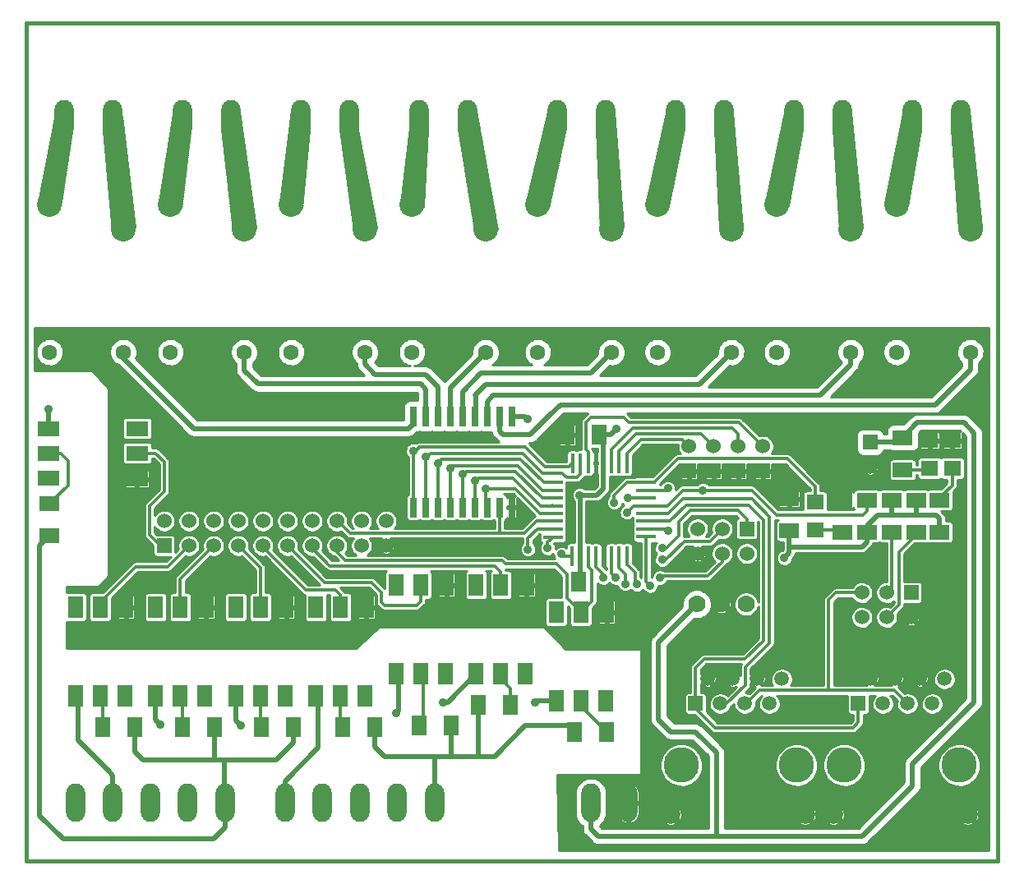
<source format=gtl>
G04 (created by PCBNEW (2013-mar-13)-testing) date mer. 23 oct. 2013 17:58:57 CEST*
%MOIN*%
G04 Gerber Fmt 3.4, Leading zero omitted, Abs format*
%FSLAX34Y34*%
G01*
G70*
G90*
G04 APERTURE LIST*
%ADD10C,0.005906*%
%ADD11C,0.015000*%
%ADD12R,0.030000X0.078740*%
%ADD13R,0.060000X0.060000*%
%ADD14C,0.060000*%
%ADD15R,0.017700X0.078700*%
%ADD16R,0.078700X0.017700*%
%ADD17O,0.078000X0.156000*%
%ADD18R,0.070900X0.062900*%
%ADD19R,0.060000X0.080000*%
%ADD20R,0.080000X0.060000*%
%ADD21C,0.063000*%
%ADD22C,0.100000*%
%ADD23C,0.143700*%
%ADD24R,0.059100X0.059100*%
%ADD25C,0.059100*%
%ADD26C,0.078740*%
%ADD27R,0.090000X0.062000*%
%ADD28R,0.062000X0.090000*%
%ADD29C,0.070000*%
%ADD30C,0.035000*%
%ADD31C,0.019700*%
%ADD32C,0.011811*%
%ADD33C,0.010000*%
G04 APERTURE END LIST*
G54D10*
G54D11*
X71500Y-62000D02*
X110900Y-62000D01*
X71500Y-28000D02*
X110900Y-28000D01*
X110900Y-28000D02*
X110800Y-28000D01*
X110900Y-62000D02*
X110900Y-28000D01*
X71500Y-62000D02*
X71500Y-28000D01*
G54D12*
X87200Y-47650D03*
X87700Y-47650D03*
X88200Y-47650D03*
X88700Y-47650D03*
X89200Y-47650D03*
X89700Y-47650D03*
X90200Y-47650D03*
X90700Y-47650D03*
X91200Y-47650D03*
X91200Y-43950D03*
X90700Y-43950D03*
X90200Y-43950D03*
X87200Y-43949D03*
X87700Y-43950D03*
X88200Y-43950D03*
X88700Y-43950D03*
X89200Y-43950D03*
X89700Y-43950D03*
G54D13*
X77100Y-49200D03*
G54D14*
X77100Y-48200D03*
X78100Y-49200D03*
X78100Y-48200D03*
X79100Y-49200D03*
X79100Y-48200D03*
X80100Y-49200D03*
X80100Y-48200D03*
X81100Y-49200D03*
X81100Y-48200D03*
X82100Y-49200D03*
X82100Y-48200D03*
X83100Y-49200D03*
X83100Y-48200D03*
X84100Y-49200D03*
X84100Y-48200D03*
X85100Y-49200D03*
X85100Y-48200D03*
X86100Y-49200D03*
X86100Y-48200D03*
G54D15*
X93657Y-45854D03*
X93972Y-45854D03*
X94287Y-45854D03*
X94602Y-45854D03*
X94917Y-45854D03*
X95232Y-45854D03*
X95547Y-45854D03*
X95862Y-45854D03*
X95860Y-49620D03*
X93650Y-49620D03*
X93970Y-49620D03*
X94290Y-49620D03*
X94600Y-49620D03*
X94920Y-49620D03*
X95230Y-49620D03*
X95550Y-49620D03*
G54D16*
X96650Y-46638D03*
X96650Y-46952D03*
X96650Y-47268D03*
X96650Y-47582D03*
X96650Y-47898D03*
X96650Y-48212D03*
X96650Y-48528D03*
X96650Y-48842D03*
X92870Y-46640D03*
X92870Y-46950D03*
X92870Y-47270D03*
X92870Y-47580D03*
X92870Y-47890D03*
X92870Y-48210D03*
X92870Y-48530D03*
X92870Y-48850D03*
G54D17*
X82000Y-59645D03*
X83515Y-59645D03*
X85031Y-59645D03*
X86547Y-59645D03*
X88062Y-59645D03*
X73500Y-59645D03*
X75015Y-59645D03*
X76531Y-59645D03*
X78047Y-59645D03*
X79562Y-59645D03*
G54D13*
X107400Y-51112D03*
G54D14*
X107400Y-52112D03*
X106400Y-51112D03*
X106400Y-52112D03*
X105400Y-51112D03*
X105400Y-52112D03*
G54D18*
X109060Y-46059D03*
X109060Y-44941D03*
X108150Y-46059D03*
X108150Y-44941D03*
X103500Y-47441D03*
X103500Y-48559D03*
G54D13*
X101375Y-46175D03*
G54D14*
X101375Y-45175D03*
G54D13*
X100375Y-46175D03*
G54D14*
X100375Y-45175D03*
G54D13*
X98375Y-46175D03*
G54D14*
X98375Y-45175D03*
G54D13*
X105725Y-45000D03*
G54D14*
X105725Y-46000D03*
G54D13*
X99375Y-46175D03*
G54D14*
X99375Y-45175D03*
G54D19*
X84350Y-56550D03*
X85650Y-56550D03*
G54D20*
X105600Y-48650D03*
X105600Y-47350D03*
X104600Y-48650D03*
X104600Y-47350D03*
X102450Y-48600D03*
X102450Y-47300D03*
G54D19*
X94750Y-44700D03*
X93450Y-44700D03*
G54D20*
X107050Y-44825D03*
X107050Y-46125D03*
G54D19*
X77850Y-56550D03*
X79150Y-56550D03*
G54D20*
X108550Y-48650D03*
X108550Y-47350D03*
G54D19*
X74600Y-56550D03*
X75900Y-56550D03*
X81050Y-56550D03*
X82350Y-56550D03*
X95050Y-56750D03*
X93750Y-56750D03*
X87450Y-56500D03*
X88750Y-56500D03*
X91150Y-55650D03*
X89850Y-55650D03*
G54D13*
X100725Y-48525D03*
G54D14*
X100725Y-49525D03*
X99725Y-48525D03*
X99725Y-49525D03*
X98725Y-48525D03*
X98725Y-49525D03*
G54D20*
X72450Y-47500D03*
X72450Y-48800D03*
X107600Y-47350D03*
X107600Y-48650D03*
X106600Y-47350D03*
X106600Y-48650D03*
G54D17*
X94400Y-59645D03*
X95915Y-59645D03*
G54D19*
X93900Y-50650D03*
X92600Y-50650D03*
G54D21*
X72450Y-41350D03*
X75442Y-41350D03*
G54D22*
X75442Y-36350D03*
X72450Y-35350D03*
G54D21*
X77350Y-41350D03*
X80342Y-41350D03*
G54D22*
X80342Y-36350D03*
X77350Y-35350D03*
G54D21*
X82250Y-41350D03*
X85242Y-41350D03*
G54D22*
X85242Y-36350D03*
X82250Y-35350D03*
G54D21*
X87150Y-41350D03*
X90142Y-41350D03*
G54D22*
X90142Y-36350D03*
X87150Y-35350D03*
G54D17*
X74990Y-31889D03*
X73020Y-31889D03*
X79790Y-31889D03*
X77820Y-31889D03*
X84590Y-31889D03*
X82620Y-31889D03*
X89390Y-31889D03*
X87420Y-31889D03*
X94990Y-31889D03*
X93020Y-31889D03*
X99790Y-31889D03*
X97820Y-31889D03*
X104590Y-31889D03*
X102620Y-31889D03*
X109390Y-31889D03*
X107420Y-31889D03*
G54D21*
X106800Y-41350D03*
X109792Y-41350D03*
G54D22*
X109792Y-36350D03*
X106800Y-35350D03*
G54D21*
X101950Y-41350D03*
X104942Y-41350D03*
G54D22*
X104942Y-36350D03*
X101950Y-35350D03*
G54D21*
X97100Y-41350D03*
X100092Y-41350D03*
G54D22*
X100092Y-36350D03*
X97100Y-35350D03*
G54D21*
X92250Y-41350D03*
X95242Y-41350D03*
G54D22*
X95242Y-36350D03*
X92250Y-35350D03*
G54D23*
X102738Y-58112D03*
X98065Y-58112D03*
G54D24*
X98650Y-55612D03*
G54D25*
X99150Y-54612D03*
X99650Y-55612D03*
X100150Y-54612D03*
X100650Y-55612D03*
X101150Y-54612D03*
X101650Y-55612D03*
X102150Y-54612D03*
G54D26*
X97650Y-60112D03*
X103100Y-60112D03*
G54D23*
X109338Y-58112D03*
X104665Y-58112D03*
G54D24*
X105250Y-55612D03*
G54D25*
X105750Y-54612D03*
X106250Y-55612D03*
X106750Y-54612D03*
X107250Y-55612D03*
X107750Y-54612D03*
X108250Y-55612D03*
X108750Y-54612D03*
G54D26*
X104250Y-60112D03*
X109700Y-60112D03*
G54D27*
X72400Y-44450D03*
X72400Y-45450D03*
X72400Y-46450D03*
X76000Y-46500D03*
X76000Y-45450D03*
X76000Y-44450D03*
G54D28*
X73500Y-55300D03*
X74500Y-55300D03*
X75500Y-55300D03*
X75550Y-51700D03*
X74500Y-51700D03*
X73500Y-51700D03*
X76750Y-55300D03*
X77750Y-55300D03*
X78750Y-55300D03*
X78800Y-51700D03*
X77750Y-51700D03*
X76750Y-51700D03*
X80000Y-55300D03*
X81000Y-55300D03*
X82000Y-55300D03*
X82050Y-51700D03*
X81000Y-51700D03*
X80000Y-51700D03*
X83250Y-55300D03*
X84250Y-55300D03*
X85250Y-55300D03*
X85300Y-51700D03*
X84250Y-51700D03*
X83250Y-51700D03*
X86500Y-54400D03*
X87500Y-54400D03*
X88500Y-54400D03*
X88550Y-50800D03*
X87500Y-50800D03*
X86500Y-50800D03*
X89750Y-54400D03*
X90750Y-54400D03*
X91750Y-54400D03*
X91800Y-50800D03*
X90750Y-50800D03*
X89750Y-50800D03*
X93000Y-55500D03*
X94000Y-55500D03*
X95000Y-55500D03*
X95050Y-51900D03*
X94000Y-51900D03*
X93000Y-51900D03*
G54D29*
X98700Y-51575D03*
X99700Y-51575D03*
X100700Y-51575D03*
G54D30*
X91850Y-44050D03*
X93950Y-47150D03*
X95450Y-44450D03*
X102250Y-49700D03*
X97525Y-46875D03*
X95900Y-47275D03*
X97550Y-48600D03*
X96800Y-50825D03*
X96275Y-50775D03*
X95800Y-50750D03*
X95400Y-50500D03*
X94900Y-50500D03*
X91750Y-47900D03*
X92650Y-45000D03*
X94500Y-46625D03*
X95250Y-48800D03*
X75500Y-53000D03*
X84800Y-52900D03*
X72400Y-43650D03*
X76950Y-56450D03*
X80200Y-56500D03*
X86500Y-56000D03*
X88400Y-55550D03*
X92150Y-55550D03*
X95350Y-47450D03*
X92650Y-49300D03*
X97300Y-49300D03*
X91850Y-49350D03*
X97200Y-50500D03*
X87200Y-45350D03*
X87700Y-45600D03*
X88200Y-45850D03*
X88700Y-46050D03*
X89200Y-46300D03*
X89700Y-46550D03*
X90150Y-46900D03*
X95875Y-47850D03*
X98950Y-46950D03*
X93210Y-49540D03*
X97300Y-49775D03*
G54D31*
X91750Y-43950D02*
X91200Y-43950D01*
X91850Y-44050D02*
X91750Y-43950D01*
X99500Y-61000D02*
X99500Y-57600D01*
X97650Y-56750D02*
X97150Y-56250D01*
X98650Y-56750D02*
X97650Y-56750D01*
X99500Y-57600D02*
X98650Y-56750D01*
X97150Y-56250D02*
X97150Y-53125D01*
X97150Y-53125D02*
X98700Y-51575D01*
X104300Y-61000D02*
X105400Y-61000D01*
X107450Y-58950D02*
X107450Y-58055D01*
X105400Y-61000D02*
X107450Y-58950D01*
X103950Y-61000D02*
X104300Y-61000D01*
X96800Y-61000D02*
X99500Y-61000D01*
X99500Y-61000D02*
X101250Y-61000D01*
X101250Y-61000D02*
X103150Y-61000D01*
X109950Y-55250D02*
X109950Y-44625D01*
X105725Y-45000D02*
X106850Y-45000D01*
X107025Y-44825D02*
X107650Y-44200D01*
X107000Y-44850D02*
X107025Y-44825D01*
X109525Y-44200D02*
X107650Y-44200D01*
X106850Y-45000D02*
X107000Y-44850D01*
X109950Y-44625D02*
X109525Y-44200D01*
X103150Y-61000D02*
X103950Y-61000D01*
X107450Y-58055D02*
X109950Y-55555D01*
X109950Y-55555D02*
X109950Y-55250D01*
X94400Y-60700D02*
X94700Y-61000D01*
X94400Y-60700D02*
X94400Y-59645D01*
X94700Y-61000D02*
X96800Y-61000D01*
X94917Y-46883D02*
X94650Y-47150D01*
X94917Y-45854D02*
X94917Y-46833D01*
X94917Y-46833D02*
X94917Y-46883D01*
X94650Y-47150D02*
X93950Y-47150D01*
X93970Y-49620D02*
X93970Y-47170D01*
X93970Y-47170D02*
X93950Y-47150D01*
X94750Y-44700D02*
X95200Y-44700D01*
X95200Y-44700D02*
X95450Y-44450D01*
X93960Y-49610D02*
X93970Y-49620D01*
X93970Y-49620D02*
X93970Y-50630D01*
X93970Y-50630D02*
X93900Y-50700D01*
X102450Y-49250D02*
X105400Y-49250D01*
X102450Y-48600D02*
X102450Y-49250D01*
X105600Y-49050D02*
X105600Y-48650D01*
X105400Y-49250D02*
X105600Y-49050D01*
X106600Y-47350D02*
X106600Y-47950D01*
X106600Y-47950D02*
X106600Y-47900D01*
X106600Y-47900D02*
X106600Y-47950D01*
X107600Y-47350D02*
X107600Y-47950D01*
X107600Y-47950D02*
X107550Y-47950D01*
X105600Y-48650D02*
X105600Y-48400D01*
X105600Y-48400D02*
X106050Y-47950D01*
X106050Y-47950D02*
X106600Y-47950D01*
X108550Y-48100D02*
X108550Y-48650D01*
X108400Y-47950D02*
X108550Y-48100D01*
X106600Y-47950D02*
X107550Y-47950D01*
X107550Y-47950D02*
X108400Y-47950D01*
X102450Y-49500D02*
X102250Y-49700D01*
X102450Y-49300D02*
X102450Y-49500D01*
X102450Y-48600D02*
X102450Y-49300D01*
X94917Y-45854D02*
X94917Y-44983D01*
X94917Y-44983D02*
X94950Y-44950D01*
G54D32*
X96650Y-46952D02*
X97448Y-46952D01*
X97448Y-46952D02*
X97525Y-46875D01*
X105400Y-51112D02*
X104337Y-51112D01*
X104050Y-51400D02*
X104050Y-55075D01*
X104337Y-51112D02*
X104050Y-51400D01*
X100650Y-55612D02*
X100712Y-55612D01*
X100712Y-55612D02*
X101250Y-55075D01*
X101250Y-55075D02*
X104050Y-55075D01*
X104050Y-55075D02*
X106712Y-55075D01*
X106712Y-55075D02*
X107250Y-55612D01*
X95862Y-45854D02*
X95862Y-45463D01*
X98093Y-44893D02*
X98375Y-45175D01*
X96431Y-44893D02*
X98093Y-44893D01*
X95862Y-45463D02*
X96431Y-44893D01*
X95547Y-45854D02*
X95547Y-45353D01*
X98875Y-44675D02*
X99375Y-45175D01*
X96225Y-44675D02*
X98875Y-44675D01*
X95547Y-45353D02*
X96225Y-44675D01*
X95232Y-45854D02*
X95232Y-45293D01*
X100375Y-44675D02*
X100375Y-45175D01*
X100125Y-44425D02*
X100375Y-44675D01*
X96100Y-44425D02*
X100125Y-44425D01*
X95232Y-45293D02*
X96100Y-44425D01*
X94950Y-44000D02*
X95750Y-44000D01*
X100400Y-44200D02*
X101375Y-45175D01*
X95950Y-44200D02*
X100400Y-44200D01*
X95750Y-44000D02*
X95950Y-44200D01*
X94287Y-45854D02*
X94287Y-45387D01*
X94400Y-44000D02*
X94950Y-44000D01*
X94200Y-44200D02*
X94400Y-44000D01*
X94200Y-45300D02*
X94200Y-44200D01*
X94287Y-45387D02*
X94200Y-45300D01*
X77100Y-49200D02*
X76950Y-49200D01*
X76750Y-45450D02*
X76000Y-45450D01*
X77100Y-45800D02*
X76750Y-45450D01*
X77100Y-47000D02*
X77100Y-45800D01*
X76500Y-47600D02*
X77100Y-47000D01*
X76500Y-48750D02*
X76500Y-47600D01*
X76950Y-49200D02*
X76500Y-48750D01*
X96650Y-47268D02*
X95907Y-47268D01*
X95907Y-47268D02*
X95900Y-47275D01*
X95800Y-47250D02*
X96632Y-47250D01*
X96632Y-47250D02*
X96650Y-47268D01*
X97478Y-48528D02*
X96650Y-48528D01*
X97550Y-48600D02*
X97478Y-48528D01*
X74500Y-51900D02*
X74500Y-51500D01*
X74500Y-51500D02*
X75950Y-50050D01*
X75950Y-50050D02*
X77250Y-50050D01*
X77250Y-50050D02*
X78100Y-49200D01*
X96650Y-48842D02*
X96650Y-50675D01*
X96650Y-50675D02*
X96800Y-50825D01*
X77750Y-51900D02*
X77750Y-50550D01*
X77750Y-50550D02*
X79100Y-49200D01*
X95860Y-49960D02*
X96200Y-50300D01*
X95860Y-49960D02*
X95860Y-49620D01*
X96200Y-50700D02*
X96200Y-50300D01*
X96275Y-50775D02*
X96200Y-50700D01*
X81000Y-51900D02*
X81000Y-50100D01*
X81000Y-50100D02*
X80100Y-49200D01*
X81100Y-49200D02*
X81100Y-49250D01*
X84250Y-51200D02*
X84250Y-51700D01*
X84050Y-51000D02*
X84250Y-51200D01*
X82850Y-51000D02*
X84050Y-51000D01*
X81100Y-49250D02*
X82850Y-51000D01*
X95550Y-50100D02*
X95550Y-49620D01*
X95800Y-50350D02*
X95550Y-50100D01*
X95800Y-50750D02*
X95800Y-50350D01*
X87500Y-50800D02*
X87500Y-51450D01*
X86050Y-51630D02*
X87320Y-51630D01*
X87320Y-51630D02*
X87500Y-51450D01*
X83590Y-50690D02*
X85490Y-50690D01*
X85490Y-50690D02*
X85900Y-51100D01*
X85900Y-51100D02*
X85900Y-51480D01*
X85900Y-51480D02*
X86050Y-51630D01*
X83590Y-50690D02*
X82100Y-49200D01*
X95230Y-50330D02*
X95230Y-49620D01*
X95400Y-50500D02*
X95230Y-50330D01*
X83100Y-49200D02*
X83100Y-49300D01*
X83100Y-49300D02*
X83818Y-50018D01*
X90750Y-50250D02*
X90750Y-50800D01*
X90518Y-50018D02*
X90750Y-50250D01*
X83818Y-50018D02*
X90518Y-50018D01*
X94900Y-50500D02*
X94900Y-50350D01*
X94600Y-50050D02*
X94600Y-49620D01*
X94900Y-50350D02*
X94600Y-50050D01*
X93420Y-51320D02*
X94000Y-51900D01*
X93420Y-50360D02*
X93420Y-51320D01*
X93000Y-49940D02*
X93420Y-50360D01*
X90400Y-49800D02*
X90800Y-49800D01*
X90940Y-49940D02*
X93000Y-49940D01*
X90800Y-49800D02*
X90940Y-49940D01*
X84100Y-49200D02*
X84100Y-49450D01*
X84450Y-49800D02*
X90400Y-49800D01*
X84100Y-49450D02*
X84450Y-49800D01*
X94290Y-49620D02*
X94290Y-50048D01*
X94290Y-50048D02*
X94450Y-50208D01*
X94450Y-50208D02*
X94450Y-51450D01*
X94450Y-51450D02*
X94000Y-51900D01*
G54D31*
X72050Y-60150D02*
X72050Y-49200D01*
X73300Y-61100D02*
X79100Y-61100D01*
X79100Y-61100D02*
X79562Y-60637D01*
X79562Y-59645D02*
X79562Y-60637D01*
X73000Y-61100D02*
X72050Y-60150D01*
X73300Y-61100D02*
X73000Y-61100D01*
X72050Y-49200D02*
X72450Y-48800D01*
X79150Y-56550D02*
X79150Y-57900D01*
X79550Y-57900D02*
X79550Y-59632D01*
X79550Y-59632D02*
X79562Y-59645D01*
X75900Y-56550D02*
X75900Y-57550D01*
X75900Y-57550D02*
X76250Y-57900D01*
X76250Y-57900D02*
X79150Y-57900D01*
X79150Y-57900D02*
X79550Y-57900D01*
X79550Y-57900D02*
X81650Y-57900D01*
X82350Y-57200D02*
X82350Y-56550D01*
X81650Y-57900D02*
X82350Y-57200D01*
X89850Y-55650D02*
X89850Y-57750D01*
X89850Y-57750D02*
X89800Y-57750D01*
X88750Y-56500D02*
X88750Y-57750D01*
X88050Y-57750D02*
X88750Y-57750D01*
X88750Y-57750D02*
X89800Y-57750D01*
X89800Y-57750D02*
X90500Y-57750D01*
X91750Y-56500D02*
X93500Y-56500D01*
X90500Y-57750D02*
X91750Y-56500D01*
X86050Y-57750D02*
X88050Y-57750D01*
X88050Y-57750D02*
X88062Y-57750D01*
X88750Y-56500D02*
X88750Y-56350D01*
X85650Y-56550D02*
X85650Y-57350D01*
X85650Y-57350D02*
X86050Y-57750D01*
X88062Y-59000D02*
X88062Y-57750D01*
X88000Y-58937D02*
X88062Y-59000D01*
G54D32*
X91200Y-47650D02*
X91500Y-47650D01*
X91500Y-47650D02*
X91750Y-47900D01*
X92950Y-44700D02*
X92650Y-45000D01*
X93450Y-44700D02*
X92950Y-44700D01*
X94602Y-45854D02*
X94602Y-46523D01*
X94602Y-46523D02*
X94500Y-46625D01*
X94920Y-49620D02*
X94920Y-49130D01*
X94920Y-49130D02*
X95250Y-48800D01*
G54D33*
X75500Y-51900D02*
X75500Y-53000D01*
X85250Y-51900D02*
X85250Y-52450D01*
X85250Y-52450D02*
X84800Y-52900D01*
G54D32*
X104600Y-47550D02*
X104600Y-47350D01*
G54D31*
X72400Y-44450D02*
X72400Y-43650D01*
X74800Y-58300D02*
X75015Y-58515D01*
X75015Y-58515D02*
X75015Y-59645D01*
X75015Y-59000D02*
X75015Y-58515D01*
X73600Y-57100D02*
X73600Y-55100D01*
X74800Y-58300D02*
X73600Y-57100D01*
X76750Y-55300D02*
X76750Y-56250D01*
X76750Y-56250D02*
X76950Y-56450D01*
X80000Y-55300D02*
X80000Y-56300D01*
X80000Y-56300D02*
X80200Y-56500D01*
X82000Y-59000D02*
X82000Y-58750D01*
X83350Y-57400D02*
X83350Y-55100D01*
X82000Y-58750D02*
X83350Y-57400D01*
X86600Y-55150D02*
X86600Y-54200D01*
X86600Y-55900D02*
X86600Y-55150D01*
X86600Y-55150D02*
X86600Y-55100D01*
X86500Y-56000D02*
X86600Y-55900D01*
X88400Y-55550D02*
X88600Y-55550D01*
X88600Y-55550D02*
X89750Y-54400D01*
X92200Y-55500D02*
X93000Y-55500D01*
X92150Y-55550D02*
X92200Y-55500D01*
G54D32*
X95862Y-46638D02*
X96650Y-46638D01*
X95350Y-47150D02*
X95350Y-47450D01*
X95862Y-46638D02*
X95350Y-47150D01*
X96650Y-46638D02*
X96962Y-46638D01*
X102375Y-45675D02*
X103100Y-46400D01*
X97925Y-45675D02*
X102375Y-45675D01*
X96962Y-46638D02*
X97925Y-45675D01*
X103500Y-46800D02*
X103500Y-47441D01*
X103100Y-46400D02*
X103500Y-46800D01*
X92870Y-48850D02*
X92650Y-49070D01*
X92650Y-49070D02*
X92650Y-49300D01*
X97300Y-49300D02*
X97475Y-49300D01*
X97475Y-49300D02*
X97975Y-48800D01*
X99925Y-47775D02*
X100375Y-47775D01*
X100725Y-48125D02*
X100725Y-48525D01*
X100375Y-47775D02*
X100725Y-48125D01*
X97475Y-49300D02*
X97975Y-48800D01*
X98425Y-47775D02*
X99925Y-47775D01*
X99925Y-47775D02*
X99950Y-47775D01*
X97975Y-48225D02*
X98425Y-47775D01*
X97975Y-48800D02*
X97975Y-48225D01*
X91850Y-49350D02*
X91850Y-48900D01*
X92220Y-48530D02*
X92870Y-48530D01*
X91850Y-48900D02*
X92220Y-48530D01*
X92250Y-48530D02*
X92250Y-48530D01*
X92250Y-48530D02*
X92870Y-48530D01*
X99725Y-49850D02*
X99725Y-49525D01*
X97200Y-50500D02*
X97275Y-50425D01*
X97275Y-50425D02*
X99150Y-50425D01*
X99150Y-50425D02*
X99725Y-49850D01*
X87600Y-54200D02*
X87600Y-56350D01*
X87600Y-56350D02*
X87450Y-56500D01*
G54D33*
X87600Y-56350D02*
X87450Y-56500D01*
G54D32*
X91150Y-55500D02*
X91150Y-55000D01*
X91150Y-55000D02*
X90850Y-54700D01*
X90850Y-54700D02*
X90850Y-54200D01*
X94000Y-55500D02*
X94000Y-55700D01*
X94000Y-55700D02*
X95050Y-56750D01*
X84250Y-55300D02*
X84250Y-56450D01*
X84250Y-56450D02*
X84350Y-56550D01*
X81000Y-55300D02*
X81000Y-56500D01*
X81000Y-56500D02*
X81050Y-56550D01*
X77850Y-56550D02*
X77850Y-55100D01*
X103500Y-48559D02*
X104509Y-48559D01*
X104509Y-48559D02*
X104600Y-48650D01*
X72400Y-45450D02*
X72900Y-45450D01*
X73200Y-46750D02*
X72450Y-47500D01*
X73200Y-45750D02*
X73200Y-46750D01*
X72900Y-45450D02*
X73200Y-45750D01*
X74600Y-56550D02*
X74600Y-55100D01*
X107050Y-46125D02*
X108084Y-46125D01*
X108084Y-46125D02*
X108150Y-46059D01*
X108059Y-46150D02*
X108150Y-46059D01*
X108550Y-47350D02*
X108550Y-47260D01*
X109060Y-46750D02*
X109060Y-46059D01*
X108550Y-47260D02*
X109060Y-46750D01*
X87500Y-45200D02*
X91750Y-45200D01*
X92550Y-46000D02*
X93511Y-46000D01*
X91750Y-45200D02*
X92550Y-46000D01*
X93511Y-46000D02*
X93657Y-45854D01*
X87200Y-45350D02*
X87300Y-45350D01*
X87450Y-45200D02*
X87500Y-45200D01*
X87300Y-45350D02*
X87450Y-45200D01*
X93511Y-46000D02*
X93657Y-45854D01*
X87200Y-45350D02*
X87200Y-47650D01*
X93511Y-46000D02*
X93657Y-45854D01*
X87700Y-45600D02*
X87750Y-45600D01*
X91650Y-45450D02*
X92450Y-46250D01*
X87900Y-45450D02*
X91650Y-45450D01*
X87750Y-45600D02*
X87900Y-45450D01*
X87700Y-45600D02*
X87700Y-47650D01*
X92450Y-46250D02*
X93250Y-46250D01*
X93850Y-46425D02*
X93972Y-46303D01*
X93972Y-45854D02*
X93972Y-46303D01*
X93425Y-46425D02*
X93850Y-46425D01*
X93350Y-46350D02*
X93425Y-46425D01*
X93250Y-46250D02*
X93350Y-46350D01*
X88600Y-45700D02*
X88350Y-45700D01*
X88350Y-45700D02*
X88200Y-45850D01*
X91550Y-45700D02*
X92490Y-46640D01*
X88600Y-45700D02*
X91550Y-45700D01*
X92490Y-46640D02*
X92870Y-46640D01*
X92490Y-46640D02*
X92870Y-46640D01*
X88200Y-45850D02*
X88200Y-47650D01*
X92840Y-46640D02*
X92870Y-46640D01*
X88700Y-46050D02*
X88700Y-46000D01*
X91450Y-45950D02*
X92450Y-46950D01*
X88750Y-45950D02*
X91450Y-45950D01*
X88700Y-46000D02*
X88750Y-45950D01*
X92450Y-46950D02*
X92870Y-46950D01*
X92450Y-46950D02*
X92870Y-46950D01*
X88700Y-46050D02*
X88700Y-47650D01*
X89200Y-46300D02*
X89250Y-46300D01*
X91350Y-46200D02*
X92420Y-47270D01*
X89350Y-46200D02*
X91350Y-46200D01*
X89250Y-46300D02*
X89350Y-46200D01*
X92420Y-47270D02*
X92870Y-47270D01*
X89200Y-46300D02*
X89200Y-47650D01*
X89850Y-46450D02*
X91250Y-46450D01*
X89750Y-46550D02*
X89850Y-46450D01*
X89700Y-46550D02*
X89750Y-46550D01*
X92380Y-47580D02*
X92870Y-47580D01*
X91250Y-46450D02*
X92380Y-47580D01*
X92840Y-47550D02*
X92870Y-47580D01*
X89700Y-46550D02*
X89700Y-47650D01*
X90150Y-46900D02*
X91341Y-46900D01*
X92331Y-47890D02*
X92870Y-47890D01*
X91341Y-46900D02*
X92331Y-47890D01*
X90150Y-46900D02*
X90150Y-47600D01*
X90150Y-47600D02*
X90200Y-47650D01*
X90200Y-46950D02*
X90150Y-46900D01*
X90150Y-46900D02*
X90200Y-46950D01*
X90700Y-47650D02*
X90700Y-48700D01*
X90700Y-48700D02*
X90650Y-48700D01*
X92870Y-48210D02*
X92190Y-48210D01*
X91700Y-48700D02*
X90650Y-48700D01*
X90650Y-48700D02*
X90450Y-48700D01*
X92190Y-48210D02*
X91700Y-48700D01*
X84100Y-48200D02*
X84150Y-48200D01*
X84650Y-48700D02*
X90450Y-48700D01*
X84150Y-48200D02*
X84650Y-48700D01*
G54D31*
X87200Y-43949D02*
X87200Y-44250D01*
X78294Y-44449D02*
X78045Y-44200D01*
X75442Y-41597D02*
X75442Y-41350D01*
X75442Y-41597D02*
X78045Y-44200D01*
X87000Y-44449D02*
X78294Y-44449D01*
X87200Y-44250D02*
X87000Y-44449D01*
X80342Y-41350D02*
X80342Y-42092D01*
X87700Y-42850D02*
X87700Y-43950D01*
X87494Y-42644D02*
X87700Y-42850D01*
X80894Y-42644D02*
X87494Y-42644D01*
X80342Y-42092D02*
X80894Y-42644D01*
X85242Y-41350D02*
X85242Y-41842D01*
X88200Y-42750D02*
X88200Y-43950D01*
X87700Y-42250D02*
X88200Y-42750D01*
X85650Y-42250D02*
X87700Y-42250D01*
X85242Y-41842D02*
X85650Y-42250D01*
X88700Y-43950D02*
X88700Y-42792D01*
X88700Y-42792D02*
X90142Y-41350D01*
X89200Y-43950D02*
X89200Y-42950D01*
X89200Y-42950D02*
X89950Y-42200D01*
X89950Y-42200D02*
X94392Y-42200D01*
X94392Y-42200D02*
X95242Y-41350D01*
X89722Y-43072D02*
X89722Y-43927D01*
X89722Y-43927D02*
X89700Y-43950D01*
X98792Y-42650D02*
X100092Y-41350D01*
X90144Y-42650D02*
X98792Y-42650D01*
X89700Y-43094D02*
X89722Y-43072D01*
X89722Y-43072D02*
X90144Y-42650D01*
X90200Y-43950D02*
X90200Y-43350D01*
X90200Y-43350D02*
X90450Y-43100D01*
X90450Y-43100D02*
X103700Y-43100D01*
X103700Y-43100D02*
X104942Y-41857D01*
X104942Y-41857D02*
X104942Y-41350D01*
X90700Y-43950D02*
X90700Y-44550D01*
X90700Y-44550D02*
X90850Y-44700D01*
X93155Y-43494D02*
X92750Y-43900D01*
X109792Y-42057D02*
X109792Y-41350D01*
X108355Y-43494D02*
X109792Y-42057D01*
X108355Y-43494D02*
X93155Y-43494D01*
X91950Y-44700D02*
X92750Y-43900D01*
X90850Y-44700D02*
X91950Y-44700D01*
G54D32*
X96143Y-47582D02*
X96650Y-47582D01*
X95875Y-47850D02*
X96143Y-47582D01*
X100500Y-46950D02*
X100925Y-46950D01*
X100925Y-46950D02*
X101925Y-47950D01*
X96650Y-47582D02*
X97493Y-47582D01*
X97493Y-47582D02*
X98125Y-46950D01*
X98125Y-46950D02*
X98950Y-46950D01*
X98950Y-46950D02*
X100500Y-46950D01*
X101925Y-47950D02*
X105450Y-47950D01*
X105600Y-47350D02*
X105600Y-47800D01*
X105450Y-47950D02*
X105600Y-47800D01*
X93650Y-49620D02*
X93290Y-49620D01*
X93290Y-49620D02*
X93210Y-49540D01*
X97300Y-49775D02*
X97450Y-49775D01*
X97450Y-49775D02*
X98200Y-49025D01*
X99225Y-49025D02*
X99725Y-48525D01*
X98200Y-49025D02*
X99225Y-49025D01*
X100675Y-54250D02*
X100675Y-54125D01*
X101650Y-53150D02*
X101650Y-52400D01*
X100675Y-54125D02*
X101650Y-53150D01*
X100325Y-47300D02*
X100925Y-47300D01*
X101650Y-48025D02*
X101650Y-48500D01*
X100925Y-47300D02*
X101650Y-48025D01*
X96650Y-47898D02*
X97552Y-47898D01*
X98150Y-47300D02*
X100325Y-47300D01*
X97552Y-47898D02*
X98150Y-47300D01*
X99650Y-55612D02*
X99912Y-55612D01*
X99912Y-55612D02*
X100675Y-54850D01*
X101650Y-52400D02*
X101650Y-50775D01*
X100675Y-54850D02*
X100675Y-54250D01*
X106600Y-49925D02*
X106600Y-50912D01*
X106600Y-50912D02*
X106400Y-51112D01*
X101650Y-48500D02*
X101650Y-49250D01*
X101650Y-49250D02*
X101650Y-50775D01*
X106600Y-49950D02*
X106600Y-49925D01*
X106600Y-49925D02*
X106600Y-48650D01*
X99625Y-53800D02*
X100650Y-53800D01*
X101400Y-53050D02*
X101400Y-52300D01*
X100650Y-53800D02*
X101400Y-53050D01*
X100500Y-47550D02*
X100800Y-47550D01*
X99625Y-53800D02*
X99000Y-53800D01*
X99000Y-53800D02*
X98650Y-54150D01*
X98650Y-54150D02*
X98650Y-55612D01*
X101400Y-48500D02*
X101400Y-49250D01*
X101400Y-49250D02*
X101400Y-50700D01*
X101400Y-52300D02*
X101400Y-50700D01*
X101400Y-48150D02*
X101400Y-48500D01*
X100800Y-47550D02*
X101400Y-48150D01*
X96650Y-48212D02*
X97613Y-48212D01*
X98275Y-47550D02*
X100500Y-47550D01*
X100500Y-47550D02*
X100550Y-47550D01*
X97613Y-48212D02*
X98275Y-47550D01*
X106900Y-49600D02*
X106900Y-49450D01*
X107600Y-48750D02*
X107600Y-48650D01*
X106900Y-49450D02*
X107600Y-48750D01*
X106900Y-50700D02*
X106900Y-49600D01*
X106900Y-51612D02*
X106400Y-52112D01*
X106900Y-50700D02*
X106900Y-51612D01*
X98650Y-55612D02*
X98650Y-55800D01*
X98650Y-55800D02*
X99450Y-56600D01*
X99450Y-56600D02*
X105025Y-56600D01*
X105025Y-56600D02*
X105250Y-56375D01*
X105250Y-56375D02*
X105250Y-55612D01*
G54D10*
G36*
X92150Y-48004D02*
X92150Y-48004D01*
X92149Y-48004D01*
X92130Y-48010D01*
X92112Y-48015D01*
X92111Y-48016D01*
X92110Y-48016D01*
X92093Y-48025D01*
X92076Y-48034D01*
X92075Y-48035D01*
X92074Y-48035D01*
X92059Y-48048D01*
X92044Y-48060D01*
X92042Y-48061D01*
X92042Y-48061D01*
X92042Y-48061D01*
X92042Y-48062D01*
X91613Y-48490D01*
X91400Y-48490D01*
X91400Y-48048D01*
X91400Y-48038D01*
X91400Y-47712D01*
X91387Y-47700D01*
X91250Y-47700D01*
X91250Y-48081D01*
X91262Y-48093D01*
X91354Y-48093D01*
X91364Y-48091D01*
X91373Y-48088D01*
X91381Y-48082D01*
X91388Y-48075D01*
X91394Y-48067D01*
X91398Y-48058D01*
X91400Y-48048D01*
X91400Y-48490D01*
X90909Y-48490D01*
X90909Y-48181D01*
X90921Y-48176D01*
X90945Y-48160D01*
X90966Y-48139D01*
X90982Y-48114D01*
X90994Y-48087D01*
X91000Y-48058D01*
X91000Y-48048D01*
X91001Y-48058D01*
X91005Y-48067D01*
X91011Y-48075D01*
X91018Y-48082D01*
X91026Y-48088D01*
X91035Y-48091D01*
X91045Y-48093D01*
X91137Y-48093D01*
X91150Y-48081D01*
X91150Y-47700D01*
X91012Y-47700D01*
X91000Y-47712D01*
X91000Y-47587D01*
X91012Y-47600D01*
X91150Y-47600D01*
X91150Y-47218D01*
X91137Y-47206D01*
X91045Y-47206D01*
X91035Y-47208D01*
X91026Y-47211D01*
X91018Y-47217D01*
X91011Y-47224D01*
X91005Y-47232D01*
X91001Y-47241D01*
X91000Y-47251D01*
X91000Y-47241D01*
X90994Y-47212D01*
X90982Y-47185D01*
X90966Y-47160D01*
X90945Y-47139D01*
X90921Y-47123D01*
X90893Y-47112D01*
X90878Y-47109D01*
X91254Y-47109D01*
X91352Y-47206D01*
X91262Y-47206D01*
X91250Y-47218D01*
X91250Y-47600D01*
X91387Y-47600D01*
X91400Y-47587D01*
X91400Y-47261D01*
X91400Y-47254D01*
X92150Y-48004D01*
X92150Y-48004D01*
G37*
G54D33*
X92150Y-48004D02*
X92150Y-48004D01*
X92149Y-48004D01*
X92130Y-48010D01*
X92112Y-48015D01*
X92111Y-48016D01*
X92110Y-48016D01*
X92093Y-48025D01*
X92076Y-48034D01*
X92075Y-48035D01*
X92074Y-48035D01*
X92059Y-48048D01*
X92044Y-48060D01*
X92042Y-48061D01*
X92042Y-48061D01*
X92042Y-48061D01*
X92042Y-48062D01*
X91613Y-48490D01*
X91400Y-48490D01*
X91400Y-48048D01*
X91400Y-48038D01*
X91400Y-47712D01*
X91387Y-47700D01*
X91250Y-47700D01*
X91250Y-48081D01*
X91262Y-48093D01*
X91354Y-48093D01*
X91364Y-48091D01*
X91373Y-48088D01*
X91381Y-48082D01*
X91388Y-48075D01*
X91394Y-48067D01*
X91398Y-48058D01*
X91400Y-48048D01*
X91400Y-48490D01*
X90909Y-48490D01*
X90909Y-48181D01*
X90921Y-48176D01*
X90945Y-48160D01*
X90966Y-48139D01*
X90982Y-48114D01*
X90994Y-48087D01*
X91000Y-48058D01*
X91000Y-48048D01*
X91001Y-48058D01*
X91005Y-48067D01*
X91011Y-48075D01*
X91018Y-48082D01*
X91026Y-48088D01*
X91035Y-48091D01*
X91045Y-48093D01*
X91137Y-48093D01*
X91150Y-48081D01*
X91150Y-47700D01*
X91012Y-47700D01*
X91000Y-47712D01*
X91000Y-47587D01*
X91012Y-47600D01*
X91150Y-47600D01*
X91150Y-47218D01*
X91137Y-47206D01*
X91045Y-47206D01*
X91035Y-47208D01*
X91026Y-47211D01*
X91018Y-47217D01*
X91011Y-47224D01*
X91005Y-47232D01*
X91001Y-47241D01*
X91000Y-47251D01*
X91000Y-47241D01*
X90994Y-47212D01*
X90982Y-47185D01*
X90966Y-47160D01*
X90945Y-47139D01*
X90921Y-47123D01*
X90893Y-47112D01*
X90878Y-47109D01*
X91254Y-47109D01*
X91352Y-47206D01*
X91262Y-47206D01*
X91250Y-47218D01*
X91250Y-47600D01*
X91387Y-47600D01*
X91400Y-47587D01*
X91400Y-47261D01*
X91400Y-47254D01*
X92150Y-48004D01*
G54D10*
G36*
X92946Y-49730D02*
X91026Y-49730D01*
X90947Y-49652D01*
X90932Y-49639D01*
X90918Y-49627D01*
X90917Y-49626D01*
X90916Y-49626D01*
X90899Y-49617D01*
X90882Y-49607D01*
X90881Y-49607D01*
X90880Y-49606D01*
X90861Y-49601D01*
X90843Y-49595D01*
X90842Y-49595D01*
X90841Y-49595D01*
X90822Y-49593D01*
X90802Y-49590D01*
X90800Y-49590D01*
X90800Y-49590D01*
X90800Y-49590D01*
X90800Y-49590D01*
X90400Y-49590D01*
X86450Y-49590D01*
X86450Y-49232D01*
X86449Y-49163D01*
X86436Y-49096D01*
X86411Y-49035D01*
X86372Y-48998D01*
X86170Y-49200D01*
X86372Y-49401D01*
X86411Y-49364D01*
X86437Y-49300D01*
X86450Y-49232D01*
X86450Y-49590D01*
X86301Y-49590D01*
X86301Y-49472D01*
X86100Y-49270D01*
X86029Y-49341D01*
X86029Y-49200D01*
X85827Y-48998D01*
X85788Y-49035D01*
X85762Y-49099D01*
X85749Y-49167D01*
X85750Y-49236D01*
X85763Y-49303D01*
X85788Y-49364D01*
X85827Y-49401D01*
X86029Y-49200D01*
X86029Y-49341D01*
X85898Y-49472D01*
X85935Y-49511D01*
X85999Y-49537D01*
X86067Y-49550D01*
X86136Y-49549D01*
X86203Y-49536D01*
X86264Y-49511D01*
X86301Y-49472D01*
X86301Y-49590D01*
X85323Y-49590D01*
X85378Y-49556D01*
X85442Y-49495D01*
X85493Y-49423D01*
X85529Y-49342D01*
X85548Y-49256D01*
X85550Y-49155D01*
X85532Y-49069D01*
X85499Y-48987D01*
X85450Y-48914D01*
X85445Y-48909D01*
X85916Y-48909D01*
X85898Y-48927D01*
X86100Y-49129D01*
X86301Y-48927D01*
X86283Y-48909D01*
X90450Y-48909D01*
X90650Y-48909D01*
X90700Y-48909D01*
X91640Y-48909D01*
X91640Y-49099D01*
X91599Y-49140D01*
X91563Y-49192D01*
X91538Y-49251D01*
X91525Y-49313D01*
X91524Y-49377D01*
X91536Y-49440D01*
X91559Y-49499D01*
X91594Y-49552D01*
X91638Y-49598D01*
X91690Y-49635D01*
X91749Y-49660D01*
X91811Y-49674D01*
X91875Y-49675D01*
X91937Y-49664D01*
X91997Y-49641D01*
X92051Y-49607D01*
X92097Y-49563D01*
X92133Y-49511D01*
X92159Y-49453D01*
X92173Y-49390D01*
X92175Y-49318D01*
X92162Y-49255D01*
X92138Y-49196D01*
X92103Y-49143D01*
X92059Y-49099D01*
X92059Y-48986D01*
X92306Y-48739D01*
X92328Y-48739D01*
X92326Y-48746D01*
X92326Y-48776D01*
X92326Y-48953D01*
X92332Y-48982D01*
X92343Y-49009D01*
X92359Y-49034D01*
X92380Y-49055D01*
X92405Y-49071D01*
X92414Y-49075D01*
X92399Y-49090D01*
X92363Y-49142D01*
X92338Y-49201D01*
X92325Y-49263D01*
X92324Y-49327D01*
X92336Y-49390D01*
X92359Y-49449D01*
X92394Y-49502D01*
X92438Y-49548D01*
X92490Y-49585D01*
X92549Y-49610D01*
X92611Y-49624D01*
X92675Y-49625D01*
X92737Y-49614D01*
X92797Y-49591D01*
X92851Y-49557D01*
X92885Y-49524D01*
X92884Y-49567D01*
X92896Y-49630D01*
X92919Y-49689D01*
X92946Y-49730D01*
X92946Y-49730D01*
G37*
G54D33*
X92946Y-49730D02*
X91026Y-49730D01*
X90947Y-49652D01*
X90932Y-49639D01*
X90918Y-49627D01*
X90917Y-49626D01*
X90916Y-49626D01*
X90899Y-49617D01*
X90882Y-49607D01*
X90881Y-49607D01*
X90880Y-49606D01*
X90861Y-49601D01*
X90843Y-49595D01*
X90842Y-49595D01*
X90841Y-49595D01*
X90822Y-49593D01*
X90802Y-49590D01*
X90800Y-49590D01*
X90800Y-49590D01*
X90800Y-49590D01*
X90800Y-49590D01*
X90400Y-49590D01*
X86450Y-49590D01*
X86450Y-49232D01*
X86449Y-49163D01*
X86436Y-49096D01*
X86411Y-49035D01*
X86372Y-48998D01*
X86170Y-49200D01*
X86372Y-49401D01*
X86411Y-49364D01*
X86437Y-49300D01*
X86450Y-49232D01*
X86450Y-49590D01*
X86301Y-49590D01*
X86301Y-49472D01*
X86100Y-49270D01*
X86029Y-49341D01*
X86029Y-49200D01*
X85827Y-48998D01*
X85788Y-49035D01*
X85762Y-49099D01*
X85749Y-49167D01*
X85750Y-49236D01*
X85763Y-49303D01*
X85788Y-49364D01*
X85827Y-49401D01*
X86029Y-49200D01*
X86029Y-49341D01*
X85898Y-49472D01*
X85935Y-49511D01*
X85999Y-49537D01*
X86067Y-49550D01*
X86136Y-49549D01*
X86203Y-49536D01*
X86264Y-49511D01*
X86301Y-49472D01*
X86301Y-49590D01*
X85323Y-49590D01*
X85378Y-49556D01*
X85442Y-49495D01*
X85493Y-49423D01*
X85529Y-49342D01*
X85548Y-49256D01*
X85550Y-49155D01*
X85532Y-49069D01*
X85499Y-48987D01*
X85450Y-48914D01*
X85445Y-48909D01*
X85916Y-48909D01*
X85898Y-48927D01*
X86100Y-49129D01*
X86301Y-48927D01*
X86283Y-48909D01*
X90450Y-48909D01*
X90650Y-48909D01*
X90700Y-48909D01*
X91640Y-48909D01*
X91640Y-49099D01*
X91599Y-49140D01*
X91563Y-49192D01*
X91538Y-49251D01*
X91525Y-49313D01*
X91524Y-49377D01*
X91536Y-49440D01*
X91559Y-49499D01*
X91594Y-49552D01*
X91638Y-49598D01*
X91690Y-49635D01*
X91749Y-49660D01*
X91811Y-49674D01*
X91875Y-49675D01*
X91937Y-49664D01*
X91997Y-49641D01*
X92051Y-49607D01*
X92097Y-49563D01*
X92133Y-49511D01*
X92159Y-49453D01*
X92173Y-49390D01*
X92175Y-49318D01*
X92162Y-49255D01*
X92138Y-49196D01*
X92103Y-49143D01*
X92059Y-49099D01*
X92059Y-48986D01*
X92306Y-48739D01*
X92328Y-48739D01*
X92326Y-48746D01*
X92326Y-48776D01*
X92326Y-48953D01*
X92332Y-48982D01*
X92343Y-49009D01*
X92359Y-49034D01*
X92380Y-49055D01*
X92405Y-49071D01*
X92414Y-49075D01*
X92399Y-49090D01*
X92363Y-49142D01*
X92338Y-49201D01*
X92325Y-49263D01*
X92324Y-49327D01*
X92336Y-49390D01*
X92359Y-49449D01*
X92394Y-49502D01*
X92438Y-49548D01*
X92490Y-49585D01*
X92549Y-49610D01*
X92611Y-49624D01*
X92675Y-49625D01*
X92737Y-49614D01*
X92797Y-49591D01*
X92851Y-49557D01*
X92885Y-49524D01*
X92884Y-49567D01*
X92896Y-49630D01*
X92919Y-49689D01*
X92946Y-49730D01*
G54D10*
G36*
X94267Y-43839D02*
X94254Y-43850D01*
X94252Y-43851D01*
X94252Y-43851D01*
X94252Y-43851D01*
X94252Y-43852D01*
X94052Y-44052D01*
X94039Y-44067D01*
X94027Y-44081D01*
X94026Y-44082D01*
X94026Y-44083D01*
X94017Y-44100D01*
X94007Y-44117D01*
X94007Y-44118D01*
X94006Y-44119D01*
X94001Y-44138D01*
X93995Y-44156D01*
X93995Y-44157D01*
X93995Y-44158D01*
X93993Y-44177D01*
X93990Y-44197D01*
X93990Y-44199D01*
X93990Y-44199D01*
X93990Y-44199D01*
X93990Y-44200D01*
X93990Y-45300D01*
X93991Y-45310D01*
X93868Y-45310D01*
X93839Y-45316D01*
X93814Y-45326D01*
X93800Y-45320D01*
X93800Y-45104D01*
X93800Y-45095D01*
X93800Y-44762D01*
X93800Y-44637D01*
X93800Y-44304D01*
X93800Y-44295D01*
X93798Y-44285D01*
X93794Y-44276D01*
X93788Y-44268D01*
X93781Y-44261D01*
X93773Y-44255D01*
X93764Y-44251D01*
X93754Y-44250D01*
X93512Y-44250D01*
X93500Y-44262D01*
X93500Y-44650D01*
X93787Y-44650D01*
X93800Y-44637D01*
X93800Y-44762D01*
X93787Y-44750D01*
X93500Y-44750D01*
X93500Y-45137D01*
X93512Y-45150D01*
X93754Y-45150D01*
X93764Y-45148D01*
X93773Y-45144D01*
X93781Y-45138D01*
X93788Y-45131D01*
X93794Y-45123D01*
X93798Y-45114D01*
X93800Y-45104D01*
X93800Y-45320D01*
X93789Y-45316D01*
X93760Y-45310D01*
X93730Y-45310D01*
X93553Y-45310D01*
X93524Y-45316D01*
X93497Y-45327D01*
X93472Y-45343D01*
X93451Y-45364D01*
X93435Y-45389D01*
X93424Y-45416D01*
X93418Y-45445D01*
X93418Y-45475D01*
X93418Y-45790D01*
X93400Y-45790D01*
X93400Y-45137D01*
X93400Y-44750D01*
X93400Y-44650D01*
X93400Y-44262D01*
X93387Y-44250D01*
X93145Y-44250D01*
X93135Y-44251D01*
X93126Y-44255D01*
X93118Y-44261D01*
X93111Y-44268D01*
X93105Y-44276D01*
X93101Y-44285D01*
X93100Y-44295D01*
X93100Y-44304D01*
X93100Y-44637D01*
X93112Y-44650D01*
X93400Y-44650D01*
X93400Y-44750D01*
X93112Y-44750D01*
X93100Y-44762D01*
X93100Y-45095D01*
X93100Y-45104D01*
X93101Y-45114D01*
X93105Y-45123D01*
X93111Y-45131D01*
X93118Y-45138D01*
X93126Y-45144D01*
X93135Y-45148D01*
X93145Y-45150D01*
X93387Y-45150D01*
X93400Y-45137D01*
X93400Y-45790D01*
X92636Y-45790D01*
X91897Y-45052D01*
X91889Y-45045D01*
X91950Y-45045D01*
X91981Y-45042D01*
X92013Y-45039D01*
X92015Y-45039D01*
X92017Y-45038D01*
X92047Y-45029D01*
X92078Y-45020D01*
X92079Y-45019D01*
X92081Y-45019D01*
X92109Y-45004D01*
X92138Y-44989D01*
X92139Y-44988D01*
X92141Y-44987D01*
X92165Y-44967D01*
X92190Y-44947D01*
X92193Y-44945D01*
X92193Y-44945D01*
X92193Y-44945D01*
X92194Y-44944D01*
X92994Y-44144D01*
X93299Y-43839D01*
X94267Y-43839D01*
X94267Y-43839D01*
G37*
G54D33*
X94267Y-43839D02*
X94254Y-43850D01*
X94252Y-43851D01*
X94252Y-43851D01*
X94252Y-43851D01*
X94252Y-43852D01*
X94052Y-44052D01*
X94039Y-44067D01*
X94027Y-44081D01*
X94026Y-44082D01*
X94026Y-44083D01*
X94017Y-44100D01*
X94007Y-44117D01*
X94007Y-44118D01*
X94006Y-44119D01*
X94001Y-44138D01*
X93995Y-44156D01*
X93995Y-44157D01*
X93995Y-44158D01*
X93993Y-44177D01*
X93990Y-44197D01*
X93990Y-44199D01*
X93990Y-44199D01*
X93990Y-44199D01*
X93990Y-44200D01*
X93990Y-45300D01*
X93991Y-45310D01*
X93868Y-45310D01*
X93839Y-45316D01*
X93814Y-45326D01*
X93800Y-45320D01*
X93800Y-45104D01*
X93800Y-45095D01*
X93800Y-44762D01*
X93800Y-44637D01*
X93800Y-44304D01*
X93800Y-44295D01*
X93798Y-44285D01*
X93794Y-44276D01*
X93788Y-44268D01*
X93781Y-44261D01*
X93773Y-44255D01*
X93764Y-44251D01*
X93754Y-44250D01*
X93512Y-44250D01*
X93500Y-44262D01*
X93500Y-44650D01*
X93787Y-44650D01*
X93800Y-44637D01*
X93800Y-44762D01*
X93787Y-44750D01*
X93500Y-44750D01*
X93500Y-45137D01*
X93512Y-45150D01*
X93754Y-45150D01*
X93764Y-45148D01*
X93773Y-45144D01*
X93781Y-45138D01*
X93788Y-45131D01*
X93794Y-45123D01*
X93798Y-45114D01*
X93800Y-45104D01*
X93800Y-45320D01*
X93789Y-45316D01*
X93760Y-45310D01*
X93730Y-45310D01*
X93553Y-45310D01*
X93524Y-45316D01*
X93497Y-45327D01*
X93472Y-45343D01*
X93451Y-45364D01*
X93435Y-45389D01*
X93424Y-45416D01*
X93418Y-45445D01*
X93418Y-45475D01*
X93418Y-45790D01*
X93400Y-45790D01*
X93400Y-45137D01*
X93400Y-44750D01*
X93400Y-44650D01*
X93400Y-44262D01*
X93387Y-44250D01*
X93145Y-44250D01*
X93135Y-44251D01*
X93126Y-44255D01*
X93118Y-44261D01*
X93111Y-44268D01*
X93105Y-44276D01*
X93101Y-44285D01*
X93100Y-44295D01*
X93100Y-44304D01*
X93100Y-44637D01*
X93112Y-44650D01*
X93400Y-44650D01*
X93400Y-44750D01*
X93112Y-44750D01*
X93100Y-44762D01*
X93100Y-45095D01*
X93100Y-45104D01*
X93101Y-45114D01*
X93105Y-45123D01*
X93111Y-45131D01*
X93118Y-45138D01*
X93126Y-45144D01*
X93135Y-45148D01*
X93145Y-45150D01*
X93387Y-45150D01*
X93400Y-45137D01*
X93400Y-45790D01*
X92636Y-45790D01*
X91897Y-45052D01*
X91889Y-45045D01*
X91950Y-45045D01*
X91981Y-45042D01*
X92013Y-45039D01*
X92015Y-45039D01*
X92017Y-45038D01*
X92047Y-45029D01*
X92078Y-45020D01*
X92079Y-45019D01*
X92081Y-45019D01*
X92109Y-45004D01*
X92138Y-44989D01*
X92139Y-44988D01*
X92141Y-44987D01*
X92165Y-44967D01*
X92190Y-44947D01*
X92193Y-44945D01*
X92193Y-44945D01*
X92193Y-44945D01*
X92194Y-44944D01*
X92994Y-44144D01*
X93299Y-43839D01*
X94267Y-43839D01*
G54D10*
G36*
X94668Y-46780D02*
X94547Y-46901D01*
X94161Y-46901D01*
X94158Y-46898D01*
X94105Y-46862D01*
X94046Y-46838D01*
X93984Y-46825D01*
X93920Y-46824D01*
X93857Y-46836D01*
X93798Y-46860D01*
X93745Y-46895D01*
X93699Y-46940D01*
X93663Y-46992D01*
X93638Y-47051D01*
X93625Y-47113D01*
X93624Y-47177D01*
X93636Y-47240D01*
X93659Y-47299D01*
X93694Y-47352D01*
X93721Y-47381D01*
X93721Y-49076D01*
X93546Y-49076D01*
X93517Y-49082D01*
X93490Y-49093D01*
X93465Y-49109D01*
X93444Y-49130D01*
X93428Y-49155D01*
X93417Y-49182D01*
X93411Y-49211D01*
X93411Y-49241D01*
X93411Y-49283D01*
X93365Y-49252D01*
X93306Y-49228D01*
X93244Y-49215D01*
X93180Y-49214D01*
X93117Y-49226D01*
X93058Y-49250D01*
X93005Y-49285D01*
X92974Y-49315D01*
X92975Y-49268D01*
X92962Y-49205D01*
X92938Y-49146D01*
X92910Y-49104D01*
X92927Y-49088D01*
X93278Y-49088D01*
X93307Y-49082D01*
X93334Y-49071D01*
X93359Y-49055D01*
X93380Y-49034D01*
X93396Y-49009D01*
X93407Y-48982D01*
X93413Y-48953D01*
X93413Y-48923D01*
X93413Y-48746D01*
X93407Y-48717D01*
X93396Y-48690D01*
X93396Y-48690D01*
X93396Y-48689D01*
X93407Y-48662D01*
X93413Y-48633D01*
X93413Y-48603D01*
X93413Y-48426D01*
X93407Y-48397D01*
X93396Y-48370D01*
X93396Y-48370D01*
X93396Y-48369D01*
X93407Y-48342D01*
X93413Y-48313D01*
X93413Y-48283D01*
X93413Y-48106D01*
X93407Y-48077D01*
X93396Y-48050D01*
X93396Y-48050D01*
X93396Y-48049D01*
X93407Y-48022D01*
X93413Y-47993D01*
X93413Y-47963D01*
X93413Y-47786D01*
X93407Y-47757D01*
X93398Y-47735D01*
X93407Y-47712D01*
X93413Y-47683D01*
X93413Y-47653D01*
X93413Y-47476D01*
X93407Y-47447D01*
X93398Y-47425D01*
X93407Y-47402D01*
X93413Y-47373D01*
X93413Y-47343D01*
X93413Y-47166D01*
X93407Y-47137D01*
X93396Y-47110D01*
X93396Y-47110D01*
X93396Y-47109D01*
X93407Y-47082D01*
X93413Y-47053D01*
X93413Y-47023D01*
X93413Y-46846D01*
X93407Y-46817D01*
X93398Y-46795D01*
X93407Y-46772D01*
X93413Y-46743D01*
X93413Y-46713D01*
X93413Y-46633D01*
X93422Y-46634D01*
X93424Y-46634D01*
X93424Y-46634D01*
X93424Y-46634D01*
X93425Y-46634D01*
X93850Y-46634D01*
X93869Y-46632D01*
X93888Y-46630D01*
X93889Y-46630D01*
X93890Y-46630D01*
X93909Y-46624D01*
X93927Y-46619D01*
X93928Y-46618D01*
X93929Y-46618D01*
X93946Y-46609D01*
X93963Y-46600D01*
X93964Y-46599D01*
X93965Y-46599D01*
X93980Y-46586D01*
X93995Y-46574D01*
X93997Y-46573D01*
X93997Y-46573D01*
X93997Y-46573D01*
X93997Y-46572D01*
X94119Y-46450D01*
X94132Y-46435D01*
X94144Y-46421D01*
X94145Y-46420D01*
X94145Y-46419D01*
X94154Y-46402D01*
X94160Y-46392D01*
X94183Y-46397D01*
X94213Y-46397D01*
X94390Y-46397D01*
X94419Y-46391D01*
X94446Y-46380D01*
X94471Y-46364D01*
X94492Y-46343D01*
X94508Y-46318D01*
X94517Y-46297D01*
X94518Y-46297D01*
X94545Y-46297D01*
X94557Y-46285D01*
X94557Y-45904D01*
X94544Y-45904D01*
X94544Y-45804D01*
X94557Y-45804D01*
X94557Y-45423D01*
X94545Y-45410D01*
X94518Y-45410D01*
X94517Y-45410D01*
X94508Y-45389D01*
X94494Y-45368D01*
X94494Y-45367D01*
X94492Y-45348D01*
X94492Y-45347D01*
X94492Y-45346D01*
X94486Y-45327D01*
X94481Y-45309D01*
X94480Y-45308D01*
X94480Y-45307D01*
X94471Y-45290D01*
X94462Y-45273D01*
X94461Y-45272D01*
X94461Y-45271D01*
X94448Y-45256D01*
X94443Y-45250D01*
X94464Y-45250D01*
X94668Y-45250D01*
X94668Y-45410D01*
X94658Y-45410D01*
X94646Y-45423D01*
X94646Y-45804D01*
X94659Y-45804D01*
X94659Y-45904D01*
X94646Y-45904D01*
X94646Y-46285D01*
X94658Y-46297D01*
X94668Y-46297D01*
X94668Y-46780D01*
X94668Y-46780D01*
G37*
G54D33*
X94668Y-46780D02*
X94547Y-46901D01*
X94161Y-46901D01*
X94158Y-46898D01*
X94105Y-46862D01*
X94046Y-46838D01*
X93984Y-46825D01*
X93920Y-46824D01*
X93857Y-46836D01*
X93798Y-46860D01*
X93745Y-46895D01*
X93699Y-46940D01*
X93663Y-46992D01*
X93638Y-47051D01*
X93625Y-47113D01*
X93624Y-47177D01*
X93636Y-47240D01*
X93659Y-47299D01*
X93694Y-47352D01*
X93721Y-47381D01*
X93721Y-49076D01*
X93546Y-49076D01*
X93517Y-49082D01*
X93490Y-49093D01*
X93465Y-49109D01*
X93444Y-49130D01*
X93428Y-49155D01*
X93417Y-49182D01*
X93411Y-49211D01*
X93411Y-49241D01*
X93411Y-49283D01*
X93365Y-49252D01*
X93306Y-49228D01*
X93244Y-49215D01*
X93180Y-49214D01*
X93117Y-49226D01*
X93058Y-49250D01*
X93005Y-49285D01*
X92974Y-49315D01*
X92975Y-49268D01*
X92962Y-49205D01*
X92938Y-49146D01*
X92910Y-49104D01*
X92927Y-49088D01*
X93278Y-49088D01*
X93307Y-49082D01*
X93334Y-49071D01*
X93359Y-49055D01*
X93380Y-49034D01*
X93396Y-49009D01*
X93407Y-48982D01*
X93413Y-48953D01*
X93413Y-48923D01*
X93413Y-48746D01*
X93407Y-48717D01*
X93396Y-48690D01*
X93396Y-48690D01*
X93396Y-48689D01*
X93407Y-48662D01*
X93413Y-48633D01*
X93413Y-48603D01*
X93413Y-48426D01*
X93407Y-48397D01*
X93396Y-48370D01*
X93396Y-48370D01*
X93396Y-48369D01*
X93407Y-48342D01*
X93413Y-48313D01*
X93413Y-48283D01*
X93413Y-48106D01*
X93407Y-48077D01*
X93396Y-48050D01*
X93396Y-48050D01*
X93396Y-48049D01*
X93407Y-48022D01*
X93413Y-47993D01*
X93413Y-47963D01*
X93413Y-47786D01*
X93407Y-47757D01*
X93398Y-47735D01*
X93407Y-47712D01*
X93413Y-47683D01*
X93413Y-47653D01*
X93413Y-47476D01*
X93407Y-47447D01*
X93398Y-47425D01*
X93407Y-47402D01*
X93413Y-47373D01*
X93413Y-47343D01*
X93413Y-47166D01*
X93407Y-47137D01*
X93396Y-47110D01*
X93396Y-47110D01*
X93396Y-47109D01*
X93407Y-47082D01*
X93413Y-47053D01*
X93413Y-47023D01*
X93413Y-46846D01*
X93407Y-46817D01*
X93398Y-46795D01*
X93407Y-46772D01*
X93413Y-46743D01*
X93413Y-46713D01*
X93413Y-46633D01*
X93422Y-46634D01*
X93424Y-46634D01*
X93424Y-46634D01*
X93424Y-46634D01*
X93425Y-46634D01*
X93850Y-46634D01*
X93869Y-46632D01*
X93888Y-46630D01*
X93889Y-46630D01*
X93890Y-46630D01*
X93909Y-46624D01*
X93927Y-46619D01*
X93928Y-46618D01*
X93929Y-46618D01*
X93946Y-46609D01*
X93963Y-46600D01*
X93964Y-46599D01*
X93965Y-46599D01*
X93980Y-46586D01*
X93995Y-46574D01*
X93997Y-46573D01*
X93997Y-46573D01*
X93997Y-46573D01*
X93997Y-46572D01*
X94119Y-46450D01*
X94132Y-46435D01*
X94144Y-46421D01*
X94145Y-46420D01*
X94145Y-46419D01*
X94154Y-46402D01*
X94160Y-46392D01*
X94183Y-46397D01*
X94213Y-46397D01*
X94390Y-46397D01*
X94419Y-46391D01*
X94446Y-46380D01*
X94471Y-46364D01*
X94492Y-46343D01*
X94508Y-46318D01*
X94517Y-46297D01*
X94518Y-46297D01*
X94545Y-46297D01*
X94557Y-46285D01*
X94557Y-45904D01*
X94544Y-45904D01*
X94544Y-45804D01*
X94557Y-45804D01*
X94557Y-45423D01*
X94545Y-45410D01*
X94518Y-45410D01*
X94517Y-45410D01*
X94508Y-45389D01*
X94494Y-45368D01*
X94494Y-45367D01*
X94492Y-45348D01*
X94492Y-45347D01*
X94492Y-45346D01*
X94486Y-45327D01*
X94481Y-45309D01*
X94480Y-45308D01*
X94480Y-45307D01*
X94471Y-45290D01*
X94462Y-45273D01*
X94461Y-45272D01*
X94461Y-45271D01*
X94448Y-45256D01*
X94443Y-45250D01*
X94464Y-45250D01*
X94668Y-45250D01*
X94668Y-45410D01*
X94658Y-45410D01*
X94646Y-45423D01*
X94646Y-45804D01*
X94659Y-45804D01*
X94659Y-45904D01*
X94646Y-45904D01*
X94646Y-46285D01*
X94658Y-46297D01*
X94668Y-46297D01*
X94668Y-46780D01*
G54D10*
G36*
X98030Y-45465D02*
X97925Y-45465D01*
X97905Y-45467D01*
X97886Y-45469D01*
X97885Y-45469D01*
X97884Y-45469D01*
X97865Y-45475D01*
X97847Y-45480D01*
X97846Y-45481D01*
X97845Y-45481D01*
X97828Y-45490D01*
X97811Y-45499D01*
X97810Y-45500D01*
X97809Y-45500D01*
X97794Y-45513D01*
X97779Y-45525D01*
X97777Y-45526D01*
X97777Y-45526D01*
X97777Y-45526D01*
X97777Y-45527D01*
X96904Y-46399D01*
X96241Y-46399D01*
X96212Y-46405D01*
X96185Y-46416D01*
X96166Y-46428D01*
X95862Y-46428D01*
X95842Y-46430D01*
X95823Y-46432D01*
X95822Y-46432D01*
X95821Y-46432D01*
X95802Y-46438D01*
X95784Y-46443D01*
X95783Y-46444D01*
X95782Y-46444D01*
X95765Y-46453D01*
X95748Y-46462D01*
X95747Y-46463D01*
X95746Y-46463D01*
X95731Y-46476D01*
X95716Y-46488D01*
X95714Y-46489D01*
X95714Y-46489D01*
X95714Y-46489D01*
X95714Y-46490D01*
X95202Y-47002D01*
X95189Y-47017D01*
X95177Y-47031D01*
X95176Y-47032D01*
X95176Y-47033D01*
X95167Y-47050D01*
X95157Y-47067D01*
X95157Y-47068D01*
X95156Y-47069D01*
X95151Y-47088D01*
X95145Y-47106D01*
X95145Y-47107D01*
X95145Y-47108D01*
X95143Y-47127D01*
X95140Y-47147D01*
X95140Y-47149D01*
X95140Y-47149D01*
X95140Y-47149D01*
X95140Y-47150D01*
X95140Y-47199D01*
X95099Y-47240D01*
X95063Y-47292D01*
X95038Y-47351D01*
X95025Y-47413D01*
X95024Y-47477D01*
X95036Y-47540D01*
X95059Y-47599D01*
X95094Y-47652D01*
X95138Y-47698D01*
X95190Y-47735D01*
X95249Y-47760D01*
X95311Y-47774D01*
X95375Y-47775D01*
X95437Y-47764D01*
X95497Y-47741D01*
X95551Y-47707D01*
X95597Y-47663D01*
X95633Y-47611D01*
X95659Y-47553D01*
X95670Y-47505D01*
X95688Y-47523D01*
X95734Y-47556D01*
X95723Y-47560D01*
X95670Y-47595D01*
X95624Y-47640D01*
X95588Y-47692D01*
X95563Y-47751D01*
X95550Y-47813D01*
X95549Y-47877D01*
X95561Y-47940D01*
X95584Y-47999D01*
X95619Y-48052D01*
X95663Y-48098D01*
X95715Y-48135D01*
X95774Y-48160D01*
X95836Y-48174D01*
X95900Y-48175D01*
X95962Y-48164D01*
X96022Y-48141D01*
X96076Y-48107D01*
X96116Y-48068D01*
X96112Y-48079D01*
X96106Y-48108D01*
X96106Y-48138D01*
X96106Y-48315D01*
X96112Y-48344D01*
X96122Y-48369D01*
X96112Y-48395D01*
X96106Y-48424D01*
X96106Y-48454D01*
X96106Y-48631D01*
X96112Y-48660D01*
X96122Y-48684D01*
X96112Y-48709D01*
X96106Y-48738D01*
X96106Y-48768D01*
X96106Y-48945D01*
X96112Y-48974D01*
X96123Y-49001D01*
X96139Y-49026D01*
X96160Y-49047D01*
X96185Y-49063D01*
X96212Y-49074D01*
X96241Y-49080D01*
X96271Y-49080D01*
X96440Y-49080D01*
X96440Y-50494D01*
X96430Y-50487D01*
X96409Y-50478D01*
X96409Y-50300D01*
X96407Y-50280D01*
X96405Y-50261D01*
X96405Y-50260D01*
X96405Y-50259D01*
X96399Y-50240D01*
X96394Y-50222D01*
X96393Y-50221D01*
X96393Y-50220D01*
X96384Y-50203D01*
X96375Y-50186D01*
X96374Y-50185D01*
X96374Y-50184D01*
X96361Y-50169D01*
X96349Y-50154D01*
X96348Y-50152D01*
X96348Y-50152D01*
X96348Y-50152D01*
X96347Y-50152D01*
X96098Y-49902D01*
X96098Y-49211D01*
X96092Y-49182D01*
X96081Y-49155D01*
X96065Y-49130D01*
X96044Y-49109D01*
X96019Y-49093D01*
X95992Y-49082D01*
X95963Y-49076D01*
X95933Y-49076D01*
X95756Y-49076D01*
X95727Y-49082D01*
X95705Y-49091D01*
X95682Y-49082D01*
X95653Y-49076D01*
X95623Y-49076D01*
X95446Y-49076D01*
X95417Y-49082D01*
X95390Y-49093D01*
X95390Y-49093D01*
X95389Y-49093D01*
X95362Y-49082D01*
X95333Y-49076D01*
X95303Y-49076D01*
X95126Y-49076D01*
X95097Y-49082D01*
X95070Y-49093D01*
X95045Y-49109D01*
X95024Y-49130D01*
X95008Y-49155D01*
X94999Y-49176D01*
X94976Y-49176D01*
X94964Y-49189D01*
X94964Y-49570D01*
X94977Y-49570D01*
X94977Y-49670D01*
X94964Y-49670D01*
X94964Y-50051D01*
X94976Y-50063D01*
X94999Y-50063D01*
X95008Y-50084D01*
X95020Y-50103D01*
X95020Y-50175D01*
X94875Y-50030D01*
X94875Y-49670D01*
X94862Y-49670D01*
X94862Y-49570D01*
X94875Y-49570D01*
X94875Y-49189D01*
X94863Y-49176D01*
X94836Y-49176D01*
X94830Y-49176D01*
X94821Y-49155D01*
X94805Y-49130D01*
X94784Y-49109D01*
X94759Y-49093D01*
X94732Y-49082D01*
X94703Y-49076D01*
X94673Y-49076D01*
X94496Y-49076D01*
X94467Y-49082D01*
X94445Y-49091D01*
X94422Y-49082D01*
X94393Y-49076D01*
X94363Y-49076D01*
X94218Y-49076D01*
X94218Y-47398D01*
X94650Y-47398D01*
X94672Y-47396D01*
X94695Y-47394D01*
X94696Y-47393D01*
X94698Y-47393D01*
X94720Y-47387D01*
X94742Y-47380D01*
X94743Y-47380D01*
X94744Y-47379D01*
X94764Y-47368D01*
X94785Y-47358D01*
X94786Y-47357D01*
X94787Y-47356D01*
X94805Y-47342D01*
X94823Y-47328D01*
X94825Y-47326D01*
X94825Y-47326D01*
X94825Y-47326D01*
X94825Y-47325D01*
X95092Y-47058D01*
X95107Y-47040D01*
X95122Y-47023D01*
X95122Y-47022D01*
X95123Y-47021D01*
X95134Y-47001D01*
X95145Y-46980D01*
X95145Y-46979D01*
X95146Y-46978D01*
X95153Y-46956D01*
X95160Y-46934D01*
X95160Y-46933D01*
X95160Y-46932D01*
X95162Y-46909D01*
X95165Y-46886D01*
X95165Y-46883D01*
X95165Y-46883D01*
X95165Y-46883D01*
X95165Y-46883D01*
X95165Y-46833D01*
X95165Y-46397D01*
X95335Y-46397D01*
X95364Y-46391D01*
X95389Y-46381D01*
X95414Y-46391D01*
X95443Y-46397D01*
X95473Y-46397D01*
X95650Y-46397D01*
X95679Y-46391D01*
X95704Y-46381D01*
X95729Y-46391D01*
X95758Y-46397D01*
X95788Y-46397D01*
X95965Y-46397D01*
X95994Y-46391D01*
X96021Y-46380D01*
X96046Y-46364D01*
X96067Y-46343D01*
X96083Y-46318D01*
X96094Y-46291D01*
X96100Y-46262D01*
X96100Y-46232D01*
X96100Y-45520D01*
X96518Y-45102D01*
X97930Y-45102D01*
X97925Y-45124D01*
X97924Y-45212D01*
X97940Y-45299D01*
X97972Y-45381D01*
X98020Y-45455D01*
X98030Y-45465D01*
X98030Y-45465D01*
G37*
G54D33*
X98030Y-45465D02*
X97925Y-45465D01*
X97905Y-45467D01*
X97886Y-45469D01*
X97885Y-45469D01*
X97884Y-45469D01*
X97865Y-45475D01*
X97847Y-45480D01*
X97846Y-45481D01*
X97845Y-45481D01*
X97828Y-45490D01*
X97811Y-45499D01*
X97810Y-45500D01*
X97809Y-45500D01*
X97794Y-45513D01*
X97779Y-45525D01*
X97777Y-45526D01*
X97777Y-45526D01*
X97777Y-45526D01*
X97777Y-45527D01*
X96904Y-46399D01*
X96241Y-46399D01*
X96212Y-46405D01*
X96185Y-46416D01*
X96166Y-46428D01*
X95862Y-46428D01*
X95842Y-46430D01*
X95823Y-46432D01*
X95822Y-46432D01*
X95821Y-46432D01*
X95802Y-46438D01*
X95784Y-46443D01*
X95783Y-46444D01*
X95782Y-46444D01*
X95765Y-46453D01*
X95748Y-46462D01*
X95747Y-46463D01*
X95746Y-46463D01*
X95731Y-46476D01*
X95716Y-46488D01*
X95714Y-46489D01*
X95714Y-46489D01*
X95714Y-46489D01*
X95714Y-46490D01*
X95202Y-47002D01*
X95189Y-47017D01*
X95177Y-47031D01*
X95176Y-47032D01*
X95176Y-47033D01*
X95167Y-47050D01*
X95157Y-47067D01*
X95157Y-47068D01*
X95156Y-47069D01*
X95151Y-47088D01*
X95145Y-47106D01*
X95145Y-47107D01*
X95145Y-47108D01*
X95143Y-47127D01*
X95140Y-47147D01*
X95140Y-47149D01*
X95140Y-47149D01*
X95140Y-47149D01*
X95140Y-47150D01*
X95140Y-47199D01*
X95099Y-47240D01*
X95063Y-47292D01*
X95038Y-47351D01*
X95025Y-47413D01*
X95024Y-47477D01*
X95036Y-47540D01*
X95059Y-47599D01*
X95094Y-47652D01*
X95138Y-47698D01*
X95190Y-47735D01*
X95249Y-47760D01*
X95311Y-47774D01*
X95375Y-47775D01*
X95437Y-47764D01*
X95497Y-47741D01*
X95551Y-47707D01*
X95597Y-47663D01*
X95633Y-47611D01*
X95659Y-47553D01*
X95670Y-47505D01*
X95688Y-47523D01*
X95734Y-47556D01*
X95723Y-47560D01*
X95670Y-47595D01*
X95624Y-47640D01*
X95588Y-47692D01*
X95563Y-47751D01*
X95550Y-47813D01*
X95549Y-47877D01*
X95561Y-47940D01*
X95584Y-47999D01*
X95619Y-48052D01*
X95663Y-48098D01*
X95715Y-48135D01*
X95774Y-48160D01*
X95836Y-48174D01*
X95900Y-48175D01*
X95962Y-48164D01*
X96022Y-48141D01*
X96076Y-48107D01*
X96116Y-48068D01*
X96112Y-48079D01*
X96106Y-48108D01*
X96106Y-48138D01*
X96106Y-48315D01*
X96112Y-48344D01*
X96122Y-48369D01*
X96112Y-48395D01*
X96106Y-48424D01*
X96106Y-48454D01*
X96106Y-48631D01*
X96112Y-48660D01*
X96122Y-48684D01*
X96112Y-48709D01*
X96106Y-48738D01*
X96106Y-48768D01*
X96106Y-48945D01*
X96112Y-48974D01*
X96123Y-49001D01*
X96139Y-49026D01*
X96160Y-49047D01*
X96185Y-49063D01*
X96212Y-49074D01*
X96241Y-49080D01*
X96271Y-49080D01*
X96440Y-49080D01*
X96440Y-50494D01*
X96430Y-50487D01*
X96409Y-50478D01*
X96409Y-50300D01*
X96407Y-50280D01*
X96405Y-50261D01*
X96405Y-50260D01*
X96405Y-50259D01*
X96399Y-50240D01*
X96394Y-50222D01*
X96393Y-50221D01*
X96393Y-50220D01*
X96384Y-50203D01*
X96375Y-50186D01*
X96374Y-50185D01*
X96374Y-50184D01*
X96361Y-50169D01*
X96349Y-50154D01*
X96348Y-50152D01*
X96348Y-50152D01*
X96348Y-50152D01*
X96347Y-50152D01*
X96098Y-49902D01*
X96098Y-49211D01*
X96092Y-49182D01*
X96081Y-49155D01*
X96065Y-49130D01*
X96044Y-49109D01*
X96019Y-49093D01*
X95992Y-49082D01*
X95963Y-49076D01*
X95933Y-49076D01*
X95756Y-49076D01*
X95727Y-49082D01*
X95705Y-49091D01*
X95682Y-49082D01*
X95653Y-49076D01*
X95623Y-49076D01*
X95446Y-49076D01*
X95417Y-49082D01*
X95390Y-49093D01*
X95390Y-49093D01*
X95389Y-49093D01*
X95362Y-49082D01*
X95333Y-49076D01*
X95303Y-49076D01*
X95126Y-49076D01*
X95097Y-49082D01*
X95070Y-49093D01*
X95045Y-49109D01*
X95024Y-49130D01*
X95008Y-49155D01*
X94999Y-49176D01*
X94976Y-49176D01*
X94964Y-49189D01*
X94964Y-49570D01*
X94977Y-49570D01*
X94977Y-49670D01*
X94964Y-49670D01*
X94964Y-50051D01*
X94976Y-50063D01*
X94999Y-50063D01*
X95008Y-50084D01*
X95020Y-50103D01*
X95020Y-50175D01*
X94875Y-50030D01*
X94875Y-49670D01*
X94862Y-49670D01*
X94862Y-49570D01*
X94875Y-49570D01*
X94875Y-49189D01*
X94863Y-49176D01*
X94836Y-49176D01*
X94830Y-49176D01*
X94821Y-49155D01*
X94805Y-49130D01*
X94784Y-49109D01*
X94759Y-49093D01*
X94732Y-49082D01*
X94703Y-49076D01*
X94673Y-49076D01*
X94496Y-49076D01*
X94467Y-49082D01*
X94445Y-49091D01*
X94422Y-49082D01*
X94393Y-49076D01*
X94363Y-49076D01*
X94218Y-49076D01*
X94218Y-47398D01*
X94650Y-47398D01*
X94672Y-47396D01*
X94695Y-47394D01*
X94696Y-47393D01*
X94698Y-47393D01*
X94720Y-47387D01*
X94742Y-47380D01*
X94743Y-47380D01*
X94744Y-47379D01*
X94764Y-47368D01*
X94785Y-47358D01*
X94786Y-47357D01*
X94787Y-47356D01*
X94805Y-47342D01*
X94823Y-47328D01*
X94825Y-47326D01*
X94825Y-47326D01*
X94825Y-47326D01*
X94825Y-47325D01*
X95092Y-47058D01*
X95107Y-47040D01*
X95122Y-47023D01*
X95122Y-47022D01*
X95123Y-47021D01*
X95134Y-47001D01*
X95145Y-46980D01*
X95145Y-46979D01*
X95146Y-46978D01*
X95153Y-46956D01*
X95160Y-46934D01*
X95160Y-46933D01*
X95160Y-46932D01*
X95162Y-46909D01*
X95165Y-46886D01*
X95165Y-46883D01*
X95165Y-46883D01*
X95165Y-46883D01*
X95165Y-46883D01*
X95165Y-46833D01*
X95165Y-46397D01*
X95335Y-46397D01*
X95364Y-46391D01*
X95389Y-46381D01*
X95414Y-46391D01*
X95443Y-46397D01*
X95473Y-46397D01*
X95650Y-46397D01*
X95679Y-46391D01*
X95704Y-46381D01*
X95729Y-46391D01*
X95758Y-46397D01*
X95788Y-46397D01*
X95965Y-46397D01*
X95994Y-46391D01*
X96021Y-46380D01*
X96046Y-46364D01*
X96067Y-46343D01*
X96083Y-46318D01*
X96094Y-46291D01*
X96100Y-46262D01*
X96100Y-46232D01*
X96100Y-45520D01*
X96518Y-45102D01*
X97930Y-45102D01*
X97925Y-45124D01*
X97924Y-45212D01*
X97940Y-45299D01*
X97972Y-45381D01*
X98020Y-45455D01*
X98030Y-45465D01*
G54D10*
G36*
X103290Y-46976D02*
X103130Y-46976D01*
X103101Y-46982D01*
X103074Y-46993D01*
X103049Y-47009D01*
X103028Y-47030D01*
X103012Y-47055D01*
X103001Y-47082D01*
X102995Y-47111D01*
X102995Y-47141D01*
X102995Y-47740D01*
X102900Y-47740D01*
X102900Y-47604D01*
X102900Y-47362D01*
X102900Y-47237D01*
X102900Y-46995D01*
X102898Y-46985D01*
X102894Y-46976D01*
X102888Y-46968D01*
X102881Y-46961D01*
X102873Y-46955D01*
X102864Y-46951D01*
X102854Y-46950D01*
X102845Y-46950D01*
X102512Y-46950D01*
X102500Y-46962D01*
X102500Y-47250D01*
X102887Y-47250D01*
X102900Y-47237D01*
X102900Y-47362D01*
X102887Y-47350D01*
X102500Y-47350D01*
X102500Y-47637D01*
X102512Y-47650D01*
X102845Y-47650D01*
X102854Y-47650D01*
X102864Y-47648D01*
X102873Y-47644D01*
X102881Y-47638D01*
X102888Y-47631D01*
X102894Y-47623D01*
X102898Y-47614D01*
X102900Y-47604D01*
X102900Y-47740D01*
X102400Y-47740D01*
X102400Y-47637D01*
X102400Y-47350D01*
X102400Y-47250D01*
X102400Y-46962D01*
X102387Y-46950D01*
X102054Y-46950D01*
X102045Y-46950D01*
X102035Y-46951D01*
X102026Y-46955D01*
X102018Y-46961D01*
X102011Y-46968D01*
X102005Y-46976D01*
X102001Y-46985D01*
X102000Y-46995D01*
X102000Y-47237D01*
X102012Y-47250D01*
X102400Y-47250D01*
X102400Y-47350D01*
X102012Y-47350D01*
X102000Y-47362D01*
X102000Y-47604D01*
X102001Y-47614D01*
X102005Y-47623D01*
X102011Y-47631D01*
X102018Y-47638D01*
X102026Y-47644D01*
X102035Y-47648D01*
X102045Y-47650D01*
X102054Y-47650D01*
X102387Y-47650D01*
X102400Y-47637D01*
X102400Y-47740D01*
X102011Y-47740D01*
X101725Y-47454D01*
X101725Y-46479D01*
X101725Y-46237D01*
X101712Y-46225D01*
X101425Y-46225D01*
X101425Y-46512D01*
X101437Y-46525D01*
X101670Y-46525D01*
X101679Y-46525D01*
X101689Y-46523D01*
X101698Y-46519D01*
X101706Y-46513D01*
X101713Y-46506D01*
X101719Y-46498D01*
X101723Y-46489D01*
X101725Y-46479D01*
X101725Y-47454D01*
X101325Y-47054D01*
X101325Y-46512D01*
X101325Y-46225D01*
X101037Y-46225D01*
X101025Y-46237D01*
X101025Y-46479D01*
X101026Y-46489D01*
X101030Y-46498D01*
X101036Y-46506D01*
X101043Y-46513D01*
X101051Y-46519D01*
X101060Y-46523D01*
X101070Y-46525D01*
X101079Y-46525D01*
X101312Y-46525D01*
X101325Y-46512D01*
X101325Y-47054D01*
X101072Y-46802D01*
X101057Y-46789D01*
X101043Y-46777D01*
X101042Y-46776D01*
X101041Y-46776D01*
X101024Y-46767D01*
X101007Y-46757D01*
X101006Y-46757D01*
X101005Y-46756D01*
X100986Y-46751D01*
X100968Y-46745D01*
X100967Y-46745D01*
X100966Y-46745D01*
X100947Y-46743D01*
X100927Y-46740D01*
X100925Y-46740D01*
X100925Y-46740D01*
X100925Y-46740D01*
X100925Y-46740D01*
X100725Y-46740D01*
X100725Y-46479D01*
X100725Y-46237D01*
X100712Y-46225D01*
X100425Y-46225D01*
X100425Y-46512D01*
X100437Y-46525D01*
X100670Y-46525D01*
X100679Y-46525D01*
X100689Y-46523D01*
X100698Y-46519D01*
X100706Y-46513D01*
X100713Y-46506D01*
X100719Y-46498D01*
X100723Y-46489D01*
X100725Y-46479D01*
X100725Y-46740D01*
X100500Y-46740D01*
X100325Y-46740D01*
X100325Y-46512D01*
X100325Y-46225D01*
X100037Y-46225D01*
X100025Y-46237D01*
X100025Y-46479D01*
X100026Y-46489D01*
X100030Y-46498D01*
X100036Y-46506D01*
X100043Y-46513D01*
X100051Y-46519D01*
X100060Y-46523D01*
X100070Y-46525D01*
X100079Y-46525D01*
X100312Y-46525D01*
X100325Y-46512D01*
X100325Y-46740D01*
X99725Y-46740D01*
X99725Y-46479D01*
X99725Y-46237D01*
X99712Y-46225D01*
X99425Y-46225D01*
X99425Y-46512D01*
X99437Y-46525D01*
X99670Y-46525D01*
X99679Y-46525D01*
X99689Y-46523D01*
X99698Y-46519D01*
X99706Y-46513D01*
X99713Y-46506D01*
X99719Y-46498D01*
X99723Y-46489D01*
X99725Y-46479D01*
X99725Y-46740D01*
X99325Y-46740D01*
X99325Y-46512D01*
X99325Y-46225D01*
X99037Y-46225D01*
X99025Y-46237D01*
X99025Y-46479D01*
X99026Y-46489D01*
X99030Y-46498D01*
X99036Y-46506D01*
X99043Y-46513D01*
X99051Y-46519D01*
X99060Y-46523D01*
X99070Y-46525D01*
X99079Y-46525D01*
X99312Y-46525D01*
X99325Y-46512D01*
X99325Y-46740D01*
X99200Y-46740D01*
X99158Y-46698D01*
X99105Y-46662D01*
X99046Y-46638D01*
X98984Y-46625D01*
X98920Y-46624D01*
X98857Y-46636D01*
X98798Y-46660D01*
X98745Y-46695D01*
X98725Y-46715D01*
X98725Y-46479D01*
X98725Y-46237D01*
X98712Y-46225D01*
X98425Y-46225D01*
X98425Y-46512D01*
X98437Y-46525D01*
X98670Y-46525D01*
X98679Y-46525D01*
X98689Y-46523D01*
X98698Y-46519D01*
X98706Y-46513D01*
X98713Y-46506D01*
X98719Y-46498D01*
X98723Y-46489D01*
X98725Y-46479D01*
X98725Y-46715D01*
X98699Y-46740D01*
X98699Y-46740D01*
X98325Y-46740D01*
X98325Y-46512D01*
X98325Y-46225D01*
X98037Y-46225D01*
X98025Y-46237D01*
X98025Y-46479D01*
X98026Y-46489D01*
X98030Y-46498D01*
X98036Y-46506D01*
X98043Y-46513D01*
X98051Y-46519D01*
X98060Y-46523D01*
X98070Y-46525D01*
X98079Y-46525D01*
X98312Y-46525D01*
X98325Y-46512D01*
X98325Y-46740D01*
X98125Y-46740D01*
X98105Y-46742D01*
X98086Y-46744D01*
X98085Y-46744D01*
X98084Y-46744D01*
X98065Y-46750D01*
X98047Y-46755D01*
X98046Y-46756D01*
X98045Y-46756D01*
X98028Y-46765D01*
X98011Y-46774D01*
X98010Y-46775D01*
X98009Y-46775D01*
X97994Y-46788D01*
X97979Y-46800D01*
X97977Y-46801D01*
X97977Y-46801D01*
X97977Y-46801D01*
X97977Y-46802D01*
X97844Y-46934D01*
X97848Y-46915D01*
X97850Y-46843D01*
X97837Y-46780D01*
X97813Y-46721D01*
X97778Y-46668D01*
X97733Y-46623D01*
X97680Y-46587D01*
X97621Y-46563D01*
X97559Y-46550D01*
X97495Y-46549D01*
X97432Y-46561D01*
X97373Y-46585D01*
X97320Y-46620D01*
X97274Y-46665D01*
X97238Y-46717D01*
X97227Y-46742D01*
X97193Y-46742D01*
X97193Y-46741D01*
X97193Y-46711D01*
X97193Y-46702D01*
X98011Y-45884D01*
X98025Y-45884D01*
X98025Y-46112D01*
X98037Y-46125D01*
X98325Y-46125D01*
X98325Y-46117D01*
X98425Y-46117D01*
X98425Y-46125D01*
X98712Y-46125D01*
X98725Y-46112D01*
X98725Y-45884D01*
X99025Y-45884D01*
X99025Y-46112D01*
X99037Y-46125D01*
X99325Y-46125D01*
X99325Y-46117D01*
X99425Y-46117D01*
X99425Y-46125D01*
X99712Y-46125D01*
X99725Y-46112D01*
X99725Y-45884D01*
X100025Y-45884D01*
X100025Y-46112D01*
X100037Y-46125D01*
X100325Y-46125D01*
X100325Y-46117D01*
X100425Y-46117D01*
X100425Y-46125D01*
X100712Y-46125D01*
X100725Y-46112D01*
X100725Y-45884D01*
X101025Y-45884D01*
X101025Y-46112D01*
X101037Y-46125D01*
X101325Y-46125D01*
X101325Y-46117D01*
X101425Y-46117D01*
X101425Y-46125D01*
X101712Y-46125D01*
X101725Y-46112D01*
X101725Y-45884D01*
X102288Y-45884D01*
X102952Y-46547D01*
X103290Y-46886D01*
X103290Y-46976D01*
X103290Y-46976D01*
G37*
G54D33*
X103290Y-46976D02*
X103130Y-46976D01*
X103101Y-46982D01*
X103074Y-46993D01*
X103049Y-47009D01*
X103028Y-47030D01*
X103012Y-47055D01*
X103001Y-47082D01*
X102995Y-47111D01*
X102995Y-47141D01*
X102995Y-47740D01*
X102900Y-47740D01*
X102900Y-47604D01*
X102900Y-47362D01*
X102900Y-47237D01*
X102900Y-46995D01*
X102898Y-46985D01*
X102894Y-46976D01*
X102888Y-46968D01*
X102881Y-46961D01*
X102873Y-46955D01*
X102864Y-46951D01*
X102854Y-46950D01*
X102845Y-46950D01*
X102512Y-46950D01*
X102500Y-46962D01*
X102500Y-47250D01*
X102887Y-47250D01*
X102900Y-47237D01*
X102900Y-47362D01*
X102887Y-47350D01*
X102500Y-47350D01*
X102500Y-47637D01*
X102512Y-47650D01*
X102845Y-47650D01*
X102854Y-47650D01*
X102864Y-47648D01*
X102873Y-47644D01*
X102881Y-47638D01*
X102888Y-47631D01*
X102894Y-47623D01*
X102898Y-47614D01*
X102900Y-47604D01*
X102900Y-47740D01*
X102400Y-47740D01*
X102400Y-47637D01*
X102400Y-47350D01*
X102400Y-47250D01*
X102400Y-46962D01*
X102387Y-46950D01*
X102054Y-46950D01*
X102045Y-46950D01*
X102035Y-46951D01*
X102026Y-46955D01*
X102018Y-46961D01*
X102011Y-46968D01*
X102005Y-46976D01*
X102001Y-46985D01*
X102000Y-46995D01*
X102000Y-47237D01*
X102012Y-47250D01*
X102400Y-47250D01*
X102400Y-47350D01*
X102012Y-47350D01*
X102000Y-47362D01*
X102000Y-47604D01*
X102001Y-47614D01*
X102005Y-47623D01*
X102011Y-47631D01*
X102018Y-47638D01*
X102026Y-47644D01*
X102035Y-47648D01*
X102045Y-47650D01*
X102054Y-47650D01*
X102387Y-47650D01*
X102400Y-47637D01*
X102400Y-47740D01*
X102011Y-47740D01*
X101725Y-47454D01*
X101725Y-46479D01*
X101725Y-46237D01*
X101712Y-46225D01*
X101425Y-46225D01*
X101425Y-46512D01*
X101437Y-46525D01*
X101670Y-46525D01*
X101679Y-46525D01*
X101689Y-46523D01*
X101698Y-46519D01*
X101706Y-46513D01*
X101713Y-46506D01*
X101719Y-46498D01*
X101723Y-46489D01*
X101725Y-46479D01*
X101725Y-47454D01*
X101325Y-47054D01*
X101325Y-46512D01*
X101325Y-46225D01*
X101037Y-46225D01*
X101025Y-46237D01*
X101025Y-46479D01*
X101026Y-46489D01*
X101030Y-46498D01*
X101036Y-46506D01*
X101043Y-46513D01*
X101051Y-46519D01*
X101060Y-46523D01*
X101070Y-46525D01*
X101079Y-46525D01*
X101312Y-46525D01*
X101325Y-46512D01*
X101325Y-47054D01*
X101072Y-46802D01*
X101057Y-46789D01*
X101043Y-46777D01*
X101042Y-46776D01*
X101041Y-46776D01*
X101024Y-46767D01*
X101007Y-46757D01*
X101006Y-46757D01*
X101005Y-46756D01*
X100986Y-46751D01*
X100968Y-46745D01*
X100967Y-46745D01*
X100966Y-46745D01*
X100947Y-46743D01*
X100927Y-46740D01*
X100925Y-46740D01*
X100925Y-46740D01*
X100925Y-46740D01*
X100925Y-46740D01*
X100725Y-46740D01*
X100725Y-46479D01*
X100725Y-46237D01*
X100712Y-46225D01*
X100425Y-46225D01*
X100425Y-46512D01*
X100437Y-46525D01*
X100670Y-46525D01*
X100679Y-46525D01*
X100689Y-46523D01*
X100698Y-46519D01*
X100706Y-46513D01*
X100713Y-46506D01*
X100719Y-46498D01*
X100723Y-46489D01*
X100725Y-46479D01*
X100725Y-46740D01*
X100500Y-46740D01*
X100325Y-46740D01*
X100325Y-46512D01*
X100325Y-46225D01*
X100037Y-46225D01*
X100025Y-46237D01*
X100025Y-46479D01*
X100026Y-46489D01*
X100030Y-46498D01*
X100036Y-46506D01*
X100043Y-46513D01*
X100051Y-46519D01*
X100060Y-46523D01*
X100070Y-46525D01*
X100079Y-46525D01*
X100312Y-46525D01*
X100325Y-46512D01*
X100325Y-46740D01*
X99725Y-46740D01*
X99725Y-46479D01*
X99725Y-46237D01*
X99712Y-46225D01*
X99425Y-46225D01*
X99425Y-46512D01*
X99437Y-46525D01*
X99670Y-46525D01*
X99679Y-46525D01*
X99689Y-46523D01*
X99698Y-46519D01*
X99706Y-46513D01*
X99713Y-46506D01*
X99719Y-46498D01*
X99723Y-46489D01*
X99725Y-46479D01*
X99725Y-46740D01*
X99325Y-46740D01*
X99325Y-46512D01*
X99325Y-46225D01*
X99037Y-46225D01*
X99025Y-46237D01*
X99025Y-46479D01*
X99026Y-46489D01*
X99030Y-46498D01*
X99036Y-46506D01*
X99043Y-46513D01*
X99051Y-46519D01*
X99060Y-46523D01*
X99070Y-46525D01*
X99079Y-46525D01*
X99312Y-46525D01*
X99325Y-46512D01*
X99325Y-46740D01*
X99200Y-46740D01*
X99158Y-46698D01*
X99105Y-46662D01*
X99046Y-46638D01*
X98984Y-46625D01*
X98920Y-46624D01*
X98857Y-46636D01*
X98798Y-46660D01*
X98745Y-46695D01*
X98725Y-46715D01*
X98725Y-46479D01*
X98725Y-46237D01*
X98712Y-46225D01*
X98425Y-46225D01*
X98425Y-46512D01*
X98437Y-46525D01*
X98670Y-46525D01*
X98679Y-46525D01*
X98689Y-46523D01*
X98698Y-46519D01*
X98706Y-46513D01*
X98713Y-46506D01*
X98719Y-46498D01*
X98723Y-46489D01*
X98725Y-46479D01*
X98725Y-46715D01*
X98699Y-46740D01*
X98699Y-46740D01*
X98325Y-46740D01*
X98325Y-46512D01*
X98325Y-46225D01*
X98037Y-46225D01*
X98025Y-46237D01*
X98025Y-46479D01*
X98026Y-46489D01*
X98030Y-46498D01*
X98036Y-46506D01*
X98043Y-46513D01*
X98051Y-46519D01*
X98060Y-46523D01*
X98070Y-46525D01*
X98079Y-46525D01*
X98312Y-46525D01*
X98325Y-46512D01*
X98325Y-46740D01*
X98125Y-46740D01*
X98105Y-46742D01*
X98086Y-46744D01*
X98085Y-46744D01*
X98084Y-46744D01*
X98065Y-46750D01*
X98047Y-46755D01*
X98046Y-46756D01*
X98045Y-46756D01*
X98028Y-46765D01*
X98011Y-46774D01*
X98010Y-46775D01*
X98009Y-46775D01*
X97994Y-46788D01*
X97979Y-46800D01*
X97977Y-46801D01*
X97977Y-46801D01*
X97977Y-46801D01*
X97977Y-46802D01*
X97844Y-46934D01*
X97848Y-46915D01*
X97850Y-46843D01*
X97837Y-46780D01*
X97813Y-46721D01*
X97778Y-46668D01*
X97733Y-46623D01*
X97680Y-46587D01*
X97621Y-46563D01*
X97559Y-46550D01*
X97495Y-46549D01*
X97432Y-46561D01*
X97373Y-46585D01*
X97320Y-46620D01*
X97274Y-46665D01*
X97238Y-46717D01*
X97227Y-46742D01*
X97193Y-46742D01*
X97193Y-46741D01*
X97193Y-46711D01*
X97193Y-46702D01*
X98011Y-45884D01*
X98025Y-45884D01*
X98025Y-46112D01*
X98037Y-46125D01*
X98325Y-46125D01*
X98325Y-46117D01*
X98425Y-46117D01*
X98425Y-46125D01*
X98712Y-46125D01*
X98725Y-46112D01*
X98725Y-45884D01*
X99025Y-45884D01*
X99025Y-46112D01*
X99037Y-46125D01*
X99325Y-46125D01*
X99325Y-46117D01*
X99425Y-46117D01*
X99425Y-46125D01*
X99712Y-46125D01*
X99725Y-46112D01*
X99725Y-45884D01*
X100025Y-45884D01*
X100025Y-46112D01*
X100037Y-46125D01*
X100325Y-46125D01*
X100325Y-46117D01*
X100425Y-46117D01*
X100425Y-46125D01*
X100712Y-46125D01*
X100725Y-46112D01*
X100725Y-45884D01*
X101025Y-45884D01*
X101025Y-46112D01*
X101037Y-46125D01*
X101325Y-46125D01*
X101325Y-46117D01*
X101425Y-46117D01*
X101425Y-46125D01*
X101712Y-46125D01*
X101725Y-46112D01*
X101725Y-45884D01*
X102288Y-45884D01*
X102952Y-46547D01*
X103290Y-46886D01*
X103290Y-46976D01*
G54D10*
G36*
X105040Y-56288D02*
X104938Y-56390D01*
X99536Y-56390D01*
X99091Y-55945D01*
X99095Y-55922D01*
X99095Y-55893D01*
X99095Y-55302D01*
X99089Y-55273D01*
X99078Y-55246D01*
X99062Y-55221D01*
X99041Y-55200D01*
X99016Y-55184D01*
X98989Y-55172D01*
X98960Y-55167D01*
X98930Y-55167D01*
X98859Y-55167D01*
X98859Y-54790D01*
X98880Y-54811D01*
X99079Y-54612D01*
X98880Y-54413D01*
X98859Y-54435D01*
X98859Y-54236D01*
X99086Y-54009D01*
X99625Y-54009D01*
X100501Y-54009D01*
X100492Y-54025D01*
X100482Y-54042D01*
X100482Y-54043D01*
X100481Y-54044D01*
X100476Y-54063D01*
X100470Y-54081D01*
X100470Y-54082D01*
X100470Y-54083D01*
X100468Y-54102D01*
X100465Y-54122D01*
X100465Y-54124D01*
X100465Y-54124D01*
X100465Y-54124D01*
X100465Y-54125D01*
X100465Y-54250D01*
X100465Y-54471D01*
X100457Y-54451D01*
X100419Y-54413D01*
X100348Y-54484D01*
X100348Y-54343D01*
X100311Y-54305D01*
X100248Y-54279D01*
X100181Y-54266D01*
X100113Y-54267D01*
X100046Y-54281D01*
X99988Y-54305D01*
X99951Y-54343D01*
X100150Y-54541D01*
X100348Y-54343D01*
X100348Y-54484D01*
X100220Y-54612D01*
X100226Y-54618D01*
X100155Y-54688D01*
X100150Y-54683D01*
X100079Y-54754D01*
X100079Y-54612D01*
X99880Y-54413D01*
X99842Y-54451D01*
X99817Y-54514D01*
X99804Y-54581D01*
X99804Y-54649D01*
X99818Y-54715D01*
X99842Y-54774D01*
X99880Y-54811D01*
X100079Y-54612D01*
X100079Y-54754D01*
X99951Y-54881D01*
X99988Y-54919D01*
X100051Y-54945D01*
X100118Y-54958D01*
X100186Y-54957D01*
X100253Y-54944D01*
X100307Y-54921D01*
X99948Y-55280D01*
X99935Y-55267D01*
X99862Y-55218D01*
X99782Y-55184D01*
X99696Y-55167D01*
X99609Y-55166D01*
X99523Y-55183D01*
X99495Y-55194D01*
X99495Y-54644D01*
X99495Y-54576D01*
X99481Y-54509D01*
X99457Y-54451D01*
X99419Y-54413D01*
X99348Y-54484D01*
X99348Y-54343D01*
X99311Y-54305D01*
X99248Y-54279D01*
X99181Y-54266D01*
X99113Y-54267D01*
X99046Y-54281D01*
X98988Y-54305D01*
X98951Y-54343D01*
X99150Y-54541D01*
X99348Y-54343D01*
X99348Y-54484D01*
X99220Y-54612D01*
X99419Y-54811D01*
X99457Y-54774D01*
X99482Y-54711D01*
X99495Y-54644D01*
X99495Y-55194D01*
X99442Y-55215D01*
X99369Y-55263D01*
X99348Y-55284D01*
X99348Y-54881D01*
X99150Y-54683D01*
X98951Y-54881D01*
X98988Y-54919D01*
X99051Y-54945D01*
X99118Y-54958D01*
X99186Y-54957D01*
X99253Y-54944D01*
X99311Y-54919D01*
X99348Y-54881D01*
X99348Y-55284D01*
X99307Y-55324D01*
X99257Y-55396D01*
X99223Y-55477D01*
X99205Y-55562D01*
X99203Y-55650D01*
X99219Y-55735D01*
X99251Y-55817D01*
X99299Y-55890D01*
X99359Y-55953D01*
X99431Y-56003D01*
X99511Y-56038D01*
X99596Y-56057D01*
X99684Y-56058D01*
X99770Y-56043D01*
X99851Y-56012D01*
X99925Y-55965D01*
X99988Y-55905D01*
X100039Y-55833D01*
X100074Y-55753D01*
X100077Y-55743D01*
X100204Y-55616D01*
X100203Y-55650D01*
X100219Y-55735D01*
X100251Y-55817D01*
X100299Y-55890D01*
X100359Y-55953D01*
X100431Y-56003D01*
X100511Y-56038D01*
X100596Y-56057D01*
X100684Y-56058D01*
X100770Y-56043D01*
X100851Y-56012D01*
X100925Y-55965D01*
X100988Y-55905D01*
X101039Y-55833D01*
X101074Y-55753D01*
X101094Y-55668D01*
X101095Y-55568D01*
X101088Y-55532D01*
X101336Y-55284D01*
X101348Y-55284D01*
X101307Y-55324D01*
X101257Y-55396D01*
X101223Y-55477D01*
X101205Y-55562D01*
X101203Y-55650D01*
X101219Y-55735D01*
X101251Y-55817D01*
X101299Y-55890D01*
X101359Y-55953D01*
X101431Y-56003D01*
X101511Y-56038D01*
X101596Y-56057D01*
X101684Y-56058D01*
X101770Y-56043D01*
X101851Y-56012D01*
X101925Y-55965D01*
X101988Y-55905D01*
X102039Y-55833D01*
X102074Y-55753D01*
X102094Y-55668D01*
X102095Y-55568D01*
X102078Y-55483D01*
X102045Y-55402D01*
X101996Y-55329D01*
X101951Y-55284D01*
X104050Y-55284D01*
X104808Y-55284D01*
X104804Y-55302D01*
X104804Y-55331D01*
X104804Y-55922D01*
X104810Y-55951D01*
X104821Y-55979D01*
X104837Y-56003D01*
X104858Y-56024D01*
X104883Y-56041D01*
X104910Y-56052D01*
X104939Y-56058D01*
X104969Y-56058D01*
X105040Y-56058D01*
X105040Y-56288D01*
X105040Y-56288D01*
G37*
G54D33*
X105040Y-56288D02*
X104938Y-56390D01*
X99536Y-56390D01*
X99091Y-55945D01*
X99095Y-55922D01*
X99095Y-55893D01*
X99095Y-55302D01*
X99089Y-55273D01*
X99078Y-55246D01*
X99062Y-55221D01*
X99041Y-55200D01*
X99016Y-55184D01*
X98989Y-55172D01*
X98960Y-55167D01*
X98930Y-55167D01*
X98859Y-55167D01*
X98859Y-54790D01*
X98880Y-54811D01*
X99079Y-54612D01*
X98880Y-54413D01*
X98859Y-54435D01*
X98859Y-54236D01*
X99086Y-54009D01*
X99625Y-54009D01*
X100501Y-54009D01*
X100492Y-54025D01*
X100482Y-54042D01*
X100482Y-54043D01*
X100481Y-54044D01*
X100476Y-54063D01*
X100470Y-54081D01*
X100470Y-54082D01*
X100470Y-54083D01*
X100468Y-54102D01*
X100465Y-54122D01*
X100465Y-54124D01*
X100465Y-54124D01*
X100465Y-54124D01*
X100465Y-54125D01*
X100465Y-54250D01*
X100465Y-54471D01*
X100457Y-54451D01*
X100419Y-54413D01*
X100348Y-54484D01*
X100348Y-54343D01*
X100311Y-54305D01*
X100248Y-54279D01*
X100181Y-54266D01*
X100113Y-54267D01*
X100046Y-54281D01*
X99988Y-54305D01*
X99951Y-54343D01*
X100150Y-54541D01*
X100348Y-54343D01*
X100348Y-54484D01*
X100220Y-54612D01*
X100226Y-54618D01*
X100155Y-54688D01*
X100150Y-54683D01*
X100079Y-54754D01*
X100079Y-54612D01*
X99880Y-54413D01*
X99842Y-54451D01*
X99817Y-54514D01*
X99804Y-54581D01*
X99804Y-54649D01*
X99818Y-54715D01*
X99842Y-54774D01*
X99880Y-54811D01*
X100079Y-54612D01*
X100079Y-54754D01*
X99951Y-54881D01*
X99988Y-54919D01*
X100051Y-54945D01*
X100118Y-54958D01*
X100186Y-54957D01*
X100253Y-54944D01*
X100307Y-54921D01*
X99948Y-55280D01*
X99935Y-55267D01*
X99862Y-55218D01*
X99782Y-55184D01*
X99696Y-55167D01*
X99609Y-55166D01*
X99523Y-55183D01*
X99495Y-55194D01*
X99495Y-54644D01*
X99495Y-54576D01*
X99481Y-54509D01*
X99457Y-54451D01*
X99419Y-54413D01*
X99348Y-54484D01*
X99348Y-54343D01*
X99311Y-54305D01*
X99248Y-54279D01*
X99181Y-54266D01*
X99113Y-54267D01*
X99046Y-54281D01*
X98988Y-54305D01*
X98951Y-54343D01*
X99150Y-54541D01*
X99348Y-54343D01*
X99348Y-54484D01*
X99220Y-54612D01*
X99419Y-54811D01*
X99457Y-54774D01*
X99482Y-54711D01*
X99495Y-54644D01*
X99495Y-55194D01*
X99442Y-55215D01*
X99369Y-55263D01*
X99348Y-55284D01*
X99348Y-54881D01*
X99150Y-54683D01*
X98951Y-54881D01*
X98988Y-54919D01*
X99051Y-54945D01*
X99118Y-54958D01*
X99186Y-54957D01*
X99253Y-54944D01*
X99311Y-54919D01*
X99348Y-54881D01*
X99348Y-55284D01*
X99307Y-55324D01*
X99257Y-55396D01*
X99223Y-55477D01*
X99205Y-55562D01*
X99203Y-55650D01*
X99219Y-55735D01*
X99251Y-55817D01*
X99299Y-55890D01*
X99359Y-55953D01*
X99431Y-56003D01*
X99511Y-56038D01*
X99596Y-56057D01*
X99684Y-56058D01*
X99770Y-56043D01*
X99851Y-56012D01*
X99925Y-55965D01*
X99988Y-55905D01*
X100039Y-55833D01*
X100074Y-55753D01*
X100077Y-55743D01*
X100204Y-55616D01*
X100203Y-55650D01*
X100219Y-55735D01*
X100251Y-55817D01*
X100299Y-55890D01*
X100359Y-55953D01*
X100431Y-56003D01*
X100511Y-56038D01*
X100596Y-56057D01*
X100684Y-56058D01*
X100770Y-56043D01*
X100851Y-56012D01*
X100925Y-55965D01*
X100988Y-55905D01*
X101039Y-55833D01*
X101074Y-55753D01*
X101094Y-55668D01*
X101095Y-55568D01*
X101088Y-55532D01*
X101336Y-55284D01*
X101348Y-55284D01*
X101307Y-55324D01*
X101257Y-55396D01*
X101223Y-55477D01*
X101205Y-55562D01*
X101203Y-55650D01*
X101219Y-55735D01*
X101251Y-55817D01*
X101299Y-55890D01*
X101359Y-55953D01*
X101431Y-56003D01*
X101511Y-56038D01*
X101596Y-56057D01*
X101684Y-56058D01*
X101770Y-56043D01*
X101851Y-56012D01*
X101925Y-55965D01*
X101988Y-55905D01*
X102039Y-55833D01*
X102074Y-55753D01*
X102094Y-55668D01*
X102095Y-55568D01*
X102078Y-55483D01*
X102045Y-55402D01*
X101996Y-55329D01*
X101951Y-55284D01*
X104050Y-55284D01*
X104808Y-55284D01*
X104804Y-55302D01*
X104804Y-55331D01*
X104804Y-55922D01*
X104810Y-55951D01*
X104821Y-55979D01*
X104837Y-56003D01*
X104858Y-56024D01*
X104883Y-56041D01*
X104910Y-56052D01*
X104939Y-56058D01*
X104969Y-56058D01*
X105040Y-56058D01*
X105040Y-56288D01*
G54D10*
G36*
X110550Y-61550D02*
X110354Y-61550D01*
X110354Y-41294D01*
X110332Y-41186D01*
X110290Y-41084D01*
X110229Y-40993D01*
X110152Y-40914D01*
X110060Y-40853D01*
X109959Y-40810D01*
X109851Y-40788D01*
X109740Y-40787D01*
X109632Y-40808D01*
X109530Y-40849D01*
X109438Y-40909D01*
X109359Y-40987D01*
X109297Y-41077D01*
X109253Y-41179D01*
X109230Y-41287D01*
X109229Y-41397D01*
X109249Y-41505D01*
X109289Y-41608D01*
X109349Y-41700D01*
X109426Y-41780D01*
X109446Y-41794D01*
X109446Y-41914D01*
X108212Y-43148D01*
X107362Y-43148D01*
X107362Y-41294D01*
X107340Y-41186D01*
X107298Y-41084D01*
X107237Y-40993D01*
X107159Y-40914D01*
X107068Y-40853D01*
X106966Y-40810D01*
X106859Y-40788D01*
X106748Y-40787D01*
X106640Y-40808D01*
X106538Y-40849D01*
X106446Y-40909D01*
X106367Y-40987D01*
X106305Y-41077D01*
X106261Y-41179D01*
X106238Y-41287D01*
X106237Y-41397D01*
X106257Y-41505D01*
X106297Y-41608D01*
X106357Y-41700D01*
X106433Y-41780D01*
X106524Y-41842D01*
X106625Y-41887D01*
X106733Y-41910D01*
X106843Y-41913D01*
X106951Y-41893D01*
X107054Y-41854D01*
X107147Y-41795D01*
X107227Y-41718D01*
X107291Y-41628D01*
X107335Y-41528D01*
X107360Y-41420D01*
X107362Y-41294D01*
X107362Y-43148D01*
X104140Y-43148D01*
X105186Y-42102D01*
X105206Y-42077D01*
X105227Y-42053D01*
X105228Y-42051D01*
X105229Y-42050D01*
X105244Y-42021D01*
X105259Y-41993D01*
X105260Y-41992D01*
X105261Y-41990D01*
X105270Y-41960D01*
X105280Y-41929D01*
X105280Y-41927D01*
X105280Y-41926D01*
X105284Y-41894D01*
X105287Y-41862D01*
X105287Y-41859D01*
X105287Y-41859D01*
X105287Y-41859D01*
X105287Y-41857D01*
X105287Y-41796D01*
X105289Y-41795D01*
X105369Y-41718D01*
X105433Y-41628D01*
X105477Y-41528D01*
X105502Y-41420D01*
X105504Y-41294D01*
X105482Y-41186D01*
X105440Y-41084D01*
X105379Y-40993D01*
X105302Y-40914D01*
X105210Y-40853D01*
X105109Y-40810D01*
X105001Y-40788D01*
X104890Y-40787D01*
X104782Y-40808D01*
X104680Y-40849D01*
X104588Y-40909D01*
X104509Y-40987D01*
X104447Y-41077D01*
X104403Y-41179D01*
X104380Y-41287D01*
X104379Y-41397D01*
X104399Y-41505D01*
X104439Y-41608D01*
X104499Y-41700D01*
X104554Y-41757D01*
X103556Y-42754D01*
X102512Y-42754D01*
X102512Y-41294D01*
X102490Y-41186D01*
X102448Y-41084D01*
X102387Y-40993D01*
X102309Y-40914D01*
X102218Y-40853D01*
X102116Y-40810D01*
X102009Y-40788D01*
X101898Y-40787D01*
X101790Y-40808D01*
X101688Y-40849D01*
X101596Y-40909D01*
X101517Y-40987D01*
X101455Y-41077D01*
X101411Y-41179D01*
X101388Y-41287D01*
X101387Y-41397D01*
X101407Y-41505D01*
X101447Y-41608D01*
X101507Y-41700D01*
X101583Y-41780D01*
X101674Y-41842D01*
X101775Y-41887D01*
X101883Y-41910D01*
X101993Y-41913D01*
X102101Y-41893D01*
X102204Y-41854D01*
X102297Y-41795D01*
X102377Y-41718D01*
X102441Y-41628D01*
X102485Y-41528D01*
X102510Y-41420D01*
X102512Y-41294D01*
X102512Y-42754D01*
X99176Y-42754D01*
X100020Y-41909D01*
X100025Y-41910D01*
X100135Y-41913D01*
X100243Y-41893D01*
X100346Y-41854D01*
X100439Y-41795D01*
X100519Y-41718D01*
X100583Y-41628D01*
X100627Y-41528D01*
X100652Y-41420D01*
X100654Y-41294D01*
X100632Y-41186D01*
X100590Y-41084D01*
X100529Y-40993D01*
X100452Y-40914D01*
X100360Y-40853D01*
X100259Y-40810D01*
X100151Y-40788D01*
X100040Y-40787D01*
X99932Y-40808D01*
X99830Y-40849D01*
X99738Y-40909D01*
X99659Y-40987D01*
X99597Y-41077D01*
X99553Y-41179D01*
X99530Y-41287D01*
X99529Y-41397D01*
X99533Y-41419D01*
X98649Y-42304D01*
X97662Y-42304D01*
X97662Y-41294D01*
X97640Y-41186D01*
X97598Y-41084D01*
X97537Y-40993D01*
X97459Y-40914D01*
X97368Y-40853D01*
X97266Y-40810D01*
X97159Y-40788D01*
X97048Y-40787D01*
X96940Y-40808D01*
X96838Y-40849D01*
X96746Y-40909D01*
X96667Y-40987D01*
X96605Y-41077D01*
X96561Y-41179D01*
X96538Y-41287D01*
X96537Y-41397D01*
X96557Y-41505D01*
X96597Y-41608D01*
X96657Y-41700D01*
X96733Y-41780D01*
X96824Y-41842D01*
X96925Y-41887D01*
X97033Y-41910D01*
X97143Y-41913D01*
X97251Y-41893D01*
X97354Y-41854D01*
X97447Y-41795D01*
X97527Y-41718D01*
X97591Y-41628D01*
X97635Y-41528D01*
X97660Y-41420D01*
X97662Y-41294D01*
X97662Y-42304D01*
X94776Y-42304D01*
X95170Y-41909D01*
X95175Y-41910D01*
X95285Y-41913D01*
X95393Y-41893D01*
X95496Y-41854D01*
X95589Y-41795D01*
X95669Y-41718D01*
X95733Y-41628D01*
X95777Y-41528D01*
X95802Y-41420D01*
X95804Y-41294D01*
X95782Y-41186D01*
X95740Y-41084D01*
X95679Y-40993D01*
X95602Y-40914D01*
X95510Y-40853D01*
X95409Y-40810D01*
X95301Y-40788D01*
X95190Y-40787D01*
X95082Y-40808D01*
X94980Y-40849D01*
X94888Y-40909D01*
X94809Y-40987D01*
X94747Y-41077D01*
X94703Y-41179D01*
X94680Y-41287D01*
X94679Y-41397D01*
X94683Y-41419D01*
X94249Y-41854D01*
X92503Y-41854D01*
X92504Y-41854D01*
X92597Y-41795D01*
X92677Y-41718D01*
X92741Y-41628D01*
X92785Y-41528D01*
X92810Y-41420D01*
X92812Y-41294D01*
X92790Y-41186D01*
X92748Y-41084D01*
X92687Y-40993D01*
X92609Y-40914D01*
X92518Y-40853D01*
X92416Y-40810D01*
X92309Y-40788D01*
X92198Y-40787D01*
X92090Y-40808D01*
X91988Y-40849D01*
X91896Y-40909D01*
X91817Y-40987D01*
X91755Y-41077D01*
X91711Y-41179D01*
X91688Y-41287D01*
X91687Y-41397D01*
X91707Y-41505D01*
X91747Y-41608D01*
X91807Y-41700D01*
X91883Y-41780D01*
X91974Y-41842D01*
X92000Y-41854D01*
X90395Y-41854D01*
X90396Y-41854D01*
X90489Y-41795D01*
X90569Y-41718D01*
X90633Y-41628D01*
X90677Y-41528D01*
X90702Y-41420D01*
X90704Y-41294D01*
X90682Y-41186D01*
X90640Y-41084D01*
X90579Y-40993D01*
X90502Y-40914D01*
X90410Y-40853D01*
X90309Y-40810D01*
X90201Y-40788D01*
X90090Y-40787D01*
X89982Y-40808D01*
X89880Y-40849D01*
X89788Y-40909D01*
X89709Y-40987D01*
X89647Y-41077D01*
X89603Y-41179D01*
X89580Y-41287D01*
X89579Y-41397D01*
X89583Y-41419D01*
X88468Y-42535D01*
X88467Y-42534D01*
X88447Y-42509D01*
X88445Y-42506D01*
X88445Y-42506D01*
X88445Y-42506D01*
X88444Y-42505D01*
X87944Y-42005D01*
X87919Y-41985D01*
X87895Y-41964D01*
X87893Y-41964D01*
X87892Y-41962D01*
X87864Y-41947D01*
X87836Y-41932D01*
X87834Y-41931D01*
X87832Y-41931D01*
X87802Y-41921D01*
X87771Y-41912D01*
X87770Y-41911D01*
X87768Y-41911D01*
X87736Y-41908D01*
X87704Y-41904D01*
X87701Y-41904D01*
X87701Y-41904D01*
X87701Y-41904D01*
X87700Y-41904D01*
X87241Y-41904D01*
X87301Y-41893D01*
X87404Y-41854D01*
X87497Y-41795D01*
X87577Y-41718D01*
X87641Y-41628D01*
X87685Y-41528D01*
X87710Y-41420D01*
X87712Y-41294D01*
X87690Y-41186D01*
X87648Y-41084D01*
X87587Y-40993D01*
X87509Y-40914D01*
X87418Y-40853D01*
X87316Y-40810D01*
X87209Y-40788D01*
X87098Y-40787D01*
X86990Y-40808D01*
X86888Y-40849D01*
X86796Y-40909D01*
X86717Y-40987D01*
X86655Y-41077D01*
X86611Y-41179D01*
X86588Y-41287D01*
X86587Y-41397D01*
X86607Y-41505D01*
X86647Y-41608D01*
X86707Y-41700D01*
X86783Y-41780D01*
X86874Y-41842D01*
X86975Y-41887D01*
X87054Y-41904D01*
X85793Y-41904D01*
X85637Y-41749D01*
X85669Y-41718D01*
X85733Y-41628D01*
X85777Y-41528D01*
X85802Y-41420D01*
X85804Y-41294D01*
X85782Y-41186D01*
X85740Y-41084D01*
X85679Y-40993D01*
X85602Y-40914D01*
X85510Y-40853D01*
X85409Y-40810D01*
X85301Y-40788D01*
X85190Y-40787D01*
X85082Y-40808D01*
X84980Y-40849D01*
X84888Y-40909D01*
X84809Y-40987D01*
X84747Y-41077D01*
X84703Y-41179D01*
X84680Y-41287D01*
X84679Y-41397D01*
X84699Y-41505D01*
X84739Y-41608D01*
X84799Y-41700D01*
X84876Y-41780D01*
X84896Y-41794D01*
X84896Y-41842D01*
X84899Y-41873D01*
X84902Y-41905D01*
X84903Y-41907D01*
X84903Y-41909D01*
X84912Y-41939D01*
X84921Y-41970D01*
X84922Y-41972D01*
X84922Y-41973D01*
X84937Y-42001D01*
X84952Y-42030D01*
X84953Y-42031D01*
X84954Y-42033D01*
X84974Y-42058D01*
X84994Y-42082D01*
X84996Y-42085D01*
X84996Y-42085D01*
X84997Y-42085D01*
X84997Y-42086D01*
X85209Y-42298D01*
X82812Y-42298D01*
X82812Y-41294D01*
X82790Y-41186D01*
X82748Y-41084D01*
X82687Y-40993D01*
X82609Y-40914D01*
X82518Y-40853D01*
X82416Y-40810D01*
X82309Y-40788D01*
X82198Y-40787D01*
X82090Y-40808D01*
X81988Y-40849D01*
X81896Y-40909D01*
X81817Y-40987D01*
X81755Y-41077D01*
X81711Y-41179D01*
X81688Y-41287D01*
X81687Y-41397D01*
X81707Y-41505D01*
X81747Y-41608D01*
X81807Y-41700D01*
X81883Y-41780D01*
X81974Y-41842D01*
X82075Y-41887D01*
X82183Y-41910D01*
X82293Y-41913D01*
X82401Y-41893D01*
X82504Y-41854D01*
X82597Y-41795D01*
X82677Y-41718D01*
X82741Y-41628D01*
X82785Y-41528D01*
X82810Y-41420D01*
X82812Y-41294D01*
X82812Y-42298D01*
X81037Y-42298D01*
X80687Y-41949D01*
X80687Y-41796D01*
X80689Y-41795D01*
X80769Y-41718D01*
X80833Y-41628D01*
X80877Y-41528D01*
X80902Y-41420D01*
X80904Y-41294D01*
X80882Y-41186D01*
X80840Y-41084D01*
X80779Y-40993D01*
X80702Y-40914D01*
X80610Y-40853D01*
X80509Y-40810D01*
X80401Y-40788D01*
X80290Y-40787D01*
X80182Y-40808D01*
X80080Y-40849D01*
X79988Y-40909D01*
X79909Y-40987D01*
X79847Y-41077D01*
X79803Y-41179D01*
X79780Y-41287D01*
X79779Y-41397D01*
X79799Y-41505D01*
X79839Y-41608D01*
X79899Y-41700D01*
X79976Y-41780D01*
X79996Y-41794D01*
X79996Y-42092D01*
X79999Y-42123D01*
X80002Y-42155D01*
X80003Y-42157D01*
X80003Y-42159D01*
X80012Y-42189D01*
X80021Y-42220D01*
X80022Y-42222D01*
X80022Y-42223D01*
X80037Y-42251D01*
X80052Y-42280D01*
X80053Y-42281D01*
X80054Y-42283D01*
X80074Y-42308D01*
X80094Y-42332D01*
X80096Y-42335D01*
X80096Y-42335D01*
X80097Y-42335D01*
X80097Y-42336D01*
X80649Y-42888D01*
X80674Y-42908D01*
X80698Y-42929D01*
X80700Y-42929D01*
X80701Y-42931D01*
X80729Y-42946D01*
X80757Y-42961D01*
X80759Y-42962D01*
X80761Y-42962D01*
X80791Y-42972D01*
X80822Y-42981D01*
X80823Y-42982D01*
X80825Y-42982D01*
X80857Y-42985D01*
X80889Y-42989D01*
X80892Y-42989D01*
X80892Y-42989D01*
X80892Y-42989D01*
X80894Y-42989D01*
X87350Y-42989D01*
X87354Y-42993D01*
X87354Y-43308D01*
X87325Y-43308D01*
X87025Y-43308D01*
X86977Y-43318D01*
X86933Y-43337D01*
X86892Y-43364D01*
X86858Y-43398D01*
X86831Y-43438D01*
X86812Y-43483D01*
X86803Y-43531D01*
X86803Y-43580D01*
X86803Y-44104D01*
X78437Y-44104D01*
X78289Y-43955D01*
X77912Y-43578D01*
X77912Y-41294D01*
X77890Y-41186D01*
X77848Y-41084D01*
X77787Y-40993D01*
X77709Y-40914D01*
X77618Y-40853D01*
X77516Y-40810D01*
X77409Y-40788D01*
X77298Y-40787D01*
X77190Y-40808D01*
X77088Y-40849D01*
X76996Y-40909D01*
X76917Y-40987D01*
X76855Y-41077D01*
X76811Y-41179D01*
X76788Y-41287D01*
X76787Y-41397D01*
X76807Y-41505D01*
X76847Y-41608D01*
X76907Y-41700D01*
X76983Y-41780D01*
X77074Y-41842D01*
X77175Y-41887D01*
X77283Y-41910D01*
X77393Y-41913D01*
X77501Y-41893D01*
X77604Y-41854D01*
X77697Y-41795D01*
X77777Y-41718D01*
X77841Y-41628D01*
X77885Y-41528D01*
X77910Y-41420D01*
X77912Y-41294D01*
X77912Y-43578D01*
X75942Y-41608D01*
X75977Y-41528D01*
X76002Y-41420D01*
X76004Y-41294D01*
X75982Y-41186D01*
X75940Y-41084D01*
X75879Y-40993D01*
X75802Y-40914D01*
X75710Y-40853D01*
X75609Y-40810D01*
X75501Y-40788D01*
X75390Y-40787D01*
X75282Y-40808D01*
X75180Y-40849D01*
X75088Y-40909D01*
X75009Y-40987D01*
X74947Y-41077D01*
X74903Y-41179D01*
X74880Y-41287D01*
X74879Y-41397D01*
X74899Y-41505D01*
X74939Y-41608D01*
X74999Y-41700D01*
X75076Y-41780D01*
X75166Y-41842D01*
X75224Y-41868D01*
X77800Y-44444D01*
X78050Y-44693D01*
X78074Y-44714D01*
X78099Y-44734D01*
X78101Y-44735D01*
X78102Y-44736D01*
X78130Y-44751D01*
X78158Y-44767D01*
X78160Y-44767D01*
X78161Y-44768D01*
X78192Y-44777D01*
X78222Y-44787D01*
X78224Y-44787D01*
X78226Y-44788D01*
X78258Y-44791D01*
X78289Y-44795D01*
X78293Y-44795D01*
X78293Y-44795D01*
X78293Y-44795D01*
X78294Y-44795D01*
X87000Y-44795D01*
X87032Y-44791D01*
X87063Y-44789D01*
X87065Y-44788D01*
X87067Y-44788D01*
X87098Y-44779D01*
X87128Y-44770D01*
X87130Y-44769D01*
X87132Y-44769D01*
X87160Y-44754D01*
X87188Y-44739D01*
X87189Y-44738D01*
X87191Y-44737D01*
X87216Y-44717D01*
X87241Y-44697D01*
X87243Y-44694D01*
X87243Y-44694D01*
X87243Y-44694D01*
X87244Y-44693D01*
X87348Y-44590D01*
X87374Y-44590D01*
X87422Y-44580D01*
X87449Y-44569D01*
X87477Y-44581D01*
X87525Y-44590D01*
X87574Y-44590D01*
X87874Y-44590D01*
X87922Y-44581D01*
X87950Y-44569D01*
X87977Y-44581D01*
X88025Y-44590D01*
X88074Y-44590D01*
X88374Y-44590D01*
X88422Y-44581D01*
X88450Y-44569D01*
X88477Y-44581D01*
X88525Y-44590D01*
X88574Y-44590D01*
X88874Y-44590D01*
X88922Y-44581D01*
X88950Y-44569D01*
X88977Y-44581D01*
X89025Y-44590D01*
X89074Y-44590D01*
X89374Y-44590D01*
X89422Y-44581D01*
X89450Y-44569D01*
X89477Y-44581D01*
X89525Y-44590D01*
X89574Y-44590D01*
X89874Y-44590D01*
X89922Y-44581D01*
X89950Y-44569D01*
X89977Y-44581D01*
X90025Y-44590D01*
X90074Y-44590D01*
X90358Y-44590D01*
X90360Y-44613D01*
X90360Y-44615D01*
X90361Y-44617D01*
X90370Y-44647D01*
X90379Y-44678D01*
X90380Y-44679D01*
X90380Y-44681D01*
X90395Y-44709D01*
X90410Y-44738D01*
X90411Y-44739D01*
X90412Y-44741D01*
X90432Y-44765D01*
X90452Y-44790D01*
X90454Y-44793D01*
X90454Y-44793D01*
X90454Y-44793D01*
X90455Y-44794D01*
X90605Y-44944D01*
X90630Y-44964D01*
X90654Y-44985D01*
X90656Y-44985D01*
X90657Y-44987D01*
X90664Y-44990D01*
X87500Y-44990D01*
X87450Y-44990D01*
X87430Y-44992D01*
X87411Y-44994D01*
X87410Y-44994D01*
X87409Y-44994D01*
X87390Y-45000D01*
X87372Y-45005D01*
X87371Y-45006D01*
X87370Y-45006D01*
X87353Y-45015D01*
X87336Y-45024D01*
X87335Y-45025D01*
X87334Y-45025D01*
X87319Y-45038D01*
X87311Y-45044D01*
X87296Y-45038D01*
X87234Y-45025D01*
X87170Y-45024D01*
X87107Y-45036D01*
X87048Y-45060D01*
X86995Y-45095D01*
X86949Y-45140D01*
X86913Y-45192D01*
X86888Y-45251D01*
X86875Y-45313D01*
X86874Y-45377D01*
X86886Y-45440D01*
X86909Y-45499D01*
X86944Y-45552D01*
X86988Y-45598D01*
X86990Y-45600D01*
X86990Y-47118D01*
X86978Y-47123D01*
X86954Y-47140D01*
X86933Y-47161D01*
X86917Y-47185D01*
X86905Y-47212D01*
X86900Y-47241D01*
X86900Y-47271D01*
X86900Y-48058D01*
X86905Y-48087D01*
X86917Y-48115D01*
X86933Y-48139D01*
X86954Y-48160D01*
X86978Y-48177D01*
X87006Y-48188D01*
X87035Y-48194D01*
X87064Y-48194D01*
X87364Y-48194D01*
X87393Y-48188D01*
X87421Y-48177D01*
X87445Y-48160D01*
X87450Y-48156D01*
X87454Y-48160D01*
X87478Y-48176D01*
X87506Y-48187D01*
X87535Y-48193D01*
X87564Y-48193D01*
X87864Y-48193D01*
X87893Y-48187D01*
X87921Y-48176D01*
X87945Y-48160D01*
X87949Y-48155D01*
X87954Y-48160D01*
X87978Y-48176D01*
X88006Y-48187D01*
X88035Y-48193D01*
X88064Y-48193D01*
X88364Y-48193D01*
X88393Y-48187D01*
X88421Y-48176D01*
X88445Y-48160D01*
X88449Y-48155D01*
X88454Y-48160D01*
X88478Y-48176D01*
X88506Y-48187D01*
X88535Y-48193D01*
X88564Y-48193D01*
X88864Y-48193D01*
X88893Y-48187D01*
X88921Y-48176D01*
X88945Y-48160D01*
X88949Y-48155D01*
X88954Y-48160D01*
X88978Y-48176D01*
X89006Y-48187D01*
X89035Y-48193D01*
X89064Y-48193D01*
X89364Y-48193D01*
X89393Y-48187D01*
X89421Y-48176D01*
X89445Y-48160D01*
X89449Y-48155D01*
X89454Y-48160D01*
X89478Y-48176D01*
X89506Y-48187D01*
X89535Y-48193D01*
X89564Y-48193D01*
X89864Y-48193D01*
X89893Y-48187D01*
X89921Y-48176D01*
X89945Y-48160D01*
X89949Y-48155D01*
X89954Y-48160D01*
X89978Y-48176D01*
X90006Y-48187D01*
X90035Y-48193D01*
X90064Y-48193D01*
X90364Y-48193D01*
X90393Y-48187D01*
X90421Y-48176D01*
X90445Y-48160D01*
X90449Y-48155D01*
X90454Y-48160D01*
X90478Y-48176D01*
X90490Y-48181D01*
X90490Y-48490D01*
X90450Y-48490D01*
X86445Y-48490D01*
X86493Y-48423D01*
X86529Y-48342D01*
X86548Y-48256D01*
X86550Y-48155D01*
X86532Y-48069D01*
X86499Y-47987D01*
X86450Y-47914D01*
X86388Y-47851D01*
X86315Y-47802D01*
X86233Y-47768D01*
X86147Y-47750D01*
X86059Y-47749D01*
X85972Y-47766D01*
X85890Y-47799D01*
X85816Y-47847D01*
X85753Y-47909D01*
X85703Y-47982D01*
X85668Y-48063D01*
X85650Y-48149D01*
X85649Y-48237D01*
X85665Y-48324D01*
X85697Y-48406D01*
X85745Y-48480D01*
X85755Y-48490D01*
X85445Y-48490D01*
X85493Y-48423D01*
X85529Y-48342D01*
X85548Y-48256D01*
X85550Y-48155D01*
X85532Y-48069D01*
X85499Y-47987D01*
X85450Y-47914D01*
X85388Y-47851D01*
X85315Y-47802D01*
X85233Y-47768D01*
X85147Y-47750D01*
X85059Y-47749D01*
X84972Y-47766D01*
X84890Y-47799D01*
X84816Y-47847D01*
X84753Y-47909D01*
X84703Y-47982D01*
X84668Y-48063D01*
X84650Y-48149D01*
X84649Y-48237D01*
X84665Y-48324D01*
X84697Y-48406D01*
X84745Y-48480D01*
X84755Y-48490D01*
X84736Y-48490D01*
X84540Y-48294D01*
X84548Y-48256D01*
X84550Y-48155D01*
X84532Y-48069D01*
X84499Y-47987D01*
X84450Y-47914D01*
X84388Y-47851D01*
X84315Y-47802D01*
X84233Y-47768D01*
X84147Y-47750D01*
X84059Y-47749D01*
X83972Y-47766D01*
X83890Y-47799D01*
X83816Y-47847D01*
X83753Y-47909D01*
X83703Y-47982D01*
X83668Y-48063D01*
X83650Y-48149D01*
X83649Y-48237D01*
X83665Y-48324D01*
X83697Y-48406D01*
X83745Y-48480D01*
X83806Y-48544D01*
X83879Y-48594D01*
X83960Y-48630D01*
X84046Y-48648D01*
X84134Y-48650D01*
X84221Y-48635D01*
X84270Y-48616D01*
X84502Y-48847D01*
X84517Y-48860D01*
X84531Y-48872D01*
X84532Y-48873D01*
X84533Y-48873D01*
X84550Y-48882D01*
X84567Y-48892D01*
X84568Y-48892D01*
X84569Y-48893D01*
X84588Y-48898D01*
X84606Y-48904D01*
X84607Y-48904D01*
X84608Y-48904D01*
X84627Y-48906D01*
X84647Y-48909D01*
X84649Y-48909D01*
X84649Y-48909D01*
X84649Y-48909D01*
X84650Y-48909D01*
X84753Y-48909D01*
X84753Y-48909D01*
X84703Y-48982D01*
X84668Y-49063D01*
X84650Y-49149D01*
X84649Y-49237D01*
X84665Y-49324D01*
X84697Y-49406D01*
X84745Y-49480D01*
X84806Y-49544D01*
X84873Y-49590D01*
X84536Y-49590D01*
X84441Y-49496D01*
X84442Y-49495D01*
X84493Y-49423D01*
X84529Y-49342D01*
X84548Y-49256D01*
X84550Y-49155D01*
X84532Y-49069D01*
X84499Y-48987D01*
X84450Y-48914D01*
X84388Y-48851D01*
X84315Y-48802D01*
X84233Y-48768D01*
X84147Y-48750D01*
X84059Y-48749D01*
X83972Y-48766D01*
X83890Y-48799D01*
X83816Y-48847D01*
X83753Y-48909D01*
X83703Y-48982D01*
X83668Y-49063D01*
X83650Y-49149D01*
X83649Y-49237D01*
X83665Y-49324D01*
X83697Y-49406D01*
X83745Y-49480D01*
X83806Y-49544D01*
X83879Y-49594D01*
X83960Y-49630D01*
X83991Y-49636D01*
X84163Y-49809D01*
X83904Y-49809D01*
X83501Y-49405D01*
X83529Y-49342D01*
X83548Y-49256D01*
X83550Y-49155D01*
X83550Y-48155D01*
X83532Y-48069D01*
X83499Y-47987D01*
X83450Y-47914D01*
X83388Y-47851D01*
X83315Y-47802D01*
X83233Y-47768D01*
X83147Y-47750D01*
X83059Y-47749D01*
X82972Y-47766D01*
X82890Y-47799D01*
X82816Y-47847D01*
X82753Y-47909D01*
X82703Y-47982D01*
X82668Y-48063D01*
X82650Y-48149D01*
X82649Y-48237D01*
X82665Y-48324D01*
X82697Y-48406D01*
X82745Y-48480D01*
X82806Y-48544D01*
X82879Y-48594D01*
X82960Y-48630D01*
X83046Y-48648D01*
X83134Y-48650D01*
X83221Y-48635D01*
X83303Y-48603D01*
X83378Y-48556D01*
X83442Y-48495D01*
X83493Y-48423D01*
X83529Y-48342D01*
X83548Y-48256D01*
X83550Y-48155D01*
X83550Y-49155D01*
X83532Y-49069D01*
X83499Y-48987D01*
X83450Y-48914D01*
X83388Y-48851D01*
X83315Y-48802D01*
X83233Y-48768D01*
X83147Y-48750D01*
X83059Y-48749D01*
X82972Y-48766D01*
X82890Y-48799D01*
X82816Y-48847D01*
X82753Y-48909D01*
X82703Y-48982D01*
X82668Y-49063D01*
X82650Y-49149D01*
X82649Y-49237D01*
X82665Y-49324D01*
X82697Y-49406D01*
X82745Y-49480D01*
X82806Y-49544D01*
X82879Y-49594D01*
X82960Y-49630D01*
X83046Y-49648D01*
X83134Y-49650D01*
X83152Y-49647D01*
X83670Y-50165D01*
X83685Y-50178D01*
X83700Y-50190D01*
X83700Y-50191D01*
X83701Y-50191D01*
X83718Y-50200D01*
X83735Y-50210D01*
X83736Y-50210D01*
X83737Y-50211D01*
X83756Y-50216D01*
X83774Y-50222D01*
X83775Y-50222D01*
X83776Y-50223D01*
X83796Y-50224D01*
X83815Y-50227D01*
X83817Y-50227D01*
X83817Y-50227D01*
X83817Y-50227D01*
X83818Y-50227D01*
X86103Y-50227D01*
X86094Y-50233D01*
X86073Y-50254D01*
X86057Y-50278D01*
X86045Y-50306D01*
X86040Y-50335D01*
X86040Y-50364D01*
X86040Y-50944D01*
X85637Y-50542D01*
X85622Y-50529D01*
X85608Y-50517D01*
X85607Y-50516D01*
X85606Y-50516D01*
X85589Y-50507D01*
X85572Y-50497D01*
X85571Y-50497D01*
X85570Y-50496D01*
X85551Y-50491D01*
X85533Y-50485D01*
X85532Y-50485D01*
X85531Y-50485D01*
X85512Y-50483D01*
X85492Y-50480D01*
X85490Y-50480D01*
X85490Y-50480D01*
X85490Y-50480D01*
X85490Y-50480D01*
X83676Y-50480D01*
X82530Y-49335D01*
X82548Y-49256D01*
X82550Y-49155D01*
X82550Y-48155D01*
X82532Y-48069D01*
X82499Y-47987D01*
X82450Y-47914D01*
X82388Y-47851D01*
X82315Y-47802D01*
X82233Y-47768D01*
X82147Y-47750D01*
X82059Y-47749D01*
X81972Y-47766D01*
X81890Y-47799D01*
X81816Y-47847D01*
X81753Y-47909D01*
X81703Y-47982D01*
X81668Y-48063D01*
X81650Y-48149D01*
X81649Y-48237D01*
X81665Y-48324D01*
X81697Y-48406D01*
X81745Y-48480D01*
X81806Y-48544D01*
X81879Y-48594D01*
X81960Y-48630D01*
X82046Y-48648D01*
X82134Y-48650D01*
X82221Y-48635D01*
X82303Y-48603D01*
X82378Y-48556D01*
X82442Y-48495D01*
X82493Y-48423D01*
X82529Y-48342D01*
X82548Y-48256D01*
X82550Y-48155D01*
X82550Y-49155D01*
X82532Y-49069D01*
X82499Y-48987D01*
X82450Y-48914D01*
X82388Y-48851D01*
X82315Y-48802D01*
X82233Y-48768D01*
X82147Y-48750D01*
X82059Y-48749D01*
X81972Y-48766D01*
X81890Y-48799D01*
X81816Y-48847D01*
X81753Y-48909D01*
X81703Y-48982D01*
X81668Y-49063D01*
X81650Y-49149D01*
X81649Y-49237D01*
X81665Y-49324D01*
X81697Y-49406D01*
X81745Y-49480D01*
X81806Y-49544D01*
X81879Y-49594D01*
X81960Y-49630D01*
X82046Y-49648D01*
X82134Y-49650D01*
X82221Y-49635D01*
X82234Y-49630D01*
X83395Y-50790D01*
X82936Y-50790D01*
X81516Y-49370D01*
X81529Y-49342D01*
X81548Y-49256D01*
X81550Y-49155D01*
X81550Y-48155D01*
X81532Y-48069D01*
X81499Y-47987D01*
X81450Y-47914D01*
X81388Y-47851D01*
X81315Y-47802D01*
X81233Y-47768D01*
X81147Y-47750D01*
X81059Y-47749D01*
X80972Y-47766D01*
X80890Y-47799D01*
X80816Y-47847D01*
X80753Y-47909D01*
X80703Y-47982D01*
X80668Y-48063D01*
X80650Y-48149D01*
X80649Y-48237D01*
X80665Y-48324D01*
X80697Y-48406D01*
X80745Y-48480D01*
X80806Y-48544D01*
X80879Y-48594D01*
X80960Y-48630D01*
X81046Y-48648D01*
X81134Y-48650D01*
X81221Y-48635D01*
X81303Y-48603D01*
X81378Y-48556D01*
X81442Y-48495D01*
X81493Y-48423D01*
X81529Y-48342D01*
X81548Y-48256D01*
X81550Y-48155D01*
X81550Y-49155D01*
X81532Y-49069D01*
X81499Y-48987D01*
X81450Y-48914D01*
X81388Y-48851D01*
X81315Y-48802D01*
X81233Y-48768D01*
X81147Y-48750D01*
X81059Y-48749D01*
X80972Y-48766D01*
X80890Y-48799D01*
X80816Y-48847D01*
X80753Y-48909D01*
X80703Y-48982D01*
X80668Y-49063D01*
X80650Y-49149D01*
X80649Y-49237D01*
X80665Y-49324D01*
X80697Y-49406D01*
X80745Y-49480D01*
X80806Y-49544D01*
X80879Y-49594D01*
X80960Y-49630D01*
X81046Y-49648D01*
X81134Y-49650D01*
X81194Y-49640D01*
X82702Y-51147D01*
X82717Y-51160D01*
X82731Y-51172D01*
X82732Y-51173D01*
X82733Y-51173D01*
X82750Y-51182D01*
X82767Y-51192D01*
X82768Y-51192D01*
X82769Y-51193D01*
X82788Y-51198D01*
X82797Y-51201D01*
X82795Y-51206D01*
X82790Y-51235D01*
X82790Y-51264D01*
X82790Y-52164D01*
X82795Y-52193D01*
X82807Y-52221D01*
X82823Y-52245D01*
X82844Y-52266D01*
X82868Y-52282D01*
X82896Y-52294D01*
X82925Y-52300D01*
X82954Y-52300D01*
X83574Y-52300D01*
X83603Y-52294D01*
X83631Y-52282D01*
X83655Y-52266D01*
X83676Y-52245D01*
X83692Y-52221D01*
X83704Y-52193D01*
X83710Y-52164D01*
X83710Y-52135D01*
X83710Y-51235D01*
X83704Y-51209D01*
X83795Y-51209D01*
X83790Y-51235D01*
X83790Y-51264D01*
X83790Y-52164D01*
X83795Y-52193D01*
X83807Y-52221D01*
X83823Y-52245D01*
X83844Y-52266D01*
X83868Y-52282D01*
X83896Y-52294D01*
X83925Y-52300D01*
X83954Y-52300D01*
X84574Y-52300D01*
X84603Y-52294D01*
X84631Y-52282D01*
X84655Y-52266D01*
X84676Y-52245D01*
X84692Y-52221D01*
X84704Y-52193D01*
X84710Y-52164D01*
X84710Y-52135D01*
X84710Y-51235D01*
X84704Y-51206D01*
X84692Y-51178D01*
X84676Y-51154D01*
X84655Y-51133D01*
X84631Y-51117D01*
X84603Y-51105D01*
X84574Y-51100D01*
X84545Y-51100D01*
X84432Y-51100D01*
X84425Y-51086D01*
X84424Y-51085D01*
X84424Y-51084D01*
X84411Y-51069D01*
X84399Y-51054D01*
X84398Y-51052D01*
X84398Y-51052D01*
X84398Y-51052D01*
X84397Y-51052D01*
X84244Y-50899D01*
X85403Y-50899D01*
X85690Y-51186D01*
X85690Y-51480D01*
X85692Y-51499D01*
X85694Y-51518D01*
X85694Y-51519D01*
X85694Y-51520D01*
X85700Y-51539D01*
X85705Y-51557D01*
X85706Y-51558D01*
X85706Y-51559D01*
X85715Y-51576D01*
X85724Y-51593D01*
X85725Y-51594D01*
X85725Y-51595D01*
X85738Y-51610D01*
X85750Y-51625D01*
X85751Y-51627D01*
X85751Y-51627D01*
X85751Y-51627D01*
X85752Y-51627D01*
X85902Y-51777D01*
X85917Y-51790D01*
X85931Y-51802D01*
X85932Y-51803D01*
X85933Y-51803D01*
X85950Y-51812D01*
X85967Y-51822D01*
X85968Y-51822D01*
X85969Y-51823D01*
X85988Y-51828D01*
X86006Y-51834D01*
X86007Y-51834D01*
X86008Y-51834D01*
X86027Y-51836D01*
X86047Y-51839D01*
X86049Y-51839D01*
X86049Y-51839D01*
X86049Y-51839D01*
X86050Y-51839D01*
X87320Y-51839D01*
X87339Y-51837D01*
X87358Y-51835D01*
X87359Y-51835D01*
X87360Y-51835D01*
X87379Y-51829D01*
X87397Y-51824D01*
X87398Y-51823D01*
X87399Y-51823D01*
X87416Y-51814D01*
X87433Y-51805D01*
X87434Y-51804D01*
X87435Y-51804D01*
X87450Y-51791D01*
X87465Y-51779D01*
X87467Y-51778D01*
X87467Y-51778D01*
X87467Y-51778D01*
X87467Y-51777D01*
X87647Y-51597D01*
X87660Y-51582D01*
X87672Y-51568D01*
X87673Y-51567D01*
X87673Y-51566D01*
X87682Y-51549D01*
X87692Y-51532D01*
X87692Y-51531D01*
X87693Y-51530D01*
X87698Y-51511D01*
X87704Y-51493D01*
X87704Y-51492D01*
X87704Y-51491D01*
X87706Y-51472D01*
X87709Y-51452D01*
X87709Y-51450D01*
X87709Y-51450D01*
X87709Y-51450D01*
X87709Y-51450D01*
X87709Y-51400D01*
X87824Y-51400D01*
X87853Y-51394D01*
X87881Y-51382D01*
X87905Y-51366D01*
X87926Y-51345D01*
X87942Y-51321D01*
X87954Y-51293D01*
X87960Y-51264D01*
X87960Y-51235D01*
X87960Y-50335D01*
X87954Y-50306D01*
X87942Y-50278D01*
X87926Y-50254D01*
X87905Y-50233D01*
X87896Y-50227D01*
X89353Y-50227D01*
X89344Y-50233D01*
X89323Y-50254D01*
X89307Y-50278D01*
X89295Y-50306D01*
X89290Y-50335D01*
X89290Y-50364D01*
X89290Y-51264D01*
X89295Y-51293D01*
X89307Y-51321D01*
X89323Y-51345D01*
X89344Y-51366D01*
X89368Y-51382D01*
X89396Y-51394D01*
X89425Y-51400D01*
X89454Y-51400D01*
X90074Y-51400D01*
X90103Y-51394D01*
X90131Y-51382D01*
X90155Y-51366D01*
X90176Y-51345D01*
X90192Y-51321D01*
X90204Y-51293D01*
X90210Y-51264D01*
X90210Y-51235D01*
X90210Y-50335D01*
X90204Y-50306D01*
X90192Y-50278D01*
X90176Y-50254D01*
X90155Y-50233D01*
X90146Y-50227D01*
X90353Y-50227D01*
X90344Y-50233D01*
X90323Y-50254D01*
X90307Y-50278D01*
X90295Y-50306D01*
X90290Y-50335D01*
X90290Y-50364D01*
X90290Y-51264D01*
X90295Y-51293D01*
X90307Y-51321D01*
X90323Y-51345D01*
X90344Y-51366D01*
X90368Y-51382D01*
X90396Y-51394D01*
X90425Y-51400D01*
X90454Y-51400D01*
X91074Y-51400D01*
X91103Y-51394D01*
X91131Y-51382D01*
X91155Y-51366D01*
X91176Y-51345D01*
X91192Y-51321D01*
X91204Y-51293D01*
X91210Y-51264D01*
X91210Y-51235D01*
X91210Y-50335D01*
X91204Y-50306D01*
X91192Y-50278D01*
X91176Y-50254D01*
X91155Y-50233D01*
X91131Y-50217D01*
X91103Y-50205D01*
X91074Y-50200D01*
X91045Y-50200D01*
X90952Y-50200D01*
X90949Y-50190D01*
X90944Y-50172D01*
X90943Y-50171D01*
X90943Y-50170D01*
X90934Y-50153D01*
X90931Y-50148D01*
X90937Y-50149D01*
X90939Y-50149D01*
X90939Y-50149D01*
X90939Y-50149D01*
X90940Y-50149D01*
X92913Y-50149D01*
X93210Y-50446D01*
X93210Y-51300D01*
X92950Y-51300D01*
X92950Y-51054D01*
X92950Y-51045D01*
X92950Y-50712D01*
X92950Y-50587D01*
X92950Y-50254D01*
X92950Y-50245D01*
X92948Y-50235D01*
X92944Y-50226D01*
X92938Y-50218D01*
X92931Y-50211D01*
X92923Y-50205D01*
X92914Y-50201D01*
X92904Y-50200D01*
X92662Y-50200D01*
X92650Y-50212D01*
X92650Y-50600D01*
X92937Y-50600D01*
X92950Y-50587D01*
X92950Y-50712D01*
X92937Y-50700D01*
X92650Y-50700D01*
X92650Y-51087D01*
X92662Y-51100D01*
X92904Y-51100D01*
X92914Y-51098D01*
X92923Y-51094D01*
X92931Y-51088D01*
X92938Y-51081D01*
X92944Y-51073D01*
X92948Y-51064D01*
X92950Y-51054D01*
X92950Y-51300D01*
X92675Y-51300D01*
X92646Y-51305D01*
X92618Y-51317D01*
X92594Y-51333D01*
X92573Y-51354D01*
X92557Y-51378D01*
X92550Y-51396D01*
X92550Y-51087D01*
X92550Y-50700D01*
X92550Y-50600D01*
X92550Y-50212D01*
X92537Y-50200D01*
X92295Y-50200D01*
X92285Y-50201D01*
X92276Y-50205D01*
X92268Y-50211D01*
X92261Y-50218D01*
X92255Y-50226D01*
X92251Y-50235D01*
X92250Y-50245D01*
X92250Y-50254D01*
X92250Y-50587D01*
X92262Y-50600D01*
X92550Y-50600D01*
X92550Y-50700D01*
X92262Y-50700D01*
X92250Y-50712D01*
X92250Y-51045D01*
X92250Y-51054D01*
X92251Y-51064D01*
X92255Y-51073D01*
X92261Y-51081D01*
X92268Y-51088D01*
X92276Y-51094D01*
X92285Y-51098D01*
X92295Y-51100D01*
X92537Y-51100D01*
X92550Y-51087D01*
X92550Y-51396D01*
X92545Y-51406D01*
X92540Y-51435D01*
X92540Y-51464D01*
X92540Y-52364D01*
X92545Y-52393D01*
X92557Y-52421D01*
X92573Y-52445D01*
X92594Y-52466D01*
X92618Y-52482D01*
X92646Y-52494D01*
X92675Y-52500D01*
X92704Y-52500D01*
X93324Y-52500D01*
X93353Y-52494D01*
X93381Y-52482D01*
X93405Y-52466D01*
X93426Y-52445D01*
X93442Y-52421D01*
X93454Y-52393D01*
X93460Y-52364D01*
X93460Y-52335D01*
X93460Y-51655D01*
X93540Y-51735D01*
X93540Y-52364D01*
X93545Y-52393D01*
X93557Y-52421D01*
X93573Y-52445D01*
X93594Y-52466D01*
X93618Y-52482D01*
X93646Y-52494D01*
X93675Y-52500D01*
X93704Y-52500D01*
X94324Y-52500D01*
X94353Y-52494D01*
X94381Y-52482D01*
X94405Y-52466D01*
X94426Y-52445D01*
X94442Y-52421D01*
X94454Y-52393D01*
X94460Y-52364D01*
X94460Y-52335D01*
X94460Y-51735D01*
X94597Y-51597D01*
X94610Y-51582D01*
X94622Y-51568D01*
X94623Y-51567D01*
X94623Y-51566D01*
X94632Y-51549D01*
X94642Y-51532D01*
X94642Y-51531D01*
X94643Y-51530D01*
X94648Y-51511D01*
X94654Y-51493D01*
X94654Y-51492D01*
X94654Y-51491D01*
X94656Y-51472D01*
X94659Y-51452D01*
X94659Y-51450D01*
X94659Y-51450D01*
X94659Y-51450D01*
X94659Y-51450D01*
X94659Y-50718D01*
X94688Y-50748D01*
X94740Y-50785D01*
X94799Y-50810D01*
X94861Y-50824D01*
X94925Y-50825D01*
X94987Y-50814D01*
X95047Y-50791D01*
X95101Y-50757D01*
X95147Y-50713D01*
X95150Y-50709D01*
X95188Y-50748D01*
X95240Y-50785D01*
X95299Y-50810D01*
X95361Y-50824D01*
X95425Y-50825D01*
X95481Y-50815D01*
X95486Y-50840D01*
X95509Y-50899D01*
X95544Y-50952D01*
X95588Y-50998D01*
X95640Y-51035D01*
X95699Y-51060D01*
X95761Y-51074D01*
X95825Y-51075D01*
X95887Y-51064D01*
X95947Y-51041D01*
X96001Y-51007D01*
X96025Y-50984D01*
X96063Y-51023D01*
X96115Y-51060D01*
X96174Y-51085D01*
X96236Y-51099D01*
X96300Y-51100D01*
X96362Y-51089D01*
X96422Y-51066D01*
X96476Y-51032D01*
X96519Y-50990D01*
X96544Y-51027D01*
X96588Y-51073D01*
X96640Y-51110D01*
X96699Y-51135D01*
X96761Y-51149D01*
X96825Y-51150D01*
X96887Y-51139D01*
X96947Y-51116D01*
X97001Y-51082D01*
X97047Y-51038D01*
X97083Y-50986D01*
X97109Y-50928D01*
X97123Y-50865D01*
X97124Y-50816D01*
X97161Y-50824D01*
X97225Y-50825D01*
X97287Y-50814D01*
X97347Y-50791D01*
X97401Y-50757D01*
X97447Y-50713D01*
X97483Y-50661D01*
X97496Y-50634D01*
X99150Y-50634D01*
X99169Y-50632D01*
X99188Y-50630D01*
X99189Y-50630D01*
X99190Y-50630D01*
X99209Y-50624D01*
X99227Y-50619D01*
X99228Y-50618D01*
X99229Y-50618D01*
X99246Y-50609D01*
X99263Y-50600D01*
X99264Y-50599D01*
X99265Y-50599D01*
X99280Y-50586D01*
X99295Y-50574D01*
X99297Y-50573D01*
X99297Y-50573D01*
X99297Y-50573D01*
X99297Y-50572D01*
X99872Y-49997D01*
X99885Y-49982D01*
X99897Y-49968D01*
X99898Y-49967D01*
X99898Y-49966D01*
X99907Y-49949D01*
X99916Y-49933D01*
X99928Y-49928D01*
X100003Y-49881D01*
X100067Y-49820D01*
X100118Y-49748D01*
X100154Y-49667D01*
X100173Y-49581D01*
X100175Y-49480D01*
X100157Y-49394D01*
X100124Y-49312D01*
X100075Y-49239D01*
X100013Y-49176D01*
X99940Y-49127D01*
X99858Y-49093D01*
X99772Y-49075D01*
X99684Y-49074D01*
X99597Y-49091D01*
X99515Y-49124D01*
X99441Y-49172D01*
X99378Y-49234D01*
X99328Y-49307D01*
X99293Y-49388D01*
X99275Y-49474D01*
X99274Y-49562D01*
X99290Y-49649D01*
X99322Y-49731D01*
X99370Y-49805D01*
X99421Y-49858D01*
X99075Y-50204D01*
X99075Y-49557D01*
X99074Y-49488D01*
X99061Y-49421D01*
X99036Y-49360D01*
X98997Y-49323D01*
X98795Y-49525D01*
X98997Y-49726D01*
X99036Y-49689D01*
X99062Y-49625D01*
X99075Y-49557D01*
X99075Y-50204D01*
X99063Y-50215D01*
X98926Y-50215D01*
X98926Y-49797D01*
X98725Y-49595D01*
X98654Y-49666D01*
X98654Y-49525D01*
X98452Y-49323D01*
X98413Y-49360D01*
X98387Y-49424D01*
X98374Y-49492D01*
X98375Y-49561D01*
X98388Y-49628D01*
X98413Y-49689D01*
X98452Y-49726D01*
X98654Y-49525D01*
X98654Y-49666D01*
X98523Y-49797D01*
X98560Y-49836D01*
X98624Y-49862D01*
X98692Y-49875D01*
X98761Y-49874D01*
X98828Y-49861D01*
X98889Y-49836D01*
X98926Y-49797D01*
X98926Y-50215D01*
X97360Y-50215D01*
X97355Y-50212D01*
X97296Y-50188D01*
X97234Y-50175D01*
X97170Y-50174D01*
X97107Y-50186D01*
X97048Y-50210D01*
X96995Y-50245D01*
X96949Y-50290D01*
X96913Y-50342D01*
X96888Y-50401D01*
X96875Y-50463D01*
X96874Y-50508D01*
X96859Y-50505D01*
X96859Y-49080D01*
X97058Y-49080D01*
X97059Y-49080D01*
X97049Y-49090D01*
X97013Y-49142D01*
X96988Y-49201D01*
X96975Y-49263D01*
X96974Y-49327D01*
X96986Y-49390D01*
X97009Y-49449D01*
X97044Y-49502D01*
X97077Y-49537D01*
X97049Y-49565D01*
X97013Y-49617D01*
X96988Y-49676D01*
X96975Y-49738D01*
X96974Y-49802D01*
X96986Y-49865D01*
X97009Y-49924D01*
X97044Y-49977D01*
X97088Y-50023D01*
X97140Y-50060D01*
X97199Y-50085D01*
X97261Y-50099D01*
X97325Y-50100D01*
X97387Y-50089D01*
X97447Y-50066D01*
X97501Y-50032D01*
X97547Y-49988D01*
X97583Y-49936D01*
X97585Y-49933D01*
X97595Y-49924D01*
X97597Y-49923D01*
X97597Y-49923D01*
X97597Y-49923D01*
X97597Y-49922D01*
X98286Y-49234D01*
X98541Y-49234D01*
X98523Y-49252D01*
X98725Y-49454D01*
X98926Y-49252D01*
X98908Y-49234D01*
X99225Y-49234D01*
X99244Y-49232D01*
X99263Y-49230D01*
X99264Y-49230D01*
X99265Y-49230D01*
X99284Y-49224D01*
X99302Y-49219D01*
X99303Y-49218D01*
X99304Y-49218D01*
X99321Y-49209D01*
X99338Y-49200D01*
X99339Y-49199D01*
X99340Y-49199D01*
X99355Y-49186D01*
X99370Y-49174D01*
X99372Y-49173D01*
X99372Y-49173D01*
X99372Y-49173D01*
X99372Y-49172D01*
X99589Y-48956D01*
X99671Y-48973D01*
X99759Y-48975D01*
X99846Y-48960D01*
X99928Y-48928D01*
X100003Y-48881D01*
X100067Y-48820D01*
X100118Y-48748D01*
X100154Y-48667D01*
X100173Y-48581D01*
X100175Y-48480D01*
X100157Y-48394D01*
X100124Y-48312D01*
X100075Y-48239D01*
X100013Y-48176D01*
X99940Y-48127D01*
X99858Y-48093D01*
X99772Y-48075D01*
X99684Y-48074D01*
X99597Y-48091D01*
X99515Y-48124D01*
X99441Y-48172D01*
X99378Y-48234D01*
X99328Y-48307D01*
X99293Y-48388D01*
X99275Y-48474D01*
X99274Y-48562D01*
X99290Y-48649D01*
X99294Y-48659D01*
X99138Y-48815D01*
X99070Y-48815D01*
X99118Y-48748D01*
X99154Y-48667D01*
X99173Y-48581D01*
X99175Y-48480D01*
X99157Y-48394D01*
X99124Y-48312D01*
X99075Y-48239D01*
X99013Y-48176D01*
X98940Y-48127D01*
X98858Y-48093D01*
X98772Y-48075D01*
X98684Y-48074D01*
X98597Y-48091D01*
X98515Y-48124D01*
X98441Y-48172D01*
X98378Y-48234D01*
X98328Y-48307D01*
X98293Y-48388D01*
X98275Y-48474D01*
X98274Y-48562D01*
X98290Y-48649D01*
X98322Y-48731D01*
X98370Y-48805D01*
X98380Y-48815D01*
X98200Y-48815D01*
X98182Y-48817D01*
X98184Y-48802D01*
X98184Y-48800D01*
X98184Y-48800D01*
X98184Y-48800D01*
X98184Y-48800D01*
X98184Y-48311D01*
X98511Y-47984D01*
X99925Y-47984D01*
X99950Y-47984D01*
X100288Y-47984D01*
X100384Y-48080D01*
X100381Y-48080D01*
X100353Y-48092D01*
X100329Y-48108D01*
X100308Y-48129D01*
X100292Y-48153D01*
X100280Y-48181D01*
X100275Y-48210D01*
X100275Y-48239D01*
X100275Y-48839D01*
X100280Y-48868D01*
X100292Y-48896D01*
X100308Y-48920D01*
X100329Y-48941D01*
X100353Y-48957D01*
X100381Y-48969D01*
X100410Y-48975D01*
X100439Y-48975D01*
X101039Y-48975D01*
X101068Y-48969D01*
X101096Y-48957D01*
X101120Y-48941D01*
X101141Y-48920D01*
X101157Y-48896D01*
X101169Y-48868D01*
X101175Y-48839D01*
X101175Y-48810D01*
X101175Y-48220D01*
X101190Y-48236D01*
X101190Y-48500D01*
X101190Y-49250D01*
X101190Y-50700D01*
X101190Y-51480D01*
X101180Y-51429D01*
X101175Y-51415D01*
X101175Y-49480D01*
X101157Y-49394D01*
X101124Y-49312D01*
X101075Y-49239D01*
X101013Y-49176D01*
X100940Y-49127D01*
X100858Y-49093D01*
X100772Y-49075D01*
X100684Y-49074D01*
X100597Y-49091D01*
X100515Y-49124D01*
X100441Y-49172D01*
X100378Y-49234D01*
X100328Y-49307D01*
X100293Y-49388D01*
X100275Y-49474D01*
X100274Y-49562D01*
X100290Y-49649D01*
X100322Y-49731D01*
X100370Y-49805D01*
X100431Y-49869D01*
X100504Y-49919D01*
X100585Y-49955D01*
X100671Y-49973D01*
X100759Y-49975D01*
X100846Y-49960D01*
X100928Y-49928D01*
X101003Y-49881D01*
X101067Y-49820D01*
X101118Y-49748D01*
X101154Y-49667D01*
X101173Y-49581D01*
X101175Y-49480D01*
X101175Y-51415D01*
X101143Y-51339D01*
X101089Y-51257D01*
X101020Y-51187D01*
X100938Y-51133D01*
X100848Y-51095D01*
X100752Y-51075D01*
X100654Y-51074D01*
X100558Y-51093D01*
X100467Y-51129D01*
X100385Y-51183D01*
X100315Y-51252D01*
X100259Y-51332D01*
X100221Y-51423D01*
X100200Y-51518D01*
X100199Y-51617D01*
X100217Y-51713D01*
X100253Y-51804D01*
X100306Y-51887D01*
X100374Y-51957D01*
X100454Y-52013D01*
X100544Y-52052D01*
X100640Y-52073D01*
X100738Y-52075D01*
X100835Y-52058D01*
X100926Y-52023D01*
X101009Y-51970D01*
X101080Y-51903D01*
X101136Y-51823D01*
X101176Y-51733D01*
X101190Y-51671D01*
X101190Y-52300D01*
X101190Y-52963D01*
X100563Y-53590D01*
X100100Y-53590D01*
X100100Y-51540D01*
X100086Y-51463D01*
X100056Y-51390D01*
X100052Y-51381D01*
X100008Y-51337D01*
X99937Y-51407D01*
X99937Y-51266D01*
X99893Y-51222D01*
X99821Y-51191D01*
X99744Y-51175D01*
X99665Y-51174D01*
X99588Y-51188D01*
X99515Y-51218D01*
X99506Y-51222D01*
X99462Y-51266D01*
X99700Y-51504D01*
X99937Y-51266D01*
X99937Y-51407D01*
X99770Y-51575D01*
X100008Y-51812D01*
X100052Y-51768D01*
X100083Y-51696D01*
X100099Y-51619D01*
X100100Y-51540D01*
X100100Y-53590D01*
X99937Y-53590D01*
X99937Y-51883D01*
X99700Y-51645D01*
X99629Y-51716D01*
X99629Y-51575D01*
X99391Y-51337D01*
X99347Y-51381D01*
X99316Y-51453D01*
X99300Y-51530D01*
X99299Y-51609D01*
X99313Y-51686D01*
X99343Y-51759D01*
X99347Y-51768D01*
X99391Y-51812D01*
X99629Y-51575D01*
X99629Y-51716D01*
X99462Y-51883D01*
X99506Y-51927D01*
X99578Y-51958D01*
X99655Y-51974D01*
X99734Y-51975D01*
X99811Y-51961D01*
X99884Y-51931D01*
X99893Y-51927D01*
X99937Y-51883D01*
X99937Y-53590D01*
X99625Y-53590D01*
X99000Y-53590D01*
X98980Y-53592D01*
X98961Y-53594D01*
X98960Y-53594D01*
X98959Y-53594D01*
X98940Y-53600D01*
X98922Y-53605D01*
X98921Y-53606D01*
X98920Y-53606D01*
X98903Y-53615D01*
X98886Y-53624D01*
X98885Y-53625D01*
X98884Y-53625D01*
X98869Y-53638D01*
X98854Y-53650D01*
X98852Y-53651D01*
X98852Y-53651D01*
X98852Y-53651D01*
X98852Y-53652D01*
X98502Y-54002D01*
X98489Y-54017D01*
X98477Y-54031D01*
X98476Y-54032D01*
X98476Y-54033D01*
X98467Y-54050D01*
X98457Y-54067D01*
X98457Y-54068D01*
X98456Y-54069D01*
X98451Y-54088D01*
X98445Y-54106D01*
X98445Y-54107D01*
X98445Y-54108D01*
X98443Y-54127D01*
X98440Y-54147D01*
X98440Y-54149D01*
X98440Y-54149D01*
X98440Y-54149D01*
X98440Y-54150D01*
X98440Y-55167D01*
X98339Y-55167D01*
X98310Y-55172D01*
X98283Y-55184D01*
X98258Y-55200D01*
X98237Y-55221D01*
X98221Y-55246D01*
X98210Y-55273D01*
X98204Y-55302D01*
X98204Y-55331D01*
X98204Y-55922D01*
X98210Y-55951D01*
X98221Y-55979D01*
X98237Y-56003D01*
X98258Y-56024D01*
X98283Y-56041D01*
X98310Y-56052D01*
X98339Y-56058D01*
X98369Y-56058D01*
X98612Y-56058D01*
X99302Y-56747D01*
X99317Y-56760D01*
X99331Y-56772D01*
X99332Y-56773D01*
X99333Y-56773D01*
X99350Y-56782D01*
X99367Y-56792D01*
X99368Y-56792D01*
X99369Y-56793D01*
X99388Y-56798D01*
X99406Y-56804D01*
X99407Y-56804D01*
X99408Y-56804D01*
X99427Y-56806D01*
X99447Y-56809D01*
X99449Y-56809D01*
X99449Y-56809D01*
X99449Y-56809D01*
X99450Y-56809D01*
X105025Y-56809D01*
X105044Y-56807D01*
X105063Y-56805D01*
X105064Y-56805D01*
X105065Y-56805D01*
X105084Y-56799D01*
X105102Y-56794D01*
X105103Y-56793D01*
X105104Y-56793D01*
X105121Y-56784D01*
X105138Y-56775D01*
X105139Y-56774D01*
X105140Y-56774D01*
X105155Y-56761D01*
X105170Y-56749D01*
X105172Y-56748D01*
X105172Y-56748D01*
X105172Y-56748D01*
X105172Y-56747D01*
X105397Y-56522D01*
X105410Y-56507D01*
X105422Y-56493D01*
X105423Y-56492D01*
X105423Y-56491D01*
X105432Y-56474D01*
X105442Y-56457D01*
X105442Y-56456D01*
X105443Y-56455D01*
X105448Y-56436D01*
X105454Y-56418D01*
X105454Y-56417D01*
X105454Y-56416D01*
X105456Y-56397D01*
X105459Y-56377D01*
X105459Y-56375D01*
X105459Y-56375D01*
X105459Y-56375D01*
X105459Y-56375D01*
X105459Y-56058D01*
X105560Y-56058D01*
X105589Y-56052D01*
X105616Y-56041D01*
X105641Y-56024D01*
X105662Y-56003D01*
X105678Y-55979D01*
X105689Y-55951D01*
X105695Y-55922D01*
X105695Y-55893D01*
X105695Y-55302D01*
X105691Y-55284D01*
X105948Y-55284D01*
X105907Y-55324D01*
X105857Y-55396D01*
X105823Y-55477D01*
X105805Y-55562D01*
X105803Y-55650D01*
X105819Y-55735D01*
X105851Y-55817D01*
X105899Y-55890D01*
X105959Y-55953D01*
X106031Y-56003D01*
X106111Y-56038D01*
X106196Y-56057D01*
X106284Y-56058D01*
X106370Y-56043D01*
X106451Y-56012D01*
X106525Y-55965D01*
X106588Y-55905D01*
X106639Y-55833D01*
X106674Y-55753D01*
X106694Y-55668D01*
X106695Y-55568D01*
X106678Y-55483D01*
X106645Y-55402D01*
X106596Y-55329D01*
X106551Y-55284D01*
X106625Y-55284D01*
X106822Y-55480D01*
X106805Y-55562D01*
X106803Y-55650D01*
X106819Y-55735D01*
X106851Y-55817D01*
X106899Y-55890D01*
X106959Y-55953D01*
X107031Y-56003D01*
X107111Y-56038D01*
X107196Y-56057D01*
X107284Y-56058D01*
X107370Y-56043D01*
X107451Y-56012D01*
X107525Y-55965D01*
X107588Y-55905D01*
X107639Y-55833D01*
X107674Y-55753D01*
X107694Y-55668D01*
X107695Y-55568D01*
X107678Y-55483D01*
X107645Y-55402D01*
X107596Y-55329D01*
X107535Y-55267D01*
X107462Y-55218D01*
X107382Y-55184D01*
X107296Y-55167D01*
X107209Y-55166D01*
X107123Y-55183D01*
X107118Y-55185D01*
X107095Y-55162D01*
X107095Y-54644D01*
X107095Y-54576D01*
X107081Y-54509D01*
X107057Y-54451D01*
X107019Y-54413D01*
X106948Y-54484D01*
X106948Y-54343D01*
X106911Y-54305D01*
X106848Y-54279D01*
X106781Y-54266D01*
X106713Y-54267D01*
X106646Y-54281D01*
X106588Y-54305D01*
X106551Y-54343D01*
X106750Y-54541D01*
X106948Y-54343D01*
X106948Y-54484D01*
X106820Y-54612D01*
X107019Y-54811D01*
X107057Y-54774D01*
X107082Y-54711D01*
X107095Y-54644D01*
X107095Y-55162D01*
X106870Y-54937D01*
X106911Y-54919D01*
X106948Y-54881D01*
X106750Y-54683D01*
X106679Y-54754D01*
X106679Y-54612D01*
X106480Y-54413D01*
X106442Y-54451D01*
X106417Y-54514D01*
X106404Y-54581D01*
X106404Y-54649D01*
X106418Y-54715D01*
X106442Y-54774D01*
X106480Y-54811D01*
X106679Y-54612D01*
X106679Y-54754D01*
X106567Y-54865D01*
X106095Y-54865D01*
X106095Y-54644D01*
X106095Y-54576D01*
X106081Y-54509D01*
X106057Y-54451D01*
X106019Y-54413D01*
X105948Y-54484D01*
X105948Y-54343D01*
X105911Y-54305D01*
X105850Y-54280D01*
X105850Y-52068D01*
X105832Y-51981D01*
X105799Y-51900D01*
X105750Y-51826D01*
X105688Y-51764D01*
X105615Y-51714D01*
X105533Y-51680D01*
X105447Y-51662D01*
X105359Y-51662D01*
X105272Y-51678D01*
X105190Y-51711D01*
X105116Y-51760D01*
X105053Y-51821D01*
X105003Y-51894D01*
X104968Y-51975D01*
X104950Y-52062D01*
X104949Y-52150D01*
X104965Y-52237D01*
X104997Y-52319D01*
X105045Y-52393D01*
X105106Y-52456D01*
X105179Y-52507D01*
X105260Y-52542D01*
X105346Y-52561D01*
X105434Y-52563D01*
X105521Y-52548D01*
X105603Y-52516D01*
X105678Y-52468D01*
X105742Y-52408D01*
X105793Y-52335D01*
X105829Y-52255D01*
X105848Y-52169D01*
X105850Y-52068D01*
X105850Y-54280D01*
X105848Y-54279D01*
X105781Y-54266D01*
X105713Y-54267D01*
X105646Y-54281D01*
X105588Y-54305D01*
X105551Y-54343D01*
X105750Y-54541D01*
X105948Y-54343D01*
X105948Y-54484D01*
X105820Y-54612D01*
X106019Y-54811D01*
X106057Y-54774D01*
X106082Y-54711D01*
X106095Y-54644D01*
X106095Y-54865D01*
X105932Y-54865D01*
X105750Y-54683D01*
X105679Y-54754D01*
X105679Y-54612D01*
X105480Y-54413D01*
X105442Y-54451D01*
X105417Y-54514D01*
X105404Y-54581D01*
X105404Y-54649D01*
X105418Y-54715D01*
X105442Y-54774D01*
X105480Y-54811D01*
X105679Y-54612D01*
X105679Y-54754D01*
X105567Y-54865D01*
X104259Y-54865D01*
X104259Y-51486D01*
X104423Y-51321D01*
X104999Y-51321D01*
X105045Y-51393D01*
X105106Y-51456D01*
X105179Y-51507D01*
X105260Y-51542D01*
X105346Y-51561D01*
X105434Y-51563D01*
X105521Y-51548D01*
X105603Y-51516D01*
X105678Y-51468D01*
X105742Y-51408D01*
X105793Y-51335D01*
X105829Y-51255D01*
X105848Y-51169D01*
X105850Y-51068D01*
X105832Y-50981D01*
X105799Y-50900D01*
X105750Y-50826D01*
X105688Y-50764D01*
X105615Y-50714D01*
X105533Y-50680D01*
X105447Y-50662D01*
X105359Y-50662D01*
X105272Y-50678D01*
X105190Y-50711D01*
X105116Y-50760D01*
X105053Y-50821D01*
X105003Y-50894D01*
X104999Y-50903D01*
X104337Y-50903D01*
X104318Y-50905D01*
X104298Y-50907D01*
X104297Y-50907D01*
X104296Y-50907D01*
X104278Y-50913D01*
X104259Y-50918D01*
X104258Y-50918D01*
X104257Y-50919D01*
X104240Y-50928D01*
X104223Y-50937D01*
X104222Y-50937D01*
X104221Y-50938D01*
X104206Y-50950D01*
X104191Y-50962D01*
X104190Y-50964D01*
X104190Y-50964D01*
X104190Y-50964D01*
X104189Y-50964D01*
X103902Y-51252D01*
X103889Y-51267D01*
X103877Y-51281D01*
X103876Y-51282D01*
X103876Y-51283D01*
X103867Y-51300D01*
X103857Y-51317D01*
X103857Y-51318D01*
X103856Y-51319D01*
X103851Y-51338D01*
X103845Y-51356D01*
X103845Y-51357D01*
X103845Y-51358D01*
X103843Y-51377D01*
X103840Y-51397D01*
X103840Y-51399D01*
X103840Y-51399D01*
X103840Y-51399D01*
X103840Y-51400D01*
X103840Y-54865D01*
X102516Y-54865D01*
X102539Y-54833D01*
X102574Y-54753D01*
X102594Y-54668D01*
X102595Y-54568D01*
X102578Y-54483D01*
X102545Y-54402D01*
X102496Y-54329D01*
X102435Y-54267D01*
X102362Y-54218D01*
X102282Y-54184D01*
X102196Y-54167D01*
X102109Y-54166D01*
X102023Y-54183D01*
X101942Y-54215D01*
X101869Y-54263D01*
X101807Y-54324D01*
X101757Y-54396D01*
X101723Y-54477D01*
X101705Y-54562D01*
X101703Y-54650D01*
X101719Y-54735D01*
X101751Y-54817D01*
X101783Y-54865D01*
X101495Y-54865D01*
X101495Y-54644D01*
X101495Y-54576D01*
X101481Y-54509D01*
X101457Y-54451D01*
X101419Y-54413D01*
X101348Y-54484D01*
X101348Y-54343D01*
X101311Y-54305D01*
X101248Y-54279D01*
X101181Y-54266D01*
X101113Y-54267D01*
X101046Y-54281D01*
X100988Y-54305D01*
X100951Y-54343D01*
X101150Y-54541D01*
X101348Y-54343D01*
X101348Y-54484D01*
X101220Y-54612D01*
X101419Y-54811D01*
X101457Y-54774D01*
X101482Y-54711D01*
X101495Y-54644D01*
X101495Y-54865D01*
X101332Y-54865D01*
X101150Y-54683D01*
X100951Y-54881D01*
X100988Y-54919D01*
X101051Y-54945D01*
X101078Y-54950D01*
X100826Y-55203D01*
X100782Y-55184D01*
X100696Y-55167D01*
X100653Y-55167D01*
X100822Y-54997D01*
X100835Y-54982D01*
X100847Y-54968D01*
X100848Y-54967D01*
X100848Y-54966D01*
X100857Y-54949D01*
X100867Y-54932D01*
X100867Y-54931D01*
X100868Y-54930D01*
X100873Y-54911D01*
X100879Y-54893D01*
X100879Y-54892D01*
X100879Y-54891D01*
X100881Y-54872D01*
X100884Y-54852D01*
X100884Y-54850D01*
X100884Y-54850D01*
X100884Y-54850D01*
X100884Y-54850D01*
X100884Y-54807D01*
X101079Y-54612D01*
X100884Y-54417D01*
X100884Y-54250D01*
X100884Y-54211D01*
X101797Y-53297D01*
X101810Y-53282D01*
X101822Y-53268D01*
X101823Y-53267D01*
X101823Y-53266D01*
X101832Y-53249D01*
X101842Y-53232D01*
X101842Y-53231D01*
X101843Y-53230D01*
X101848Y-53211D01*
X101854Y-53193D01*
X101854Y-53192D01*
X101854Y-53191D01*
X101856Y-53172D01*
X101859Y-53152D01*
X101859Y-53150D01*
X101859Y-53150D01*
X101859Y-53150D01*
X101859Y-53150D01*
X101859Y-52400D01*
X101859Y-50775D01*
X101859Y-49250D01*
X101859Y-48500D01*
X101859Y-48147D01*
X101863Y-48148D01*
X101881Y-48154D01*
X101882Y-48154D01*
X101883Y-48154D01*
X101902Y-48156D01*
X101922Y-48159D01*
X101924Y-48159D01*
X101924Y-48159D01*
X101924Y-48159D01*
X101925Y-48159D01*
X101998Y-48159D01*
X101978Y-48167D01*
X101954Y-48183D01*
X101933Y-48204D01*
X101917Y-48228D01*
X101905Y-48256D01*
X101900Y-48285D01*
X101900Y-48314D01*
X101900Y-48914D01*
X101905Y-48943D01*
X101917Y-48971D01*
X101933Y-48995D01*
X101954Y-49016D01*
X101978Y-49032D01*
X102006Y-49044D01*
X102035Y-49050D01*
X102064Y-49050D01*
X102201Y-49050D01*
X102201Y-49250D01*
X102201Y-49300D01*
X102201Y-49378D01*
X102157Y-49386D01*
X102098Y-49410D01*
X102045Y-49445D01*
X101999Y-49490D01*
X101963Y-49542D01*
X101938Y-49601D01*
X101925Y-49663D01*
X101924Y-49727D01*
X101936Y-49790D01*
X101959Y-49849D01*
X101994Y-49902D01*
X102038Y-49948D01*
X102090Y-49985D01*
X102149Y-50010D01*
X102211Y-50024D01*
X102275Y-50025D01*
X102337Y-50014D01*
X102397Y-49991D01*
X102451Y-49957D01*
X102497Y-49913D01*
X102533Y-49861D01*
X102559Y-49803D01*
X102573Y-49740D01*
X102574Y-49727D01*
X102625Y-49675D01*
X102640Y-49657D01*
X102655Y-49640D01*
X102655Y-49639D01*
X102656Y-49638D01*
X102667Y-49618D01*
X102678Y-49597D01*
X102678Y-49596D01*
X102679Y-49595D01*
X102686Y-49573D01*
X102693Y-49551D01*
X102693Y-49550D01*
X102693Y-49549D01*
X102695Y-49526D01*
X102698Y-49503D01*
X102698Y-49500D01*
X102698Y-49500D01*
X102698Y-49500D01*
X102698Y-49500D01*
X102698Y-49498D01*
X105400Y-49498D01*
X105422Y-49496D01*
X105445Y-49494D01*
X105446Y-49493D01*
X105448Y-49493D01*
X105470Y-49487D01*
X105492Y-49480D01*
X105493Y-49480D01*
X105494Y-49479D01*
X105514Y-49468D01*
X105535Y-49458D01*
X105536Y-49457D01*
X105537Y-49456D01*
X105555Y-49442D01*
X105573Y-49428D01*
X105575Y-49426D01*
X105575Y-49426D01*
X105575Y-49426D01*
X105575Y-49425D01*
X105775Y-49225D01*
X105790Y-49207D01*
X105805Y-49190D01*
X105805Y-49189D01*
X105806Y-49188D01*
X105817Y-49168D01*
X105828Y-49147D01*
X105828Y-49146D01*
X105829Y-49145D01*
X105836Y-49123D01*
X105843Y-49101D01*
X105843Y-49100D01*
X105843Y-49100D01*
X106014Y-49100D01*
X106043Y-49094D01*
X106071Y-49082D01*
X106095Y-49066D01*
X106099Y-49062D01*
X106104Y-49066D01*
X106128Y-49082D01*
X106156Y-49094D01*
X106185Y-49100D01*
X106214Y-49100D01*
X106390Y-49100D01*
X106390Y-49925D01*
X106390Y-49950D01*
X106390Y-50662D01*
X106359Y-50662D01*
X106272Y-50678D01*
X106190Y-50711D01*
X106116Y-50760D01*
X106053Y-50821D01*
X106003Y-50894D01*
X105968Y-50975D01*
X105950Y-51062D01*
X105949Y-51150D01*
X105965Y-51237D01*
X105997Y-51319D01*
X106045Y-51393D01*
X106106Y-51456D01*
X106179Y-51507D01*
X106260Y-51542D01*
X106346Y-51561D01*
X106434Y-51563D01*
X106521Y-51548D01*
X106603Y-51516D01*
X106678Y-51468D01*
X106690Y-51456D01*
X106690Y-51526D01*
X106535Y-51681D01*
X106533Y-51680D01*
X106447Y-51662D01*
X106359Y-51662D01*
X106272Y-51678D01*
X106190Y-51711D01*
X106116Y-51760D01*
X106053Y-51821D01*
X106003Y-51894D01*
X105968Y-51975D01*
X105950Y-52062D01*
X105949Y-52150D01*
X105965Y-52237D01*
X105997Y-52319D01*
X106045Y-52393D01*
X106106Y-52456D01*
X106179Y-52507D01*
X106260Y-52542D01*
X106346Y-52561D01*
X106434Y-52563D01*
X106521Y-52548D01*
X106603Y-52516D01*
X106678Y-52468D01*
X106742Y-52408D01*
X106793Y-52335D01*
X106829Y-52255D01*
X106848Y-52169D01*
X106850Y-52068D01*
X106832Y-51981D01*
X106830Y-51977D01*
X107047Y-51760D01*
X107060Y-51745D01*
X107072Y-51730D01*
X107073Y-51729D01*
X107073Y-51728D01*
X107082Y-51711D01*
X107092Y-51694D01*
X107092Y-51693D01*
X107093Y-51692D01*
X107098Y-51674D01*
X107104Y-51656D01*
X107104Y-51654D01*
X107104Y-51653D01*
X107106Y-51634D01*
X107109Y-51615D01*
X107109Y-51613D01*
X107109Y-51613D01*
X107109Y-51613D01*
X107109Y-51612D01*
X107109Y-51562D01*
X107114Y-51562D01*
X107714Y-51562D01*
X107743Y-51556D01*
X107771Y-51545D01*
X107795Y-51529D01*
X107816Y-51508D01*
X107832Y-51483D01*
X107844Y-51456D01*
X107850Y-51427D01*
X107850Y-51397D01*
X107850Y-50797D01*
X107844Y-50768D01*
X107832Y-50741D01*
X107816Y-50716D01*
X107795Y-50696D01*
X107771Y-50679D01*
X107743Y-50668D01*
X107714Y-50662D01*
X107685Y-50662D01*
X107109Y-50662D01*
X107109Y-49600D01*
X107109Y-49536D01*
X107545Y-49100D01*
X108014Y-49100D01*
X108043Y-49094D01*
X108071Y-49082D01*
X108074Y-49080D01*
X108078Y-49082D01*
X108106Y-49094D01*
X108135Y-49100D01*
X108164Y-49100D01*
X108964Y-49100D01*
X108993Y-49094D01*
X109021Y-49082D01*
X109045Y-49066D01*
X109066Y-49045D01*
X109082Y-49021D01*
X109094Y-48993D01*
X109100Y-48964D01*
X109100Y-48935D01*
X109100Y-48335D01*
X109094Y-48306D01*
X109082Y-48278D01*
X109066Y-48254D01*
X109045Y-48233D01*
X109021Y-48217D01*
X108993Y-48205D01*
X108964Y-48200D01*
X108935Y-48200D01*
X108798Y-48200D01*
X108798Y-48100D01*
X108796Y-48077D01*
X108794Y-48054D01*
X108793Y-48053D01*
X108793Y-48051D01*
X108787Y-48029D01*
X108780Y-48007D01*
X108780Y-48006D01*
X108779Y-48005D01*
X108768Y-47985D01*
X108758Y-47964D01*
X108757Y-47963D01*
X108756Y-47962D01*
X108742Y-47944D01*
X108728Y-47926D01*
X108726Y-47924D01*
X108726Y-47924D01*
X108726Y-47924D01*
X108725Y-47924D01*
X108601Y-47800D01*
X108964Y-47800D01*
X108993Y-47794D01*
X109021Y-47782D01*
X109045Y-47766D01*
X109066Y-47745D01*
X109082Y-47721D01*
X109094Y-47693D01*
X109100Y-47664D01*
X109100Y-47635D01*
X109100Y-47035D01*
X109095Y-47010D01*
X109207Y-46897D01*
X109220Y-46882D01*
X109232Y-46868D01*
X109233Y-46867D01*
X109233Y-46866D01*
X109242Y-46849D01*
X109252Y-46832D01*
X109252Y-46831D01*
X109253Y-46830D01*
X109258Y-46811D01*
X109264Y-46793D01*
X109264Y-46792D01*
X109264Y-46791D01*
X109266Y-46772D01*
X109269Y-46752D01*
X109269Y-46750D01*
X109269Y-46750D01*
X109269Y-46750D01*
X109269Y-46750D01*
X109269Y-46523D01*
X109429Y-46523D01*
X109458Y-46517D01*
X109485Y-46506D01*
X109510Y-46490D01*
X109531Y-46469D01*
X109547Y-46444D01*
X109558Y-46417D01*
X109564Y-46388D01*
X109564Y-46358D01*
X109564Y-45729D01*
X109558Y-45700D01*
X109547Y-45673D01*
X109531Y-45648D01*
X109510Y-45627D01*
X109485Y-45611D01*
X109464Y-45602D01*
X109464Y-45260D01*
X109464Y-45003D01*
X109452Y-44991D01*
X109110Y-44991D01*
X109110Y-45293D01*
X109122Y-45305D01*
X109409Y-45305D01*
X109419Y-45305D01*
X109429Y-45303D01*
X109438Y-45299D01*
X109446Y-45294D01*
X109453Y-45287D01*
X109458Y-45279D01*
X109462Y-45270D01*
X109464Y-45260D01*
X109464Y-45602D01*
X109458Y-45600D01*
X109429Y-45594D01*
X109399Y-45594D01*
X109010Y-45594D01*
X109010Y-45293D01*
X109010Y-44991D01*
X109010Y-44891D01*
X109010Y-44589D01*
X108997Y-44576D01*
X108710Y-44576D01*
X108700Y-44576D01*
X108690Y-44578D01*
X108681Y-44582D01*
X108673Y-44587D01*
X108666Y-44594D01*
X108661Y-44602D01*
X108657Y-44611D01*
X108655Y-44621D01*
X108655Y-44878D01*
X108668Y-44891D01*
X109010Y-44891D01*
X109010Y-44991D01*
X108668Y-44991D01*
X108655Y-45003D01*
X108655Y-45260D01*
X108657Y-45270D01*
X108661Y-45279D01*
X108666Y-45287D01*
X108673Y-45294D01*
X108681Y-45299D01*
X108690Y-45303D01*
X108700Y-45305D01*
X108710Y-45305D01*
X108997Y-45305D01*
X109010Y-45293D01*
X109010Y-45594D01*
X108690Y-45594D01*
X108661Y-45600D01*
X108634Y-45611D01*
X108609Y-45627D01*
X108605Y-45632D01*
X108600Y-45627D01*
X108575Y-45611D01*
X108554Y-45602D01*
X108554Y-45260D01*
X108554Y-45003D01*
X108554Y-44878D01*
X108554Y-44621D01*
X108552Y-44611D01*
X108548Y-44602D01*
X108543Y-44594D01*
X108536Y-44587D01*
X108528Y-44582D01*
X108519Y-44578D01*
X108509Y-44576D01*
X108499Y-44576D01*
X108212Y-44576D01*
X108200Y-44589D01*
X108200Y-44891D01*
X108542Y-44891D01*
X108554Y-44878D01*
X108554Y-45003D01*
X108542Y-44991D01*
X108200Y-44991D01*
X108200Y-45293D01*
X108212Y-45305D01*
X108499Y-45305D01*
X108509Y-45305D01*
X108519Y-45303D01*
X108528Y-45299D01*
X108536Y-45294D01*
X108543Y-45287D01*
X108548Y-45279D01*
X108552Y-45270D01*
X108554Y-45260D01*
X108554Y-45602D01*
X108548Y-45600D01*
X108519Y-45594D01*
X108489Y-45594D01*
X108100Y-45594D01*
X108100Y-45293D01*
X108100Y-44991D01*
X108100Y-44891D01*
X108100Y-44589D01*
X108087Y-44576D01*
X107800Y-44576D01*
X107790Y-44576D01*
X107780Y-44578D01*
X107771Y-44582D01*
X107763Y-44587D01*
X107756Y-44594D01*
X107751Y-44602D01*
X107747Y-44611D01*
X107745Y-44621D01*
X107745Y-44878D01*
X107758Y-44891D01*
X108100Y-44891D01*
X108100Y-44991D01*
X107758Y-44991D01*
X107745Y-45003D01*
X107745Y-45260D01*
X107747Y-45270D01*
X107751Y-45279D01*
X107756Y-45287D01*
X107763Y-45294D01*
X107771Y-45299D01*
X107780Y-45303D01*
X107790Y-45305D01*
X107800Y-45305D01*
X108087Y-45305D01*
X108100Y-45293D01*
X108100Y-45594D01*
X107780Y-45594D01*
X107751Y-45600D01*
X107724Y-45611D01*
X107699Y-45627D01*
X107678Y-45648D01*
X107662Y-45673D01*
X107651Y-45700D01*
X107645Y-45729D01*
X107645Y-45759D01*
X107645Y-45915D01*
X107600Y-45915D01*
X107600Y-45810D01*
X107594Y-45781D01*
X107582Y-45753D01*
X107566Y-45729D01*
X107545Y-45708D01*
X107521Y-45692D01*
X107493Y-45680D01*
X107464Y-45675D01*
X107435Y-45675D01*
X106635Y-45675D01*
X106606Y-45680D01*
X106578Y-45692D01*
X106554Y-45708D01*
X106533Y-45729D01*
X106517Y-45753D01*
X106505Y-45781D01*
X106500Y-45810D01*
X106500Y-45839D01*
X106500Y-46439D01*
X106505Y-46468D01*
X106517Y-46496D01*
X106533Y-46520D01*
X106554Y-46541D01*
X106578Y-46557D01*
X106606Y-46569D01*
X106635Y-46575D01*
X106664Y-46575D01*
X107464Y-46575D01*
X107493Y-46569D01*
X107521Y-46557D01*
X107545Y-46541D01*
X107566Y-46520D01*
X107582Y-46496D01*
X107594Y-46468D01*
X107600Y-46439D01*
X107600Y-46410D01*
X107600Y-46334D01*
X107645Y-46334D01*
X107645Y-46388D01*
X107651Y-46417D01*
X107662Y-46444D01*
X107678Y-46469D01*
X107699Y-46490D01*
X107724Y-46506D01*
X107751Y-46517D01*
X107780Y-46523D01*
X107810Y-46523D01*
X108519Y-46523D01*
X108548Y-46517D01*
X108575Y-46506D01*
X108600Y-46490D01*
X108604Y-46485D01*
X108609Y-46490D01*
X108634Y-46506D01*
X108661Y-46517D01*
X108690Y-46523D01*
X108720Y-46523D01*
X108850Y-46523D01*
X108850Y-46663D01*
X108614Y-46900D01*
X108135Y-46900D01*
X108106Y-46905D01*
X108078Y-46917D01*
X108075Y-46919D01*
X108071Y-46917D01*
X108043Y-46905D01*
X108014Y-46900D01*
X107985Y-46900D01*
X107185Y-46900D01*
X107156Y-46905D01*
X107128Y-46917D01*
X107104Y-46933D01*
X107100Y-46937D01*
X107095Y-46933D01*
X107071Y-46917D01*
X107043Y-46905D01*
X107014Y-46900D01*
X106985Y-46900D01*
X106185Y-46900D01*
X106156Y-46905D01*
X106128Y-46917D01*
X106104Y-46933D01*
X106100Y-46937D01*
X106095Y-46933D01*
X106075Y-46919D01*
X106075Y-46032D01*
X106074Y-45963D01*
X106061Y-45896D01*
X106036Y-45835D01*
X105997Y-45798D01*
X105926Y-45868D01*
X105926Y-45727D01*
X105889Y-45688D01*
X105825Y-45662D01*
X105757Y-45649D01*
X105688Y-45650D01*
X105621Y-45663D01*
X105560Y-45688D01*
X105523Y-45727D01*
X105725Y-45929D01*
X105926Y-45727D01*
X105926Y-45868D01*
X105795Y-46000D01*
X105997Y-46201D01*
X106036Y-46164D01*
X106062Y-46100D01*
X106075Y-46032D01*
X106075Y-46919D01*
X106071Y-46917D01*
X106043Y-46905D01*
X106014Y-46900D01*
X105985Y-46900D01*
X105926Y-46900D01*
X105926Y-46272D01*
X105725Y-46070D01*
X105654Y-46141D01*
X105654Y-46000D01*
X105452Y-45798D01*
X105413Y-45835D01*
X105387Y-45899D01*
X105374Y-45967D01*
X105375Y-46036D01*
X105388Y-46103D01*
X105413Y-46164D01*
X105452Y-46201D01*
X105654Y-46000D01*
X105654Y-46141D01*
X105523Y-46272D01*
X105560Y-46311D01*
X105624Y-46337D01*
X105692Y-46350D01*
X105761Y-46349D01*
X105828Y-46336D01*
X105889Y-46311D01*
X105926Y-46272D01*
X105926Y-46900D01*
X105185Y-46900D01*
X105156Y-46905D01*
X105128Y-46917D01*
X105104Y-46933D01*
X105083Y-46954D01*
X105067Y-46978D01*
X105055Y-47006D01*
X105050Y-47035D01*
X105050Y-47045D01*
X105048Y-47035D01*
X105044Y-47026D01*
X105038Y-47018D01*
X105031Y-47011D01*
X105023Y-47005D01*
X105014Y-47001D01*
X105004Y-47000D01*
X104995Y-47000D01*
X104662Y-47000D01*
X104650Y-47012D01*
X104650Y-47300D01*
X104657Y-47300D01*
X104657Y-47400D01*
X104650Y-47400D01*
X104650Y-47687D01*
X104662Y-47700D01*
X104995Y-47700D01*
X105004Y-47700D01*
X105014Y-47698D01*
X105023Y-47694D01*
X105031Y-47688D01*
X105038Y-47681D01*
X105044Y-47673D01*
X105048Y-47664D01*
X105050Y-47654D01*
X105050Y-47664D01*
X105055Y-47693D01*
X105067Y-47721D01*
X105080Y-47740D01*
X104550Y-47740D01*
X104550Y-47687D01*
X104550Y-47400D01*
X104550Y-47300D01*
X104550Y-47012D01*
X104537Y-47000D01*
X104204Y-47000D01*
X104195Y-47000D01*
X104185Y-47001D01*
X104176Y-47005D01*
X104168Y-47011D01*
X104161Y-47018D01*
X104155Y-47026D01*
X104151Y-47035D01*
X104150Y-47045D01*
X104150Y-47287D01*
X104162Y-47300D01*
X104550Y-47300D01*
X104550Y-47400D01*
X104162Y-47400D01*
X104150Y-47412D01*
X104150Y-47654D01*
X104151Y-47664D01*
X104155Y-47673D01*
X104161Y-47681D01*
X104168Y-47688D01*
X104176Y-47694D01*
X104185Y-47698D01*
X104195Y-47700D01*
X104204Y-47700D01*
X104537Y-47700D01*
X104550Y-47687D01*
X104550Y-47740D01*
X104004Y-47740D01*
X104004Y-47740D01*
X104004Y-47111D01*
X103998Y-47082D01*
X103987Y-47055D01*
X103971Y-47030D01*
X103950Y-47009D01*
X103925Y-46993D01*
X103898Y-46982D01*
X103869Y-46976D01*
X103839Y-46976D01*
X103709Y-46976D01*
X103709Y-46800D01*
X103707Y-46780D01*
X103705Y-46761D01*
X103705Y-46760D01*
X103705Y-46759D01*
X103699Y-46740D01*
X103694Y-46722D01*
X103693Y-46721D01*
X103693Y-46720D01*
X103684Y-46703D01*
X103675Y-46686D01*
X103674Y-46685D01*
X103674Y-46684D01*
X103661Y-46669D01*
X103649Y-46654D01*
X103648Y-46652D01*
X103648Y-46652D01*
X103648Y-46652D01*
X103647Y-46652D01*
X103247Y-46252D01*
X102522Y-45527D01*
X102507Y-45514D01*
X102493Y-45502D01*
X102492Y-45501D01*
X102491Y-45501D01*
X102474Y-45492D01*
X102457Y-45482D01*
X102456Y-45482D01*
X102455Y-45481D01*
X102436Y-45476D01*
X102418Y-45470D01*
X102417Y-45470D01*
X102416Y-45470D01*
X102397Y-45468D01*
X102377Y-45465D01*
X102375Y-45465D01*
X102375Y-45465D01*
X102375Y-45465D01*
X102375Y-45465D01*
X101720Y-45465D01*
X101768Y-45398D01*
X101804Y-45317D01*
X101823Y-45231D01*
X101825Y-45130D01*
X101807Y-45044D01*
X101774Y-44962D01*
X101725Y-44889D01*
X101663Y-44826D01*
X101590Y-44777D01*
X101508Y-44743D01*
X101422Y-44725D01*
X101334Y-44724D01*
X101247Y-44741D01*
X101239Y-44744D01*
X100547Y-44052D01*
X100532Y-44039D01*
X100518Y-44027D01*
X100517Y-44026D01*
X100516Y-44026D01*
X100499Y-44017D01*
X100482Y-44007D01*
X100481Y-44007D01*
X100480Y-44006D01*
X100461Y-44001D01*
X100443Y-43995D01*
X100442Y-43995D01*
X100441Y-43995D01*
X100422Y-43993D01*
X100402Y-43990D01*
X100400Y-43990D01*
X100400Y-43990D01*
X100400Y-43990D01*
X100400Y-43990D01*
X96036Y-43990D01*
X95897Y-43852D01*
X95882Y-43839D01*
X95882Y-43839D01*
X108355Y-43839D01*
X108387Y-43836D01*
X108419Y-43833D01*
X108421Y-43833D01*
X108423Y-43832D01*
X108453Y-43823D01*
X108484Y-43814D01*
X108485Y-43813D01*
X108487Y-43813D01*
X108515Y-43798D01*
X108544Y-43783D01*
X108545Y-43782D01*
X108547Y-43781D01*
X108571Y-43761D01*
X108596Y-43741D01*
X108599Y-43739D01*
X108599Y-43739D01*
X108599Y-43739D01*
X108600Y-43738D01*
X110036Y-42302D01*
X110056Y-42277D01*
X110077Y-42253D01*
X110078Y-42251D01*
X110079Y-42250D01*
X110094Y-42221D01*
X110109Y-42193D01*
X110110Y-42192D01*
X110111Y-42190D01*
X110120Y-42160D01*
X110130Y-42129D01*
X110130Y-42127D01*
X110130Y-42126D01*
X110134Y-42094D01*
X110137Y-42062D01*
X110137Y-42059D01*
X110137Y-42059D01*
X110137Y-42059D01*
X110137Y-42057D01*
X110137Y-41796D01*
X110139Y-41795D01*
X110219Y-41718D01*
X110283Y-41628D01*
X110327Y-41528D01*
X110352Y-41420D01*
X110354Y-41294D01*
X110354Y-61550D01*
X110295Y-61550D01*
X110295Y-55555D01*
X110295Y-55250D01*
X110295Y-44625D01*
X110292Y-44593D01*
X110289Y-44561D01*
X110289Y-44559D01*
X110288Y-44557D01*
X110279Y-44527D01*
X110270Y-44496D01*
X110269Y-44495D01*
X110269Y-44493D01*
X110254Y-44465D01*
X110239Y-44436D01*
X110238Y-44435D01*
X110237Y-44433D01*
X110217Y-44409D01*
X110197Y-44384D01*
X110195Y-44381D01*
X110195Y-44381D01*
X110195Y-44381D01*
X110194Y-44380D01*
X109769Y-43955D01*
X109744Y-43935D01*
X109720Y-43914D01*
X109718Y-43914D01*
X109717Y-43912D01*
X109689Y-43897D01*
X109661Y-43882D01*
X109659Y-43881D01*
X109657Y-43881D01*
X109627Y-43871D01*
X109596Y-43862D01*
X109595Y-43861D01*
X109593Y-43861D01*
X109561Y-43858D01*
X109529Y-43854D01*
X109526Y-43854D01*
X109526Y-43854D01*
X109526Y-43854D01*
X109525Y-43854D01*
X107650Y-43854D01*
X107618Y-43857D01*
X107586Y-43860D01*
X107584Y-43860D01*
X107582Y-43861D01*
X107552Y-43870D01*
X107521Y-43879D01*
X107520Y-43880D01*
X107518Y-43880D01*
X107490Y-43895D01*
X107461Y-43910D01*
X107460Y-43911D01*
X107458Y-43912D01*
X107434Y-43932D01*
X107409Y-43952D01*
X107406Y-43954D01*
X107406Y-43954D01*
X107406Y-43954D01*
X107405Y-43955D01*
X107083Y-44278D01*
X106625Y-44278D01*
X106577Y-44287D01*
X106533Y-44306D01*
X106492Y-44333D01*
X106458Y-44367D01*
X106431Y-44408D01*
X106412Y-44452D01*
X106403Y-44500D01*
X106403Y-44549D01*
X106403Y-44654D01*
X106267Y-44654D01*
X106262Y-44627D01*
X106243Y-44583D01*
X106216Y-44542D01*
X106182Y-44508D01*
X106141Y-44481D01*
X106097Y-44462D01*
X106049Y-44453D01*
X106000Y-44453D01*
X105400Y-44453D01*
X105352Y-44462D01*
X105308Y-44481D01*
X105267Y-44508D01*
X105233Y-44542D01*
X105206Y-44583D01*
X105187Y-44627D01*
X105178Y-44675D01*
X105178Y-44724D01*
X105178Y-45324D01*
X105187Y-45372D01*
X105206Y-45416D01*
X105233Y-45457D01*
X105267Y-45491D01*
X105308Y-45518D01*
X105352Y-45537D01*
X105400Y-45547D01*
X105449Y-45547D01*
X106049Y-45547D01*
X106097Y-45537D01*
X106141Y-45518D01*
X106182Y-45491D01*
X106216Y-45457D01*
X106243Y-45416D01*
X106262Y-45372D01*
X106267Y-45345D01*
X106536Y-45345D01*
X106577Y-45362D01*
X106625Y-45372D01*
X106674Y-45372D01*
X107474Y-45372D01*
X107522Y-45362D01*
X107566Y-45343D01*
X107607Y-45316D01*
X107641Y-45282D01*
X107668Y-45241D01*
X107687Y-45197D01*
X107697Y-45149D01*
X107697Y-45100D01*
X107697Y-44641D01*
X107793Y-44545D01*
X109381Y-44545D01*
X109412Y-44576D01*
X109409Y-44576D01*
X109122Y-44576D01*
X109110Y-44589D01*
X109110Y-44891D01*
X109452Y-44891D01*
X109464Y-44878D01*
X109464Y-44628D01*
X109604Y-44768D01*
X109604Y-55250D01*
X109604Y-55411D01*
X109195Y-55820D01*
X109195Y-54568D01*
X109178Y-54483D01*
X109145Y-54402D01*
X109096Y-54329D01*
X109035Y-54267D01*
X108962Y-54218D01*
X108882Y-54184D01*
X108796Y-54167D01*
X108709Y-54166D01*
X108623Y-54183D01*
X108542Y-54215D01*
X108469Y-54263D01*
X108407Y-54324D01*
X108357Y-54396D01*
X108323Y-54477D01*
X108305Y-54562D01*
X108303Y-54650D01*
X108319Y-54735D01*
X108351Y-54817D01*
X108399Y-54890D01*
X108459Y-54953D01*
X108531Y-55003D01*
X108611Y-55038D01*
X108696Y-55057D01*
X108784Y-55058D01*
X108870Y-55043D01*
X108951Y-55012D01*
X109025Y-54965D01*
X109088Y-54905D01*
X109139Y-54833D01*
X109174Y-54753D01*
X109194Y-54668D01*
X109195Y-54568D01*
X109195Y-55820D01*
X108695Y-56320D01*
X108695Y-55568D01*
X108678Y-55483D01*
X108645Y-55402D01*
X108596Y-55329D01*
X108535Y-55267D01*
X108462Y-55218D01*
X108382Y-55184D01*
X108296Y-55167D01*
X108209Y-55166D01*
X108123Y-55183D01*
X108095Y-55194D01*
X108095Y-54644D01*
X108095Y-54576D01*
X108081Y-54509D01*
X108057Y-54451D01*
X108019Y-54413D01*
X107948Y-54484D01*
X107948Y-54343D01*
X107911Y-54305D01*
X107848Y-54279D01*
X107781Y-54266D01*
X107750Y-54267D01*
X107750Y-52145D01*
X107749Y-52076D01*
X107736Y-52008D01*
X107711Y-51948D01*
X107672Y-51910D01*
X107601Y-51981D01*
X107601Y-51840D01*
X107564Y-51801D01*
X107500Y-51775D01*
X107432Y-51762D01*
X107363Y-51762D01*
X107296Y-51776D01*
X107235Y-51801D01*
X107198Y-51840D01*
X107400Y-52041D01*
X107601Y-51840D01*
X107601Y-51981D01*
X107470Y-52112D01*
X107672Y-52314D01*
X107711Y-52276D01*
X107737Y-52212D01*
X107750Y-52145D01*
X107750Y-54267D01*
X107713Y-54267D01*
X107646Y-54281D01*
X107601Y-54299D01*
X107601Y-52385D01*
X107400Y-52183D01*
X107329Y-52254D01*
X107329Y-52112D01*
X107127Y-51910D01*
X107088Y-51948D01*
X107062Y-52012D01*
X107049Y-52079D01*
X107050Y-52148D01*
X107063Y-52216D01*
X107088Y-52276D01*
X107127Y-52314D01*
X107329Y-52112D01*
X107329Y-52254D01*
X107198Y-52385D01*
X107235Y-52423D01*
X107299Y-52449D01*
X107367Y-52462D01*
X107436Y-52462D01*
X107503Y-52448D01*
X107564Y-52423D01*
X107601Y-52385D01*
X107601Y-54299D01*
X107588Y-54305D01*
X107551Y-54343D01*
X107750Y-54541D01*
X107948Y-54343D01*
X107948Y-54484D01*
X107820Y-54612D01*
X108019Y-54811D01*
X108057Y-54774D01*
X108082Y-54711D01*
X108095Y-54644D01*
X108095Y-55194D01*
X108042Y-55215D01*
X107969Y-55263D01*
X107948Y-55284D01*
X107948Y-54881D01*
X107750Y-54683D01*
X107679Y-54754D01*
X107679Y-54612D01*
X107480Y-54413D01*
X107442Y-54451D01*
X107417Y-54514D01*
X107404Y-54581D01*
X107404Y-54649D01*
X107418Y-54715D01*
X107442Y-54774D01*
X107480Y-54811D01*
X107679Y-54612D01*
X107679Y-54754D01*
X107551Y-54881D01*
X107588Y-54919D01*
X107651Y-54945D01*
X107718Y-54958D01*
X107786Y-54957D01*
X107853Y-54944D01*
X107911Y-54919D01*
X107948Y-54881D01*
X107948Y-55284D01*
X107907Y-55324D01*
X107857Y-55396D01*
X107823Y-55477D01*
X107805Y-55562D01*
X107803Y-55650D01*
X107819Y-55735D01*
X107851Y-55817D01*
X107899Y-55890D01*
X107959Y-55953D01*
X108031Y-56003D01*
X108111Y-56038D01*
X108196Y-56057D01*
X108284Y-56058D01*
X108370Y-56043D01*
X108451Y-56012D01*
X108525Y-55965D01*
X108588Y-55905D01*
X108639Y-55833D01*
X108674Y-55753D01*
X108694Y-55668D01*
X108695Y-55568D01*
X108695Y-56320D01*
X107205Y-57810D01*
X107185Y-57835D01*
X107164Y-57859D01*
X107164Y-57861D01*
X107162Y-57862D01*
X107147Y-57890D01*
X107132Y-57918D01*
X107131Y-57920D01*
X107131Y-57922D01*
X107121Y-57952D01*
X107112Y-57983D01*
X107111Y-57984D01*
X107111Y-57986D01*
X107108Y-58018D01*
X107104Y-58050D01*
X107104Y-58053D01*
X107104Y-58053D01*
X107104Y-58053D01*
X107104Y-58055D01*
X107104Y-58806D01*
X105533Y-60377D01*
X105533Y-58027D01*
X105500Y-57860D01*
X105435Y-57702D01*
X105341Y-57561D01*
X105221Y-57440D01*
X105080Y-57344D01*
X104923Y-57278D01*
X104756Y-57244D01*
X104585Y-57243D01*
X104418Y-57275D01*
X104260Y-57339D01*
X104118Y-57432D01*
X103996Y-57551D01*
X103900Y-57692D01*
X103833Y-57848D01*
X103797Y-58015D01*
X103795Y-58185D01*
X103826Y-58353D01*
X103888Y-58511D01*
X103981Y-58654D01*
X104099Y-58777D01*
X104239Y-58874D01*
X104395Y-58942D01*
X104561Y-58979D01*
X104731Y-58982D01*
X104899Y-58953D01*
X105058Y-58891D01*
X105202Y-58800D01*
X105325Y-58682D01*
X105423Y-58543D01*
X105493Y-58388D01*
X105530Y-58221D01*
X105533Y-58027D01*
X105533Y-60377D01*
X105256Y-60654D01*
X104694Y-60654D01*
X104694Y-60080D01*
X104679Y-59993D01*
X104648Y-59912D01*
X104637Y-59892D01*
X104589Y-59843D01*
X104519Y-59914D01*
X104519Y-59772D01*
X104469Y-59724D01*
X104390Y-59689D01*
X104304Y-59670D01*
X104217Y-59667D01*
X104131Y-59682D01*
X104049Y-59714D01*
X104030Y-59724D01*
X103980Y-59772D01*
X104250Y-60041D01*
X104519Y-59772D01*
X104519Y-59914D01*
X104320Y-60112D01*
X104589Y-60381D01*
X104637Y-60332D01*
X104673Y-60252D01*
X104692Y-60167D01*
X104694Y-60080D01*
X104694Y-60654D01*
X104519Y-60654D01*
X104519Y-60452D01*
X104250Y-60183D01*
X104179Y-60254D01*
X104179Y-60112D01*
X103910Y-59843D01*
X103862Y-59892D01*
X103826Y-59972D01*
X103807Y-60057D01*
X103805Y-60145D01*
X103820Y-60231D01*
X103851Y-60312D01*
X103862Y-60332D01*
X103910Y-60381D01*
X104179Y-60112D01*
X104179Y-60254D01*
X103980Y-60452D01*
X104030Y-60500D01*
X104109Y-60535D01*
X104195Y-60555D01*
X104282Y-60557D01*
X104368Y-60542D01*
X104450Y-60510D01*
X104469Y-60500D01*
X104519Y-60452D01*
X104519Y-60654D01*
X104300Y-60654D01*
X103950Y-60654D01*
X103606Y-60654D01*
X103606Y-58027D01*
X103573Y-57860D01*
X103508Y-57702D01*
X103414Y-57561D01*
X103294Y-57440D01*
X103153Y-57344D01*
X102996Y-57278D01*
X102829Y-57244D01*
X102658Y-57243D01*
X102491Y-57275D01*
X102333Y-57339D01*
X102191Y-57432D01*
X102069Y-57551D01*
X101973Y-57692D01*
X101906Y-57848D01*
X101870Y-58015D01*
X101868Y-58185D01*
X101899Y-58353D01*
X101961Y-58511D01*
X102054Y-58654D01*
X102172Y-58777D01*
X102312Y-58874D01*
X102468Y-58942D01*
X102634Y-58979D01*
X102804Y-58982D01*
X102972Y-58953D01*
X103131Y-58891D01*
X103275Y-58800D01*
X103398Y-58682D01*
X103496Y-58543D01*
X103566Y-58388D01*
X103603Y-58221D01*
X103606Y-58027D01*
X103606Y-60654D01*
X103544Y-60654D01*
X103544Y-60080D01*
X103529Y-59993D01*
X103498Y-59912D01*
X103487Y-59892D01*
X103439Y-59843D01*
X103369Y-59914D01*
X103369Y-59772D01*
X103319Y-59724D01*
X103240Y-59689D01*
X103154Y-59670D01*
X103067Y-59667D01*
X102981Y-59682D01*
X102899Y-59714D01*
X102880Y-59724D01*
X102830Y-59772D01*
X103100Y-60041D01*
X103369Y-59772D01*
X103369Y-59914D01*
X103170Y-60112D01*
X103439Y-60381D01*
X103487Y-60332D01*
X103523Y-60252D01*
X103542Y-60167D01*
X103544Y-60080D01*
X103544Y-60654D01*
X103369Y-60654D01*
X103369Y-60452D01*
X103100Y-60183D01*
X103029Y-60254D01*
X103029Y-60112D01*
X102760Y-59843D01*
X102712Y-59892D01*
X102676Y-59972D01*
X102657Y-60057D01*
X102655Y-60145D01*
X102670Y-60231D01*
X102701Y-60312D01*
X102712Y-60332D01*
X102760Y-60381D01*
X103029Y-60112D01*
X103029Y-60254D01*
X102830Y-60452D01*
X102880Y-60500D01*
X102959Y-60535D01*
X103045Y-60555D01*
X103132Y-60557D01*
X103218Y-60542D01*
X103300Y-60510D01*
X103319Y-60500D01*
X103369Y-60452D01*
X103369Y-60654D01*
X103150Y-60654D01*
X101250Y-60654D01*
X99845Y-60654D01*
X99845Y-57600D01*
X99842Y-57568D01*
X99839Y-57536D01*
X99839Y-57534D01*
X99838Y-57532D01*
X99829Y-57502D01*
X99820Y-57471D01*
X99819Y-57470D01*
X99819Y-57468D01*
X99804Y-57440D01*
X99789Y-57411D01*
X99788Y-57410D01*
X99787Y-57408D01*
X99767Y-57384D01*
X99747Y-57359D01*
X99745Y-57356D01*
X99745Y-57356D01*
X99745Y-57356D01*
X99744Y-57355D01*
X98894Y-56505D01*
X98869Y-56485D01*
X98845Y-56464D01*
X98843Y-56464D01*
X98842Y-56462D01*
X98814Y-56447D01*
X98786Y-56432D01*
X98784Y-56431D01*
X98782Y-56431D01*
X98752Y-56421D01*
X98721Y-56412D01*
X98720Y-56411D01*
X98718Y-56411D01*
X98686Y-56408D01*
X98654Y-56404D01*
X98651Y-56404D01*
X98651Y-56404D01*
X98651Y-56404D01*
X98650Y-56404D01*
X97793Y-56404D01*
X97495Y-56106D01*
X97495Y-53268D01*
X98599Y-52164D01*
X98628Y-52170D01*
X98746Y-52173D01*
X98861Y-52152D01*
X98970Y-52110D01*
X99069Y-52047D01*
X99154Y-51966D01*
X99221Y-51871D01*
X99269Y-51764D01*
X99295Y-51650D01*
X99297Y-51516D01*
X99274Y-51401D01*
X99229Y-51293D01*
X99164Y-51195D01*
X99082Y-51112D01*
X98985Y-51047D01*
X98877Y-51001D01*
X98762Y-50978D01*
X98645Y-50977D01*
X98530Y-50999D01*
X98422Y-51043D01*
X98324Y-51107D01*
X98240Y-51189D01*
X98174Y-51286D01*
X98128Y-51393D01*
X98103Y-51508D01*
X98102Y-51625D01*
X98111Y-51675D01*
X96905Y-52880D01*
X96885Y-52905D01*
X96864Y-52929D01*
X96864Y-52931D01*
X96862Y-52932D01*
X96847Y-52960D01*
X96832Y-52988D01*
X96831Y-52990D01*
X96831Y-52992D01*
X96821Y-53022D01*
X96812Y-53053D01*
X96811Y-53054D01*
X96811Y-53056D01*
X96808Y-53088D01*
X96804Y-53120D01*
X96804Y-53123D01*
X96804Y-53123D01*
X96804Y-53123D01*
X96804Y-53125D01*
X96804Y-56250D01*
X96807Y-56281D01*
X96810Y-56313D01*
X96810Y-56315D01*
X96811Y-56317D01*
X96820Y-56347D01*
X96829Y-56378D01*
X96830Y-56379D01*
X96830Y-56381D01*
X96845Y-56409D01*
X96860Y-56438D01*
X96861Y-56439D01*
X96862Y-56441D01*
X96882Y-56465D01*
X96902Y-56490D01*
X96904Y-56493D01*
X96904Y-56493D01*
X96904Y-56493D01*
X96905Y-56494D01*
X97405Y-56994D01*
X97430Y-57014D01*
X97454Y-57035D01*
X97456Y-57035D01*
X97457Y-57037D01*
X97485Y-57052D01*
X97513Y-57067D01*
X97515Y-57068D01*
X97517Y-57068D01*
X97547Y-57078D01*
X97578Y-57087D01*
X97579Y-57088D01*
X97581Y-57088D01*
X97613Y-57091D01*
X97645Y-57095D01*
X97648Y-57095D01*
X97648Y-57095D01*
X97648Y-57095D01*
X97650Y-57095D01*
X98506Y-57095D01*
X99154Y-57743D01*
X99154Y-60654D01*
X98933Y-60654D01*
X98933Y-58027D01*
X98900Y-57860D01*
X98835Y-57702D01*
X98741Y-57561D01*
X98621Y-57440D01*
X98480Y-57344D01*
X98323Y-57278D01*
X98156Y-57244D01*
X97985Y-57243D01*
X97818Y-57275D01*
X97660Y-57339D01*
X97518Y-57432D01*
X97396Y-57551D01*
X97300Y-57692D01*
X97233Y-57848D01*
X97197Y-58015D01*
X97195Y-58185D01*
X97226Y-58353D01*
X97288Y-58511D01*
X97381Y-58654D01*
X97499Y-58777D01*
X97639Y-58874D01*
X97795Y-58942D01*
X97961Y-58979D01*
X98131Y-58982D01*
X98299Y-58953D01*
X98458Y-58891D01*
X98602Y-58800D01*
X98725Y-58682D01*
X98823Y-58543D01*
X98893Y-58388D01*
X98930Y-58221D01*
X98933Y-58027D01*
X98933Y-60654D01*
X98094Y-60654D01*
X98094Y-60080D01*
X98079Y-59993D01*
X98048Y-59912D01*
X98037Y-59892D01*
X97989Y-59843D01*
X97919Y-59914D01*
X97919Y-59772D01*
X97869Y-59724D01*
X97790Y-59689D01*
X97704Y-59670D01*
X97617Y-59667D01*
X97531Y-59682D01*
X97449Y-59714D01*
X97430Y-59724D01*
X97380Y-59772D01*
X97650Y-60041D01*
X97919Y-59772D01*
X97919Y-59914D01*
X97720Y-60112D01*
X97989Y-60381D01*
X98037Y-60332D01*
X98073Y-60252D01*
X98092Y-60167D01*
X98094Y-60080D01*
X98094Y-60654D01*
X97919Y-60654D01*
X97919Y-60452D01*
X97650Y-60183D01*
X97579Y-60254D01*
X97579Y-60112D01*
X97310Y-59843D01*
X97262Y-59892D01*
X97226Y-59972D01*
X97207Y-60057D01*
X97205Y-60145D01*
X97220Y-60231D01*
X97251Y-60312D01*
X97262Y-60332D01*
X97310Y-60381D01*
X97579Y-60112D01*
X97579Y-60254D01*
X97380Y-60452D01*
X97430Y-60500D01*
X97509Y-60535D01*
X97595Y-60555D01*
X97682Y-60557D01*
X97768Y-60542D01*
X97850Y-60510D01*
X97869Y-60500D01*
X97919Y-60452D01*
X97919Y-60654D01*
X96800Y-60654D01*
X96355Y-60654D01*
X96355Y-60085D01*
X96355Y-59695D01*
X96355Y-59595D01*
X96355Y-59205D01*
X96337Y-59120D01*
X96303Y-59041D01*
X96253Y-58969D01*
X96191Y-58909D01*
X96118Y-58862D01*
X96033Y-58831D01*
X95965Y-58831D01*
X95965Y-59595D01*
X96355Y-59595D01*
X96355Y-59695D01*
X95965Y-59695D01*
X95965Y-60460D01*
X96033Y-60459D01*
X96118Y-60429D01*
X96191Y-60382D01*
X96253Y-60321D01*
X96303Y-60250D01*
X96337Y-60170D01*
X96355Y-60085D01*
X96355Y-60654D01*
X95865Y-60654D01*
X95865Y-60460D01*
X95865Y-59695D01*
X95865Y-59595D01*
X95865Y-58831D01*
X95797Y-58831D01*
X95712Y-58862D01*
X95639Y-58909D01*
X95577Y-58969D01*
X95528Y-59041D01*
X95493Y-59120D01*
X95475Y-59205D01*
X95475Y-59595D01*
X95865Y-59595D01*
X95865Y-59695D01*
X95475Y-59695D01*
X95475Y-60085D01*
X95493Y-60170D01*
X95528Y-60250D01*
X95577Y-60321D01*
X95639Y-60382D01*
X95712Y-60429D01*
X95797Y-60459D01*
X95865Y-60460D01*
X95865Y-60654D01*
X94843Y-60654D01*
X94756Y-60567D01*
X94845Y-60495D01*
X94925Y-60400D01*
X94985Y-60291D01*
X95023Y-60173D01*
X95036Y-60049D01*
X95037Y-60040D01*
X95037Y-59250D01*
X95024Y-59126D01*
X94988Y-59007D01*
X94930Y-58898D01*
X94851Y-58801D01*
X94756Y-58722D01*
X94646Y-58663D01*
X94528Y-58626D01*
X94404Y-58613D01*
X94280Y-58624D01*
X94161Y-58660D01*
X94051Y-58717D01*
X93954Y-58795D01*
X93874Y-58890D01*
X93814Y-58999D01*
X93776Y-59118D01*
X93763Y-59241D01*
X93763Y-59250D01*
X93763Y-60040D01*
X93775Y-60164D01*
X93811Y-60283D01*
X93869Y-60393D01*
X93948Y-60489D01*
X94043Y-60568D01*
X94054Y-60574D01*
X94054Y-60700D01*
X94057Y-60731D01*
X94060Y-60763D01*
X94060Y-60765D01*
X94061Y-60767D01*
X94070Y-60797D01*
X94079Y-60828D01*
X94080Y-60829D01*
X94080Y-60831D01*
X94095Y-60859D01*
X94110Y-60888D01*
X94111Y-60889D01*
X94112Y-60891D01*
X94132Y-60915D01*
X94152Y-60940D01*
X94154Y-60943D01*
X94154Y-60943D01*
X94154Y-60943D01*
X94155Y-60944D01*
X94455Y-61244D01*
X94480Y-61264D01*
X94504Y-61285D01*
X94506Y-61285D01*
X94507Y-61287D01*
X94535Y-61302D01*
X94563Y-61317D01*
X94565Y-61318D01*
X94567Y-61318D01*
X94597Y-61328D01*
X94628Y-61337D01*
X94629Y-61338D01*
X94631Y-61338D01*
X94663Y-61341D01*
X94695Y-61345D01*
X94698Y-61345D01*
X94698Y-61345D01*
X94698Y-61345D01*
X94700Y-61345D01*
X96800Y-61345D01*
X99500Y-61345D01*
X101250Y-61345D01*
X103150Y-61345D01*
X103950Y-61345D01*
X104300Y-61345D01*
X105400Y-61345D01*
X105431Y-61342D01*
X105463Y-61339D01*
X105465Y-61339D01*
X105467Y-61338D01*
X105497Y-61329D01*
X105528Y-61320D01*
X105529Y-61319D01*
X105531Y-61319D01*
X105559Y-61304D01*
X105588Y-61289D01*
X105589Y-61288D01*
X105591Y-61287D01*
X105615Y-61267D01*
X105640Y-61247D01*
X105643Y-61245D01*
X105643Y-61245D01*
X105643Y-61245D01*
X105644Y-61244D01*
X107694Y-59194D01*
X107714Y-59169D01*
X107735Y-59145D01*
X107735Y-59143D01*
X107737Y-59142D01*
X107752Y-59114D01*
X107767Y-59086D01*
X107768Y-59084D01*
X107768Y-59082D01*
X107778Y-59052D01*
X107787Y-59021D01*
X107788Y-59020D01*
X107788Y-59018D01*
X107791Y-58986D01*
X107795Y-58954D01*
X107795Y-58951D01*
X107795Y-58951D01*
X107795Y-58951D01*
X107795Y-58950D01*
X107795Y-58198D01*
X110194Y-55799D01*
X110214Y-55774D01*
X110235Y-55750D01*
X110235Y-55748D01*
X110237Y-55747D01*
X110252Y-55719D01*
X110267Y-55691D01*
X110268Y-55689D01*
X110268Y-55687D01*
X110278Y-55657D01*
X110287Y-55626D01*
X110288Y-55625D01*
X110288Y-55623D01*
X110291Y-55591D01*
X110295Y-55559D01*
X110295Y-55556D01*
X110295Y-55556D01*
X110295Y-55556D01*
X110295Y-55555D01*
X110295Y-61550D01*
X110206Y-61550D01*
X110206Y-58027D01*
X110173Y-57860D01*
X110108Y-57702D01*
X110014Y-57561D01*
X109894Y-57440D01*
X109753Y-57344D01*
X109596Y-57278D01*
X109429Y-57244D01*
X109258Y-57243D01*
X109091Y-57275D01*
X108933Y-57339D01*
X108791Y-57432D01*
X108669Y-57551D01*
X108573Y-57692D01*
X108506Y-57848D01*
X108470Y-58015D01*
X108468Y-58185D01*
X108499Y-58353D01*
X108561Y-58511D01*
X108654Y-58654D01*
X108772Y-58777D01*
X108912Y-58874D01*
X109068Y-58942D01*
X109234Y-58979D01*
X109404Y-58982D01*
X109572Y-58953D01*
X109731Y-58891D01*
X109875Y-58800D01*
X109998Y-58682D01*
X110096Y-58543D01*
X110166Y-58388D01*
X110203Y-58221D01*
X110206Y-58027D01*
X110206Y-61550D01*
X110144Y-61550D01*
X110144Y-60080D01*
X110129Y-59993D01*
X110098Y-59912D01*
X110087Y-59892D01*
X110039Y-59843D01*
X109969Y-59914D01*
X109969Y-59772D01*
X109919Y-59724D01*
X109840Y-59689D01*
X109754Y-59670D01*
X109667Y-59667D01*
X109581Y-59682D01*
X109499Y-59714D01*
X109480Y-59724D01*
X109430Y-59772D01*
X109700Y-60041D01*
X109969Y-59772D01*
X109969Y-59914D01*
X109770Y-60112D01*
X110039Y-60381D01*
X110087Y-60332D01*
X110123Y-60252D01*
X110142Y-60167D01*
X110144Y-60080D01*
X110144Y-61550D01*
X109969Y-61550D01*
X109969Y-60452D01*
X109700Y-60183D01*
X109629Y-60254D01*
X109629Y-60112D01*
X109360Y-59843D01*
X109312Y-59892D01*
X109276Y-59972D01*
X109257Y-60057D01*
X109255Y-60145D01*
X109270Y-60231D01*
X109301Y-60312D01*
X109312Y-60332D01*
X109360Y-60381D01*
X109629Y-60112D01*
X109629Y-60254D01*
X109430Y-60452D01*
X109480Y-60500D01*
X109559Y-60535D01*
X109645Y-60555D01*
X109732Y-60557D01*
X109818Y-60542D01*
X109900Y-60510D01*
X109919Y-60500D01*
X109969Y-60452D01*
X109969Y-61550D01*
X93099Y-61550D01*
X93050Y-58500D01*
X96450Y-58500D01*
X96450Y-57550D01*
X96450Y-53400D01*
X95410Y-53397D01*
X95410Y-52354D01*
X95410Y-52345D01*
X95410Y-51962D01*
X95410Y-51837D01*
X95410Y-51454D01*
X95410Y-51445D01*
X95408Y-51435D01*
X95404Y-51426D01*
X95398Y-51418D01*
X95391Y-51411D01*
X95383Y-51405D01*
X95374Y-51401D01*
X95364Y-51400D01*
X95112Y-51400D01*
X95100Y-51412D01*
X95100Y-51850D01*
X95397Y-51850D01*
X95410Y-51837D01*
X95410Y-51962D01*
X95397Y-51950D01*
X95100Y-51950D01*
X95100Y-52387D01*
X95112Y-52400D01*
X95364Y-52400D01*
X95374Y-52398D01*
X95383Y-52394D01*
X95391Y-52388D01*
X95398Y-52381D01*
X95404Y-52373D01*
X95408Y-52364D01*
X95410Y-52354D01*
X95410Y-53397D01*
X95000Y-53396D01*
X95000Y-52387D01*
X95000Y-51950D01*
X95000Y-51850D01*
X95000Y-51412D01*
X94987Y-51400D01*
X94735Y-51400D01*
X94725Y-51401D01*
X94716Y-51405D01*
X94708Y-51411D01*
X94701Y-51418D01*
X94695Y-51426D01*
X94691Y-51435D01*
X94690Y-51445D01*
X94690Y-51454D01*
X94690Y-51837D01*
X94702Y-51850D01*
X95000Y-51850D01*
X95000Y-51950D01*
X94702Y-51950D01*
X94690Y-51962D01*
X94690Y-52345D01*
X94690Y-52354D01*
X94691Y-52364D01*
X94695Y-52373D01*
X94701Y-52381D01*
X94708Y-52388D01*
X94716Y-52394D01*
X94725Y-52398D01*
X94735Y-52400D01*
X94987Y-52400D01*
X95000Y-52387D01*
X95000Y-53396D01*
X93384Y-53393D01*
X92491Y-52500D01*
X92160Y-52500D01*
X92160Y-51254D01*
X92160Y-51245D01*
X92160Y-50862D01*
X92160Y-50737D01*
X92160Y-50354D01*
X92160Y-50345D01*
X92158Y-50335D01*
X92154Y-50326D01*
X92148Y-50318D01*
X92141Y-50311D01*
X92133Y-50305D01*
X92124Y-50301D01*
X92114Y-50300D01*
X91862Y-50300D01*
X91850Y-50312D01*
X91850Y-50750D01*
X92147Y-50750D01*
X92160Y-50737D01*
X92160Y-50862D01*
X92147Y-50850D01*
X91850Y-50850D01*
X91850Y-51287D01*
X91862Y-51300D01*
X92114Y-51300D01*
X92124Y-51298D01*
X92133Y-51294D01*
X92141Y-51288D01*
X92148Y-51281D01*
X92154Y-51273D01*
X92158Y-51264D01*
X92160Y-51254D01*
X92160Y-52500D01*
X91900Y-52500D01*
X91750Y-52500D01*
X91750Y-51287D01*
X91750Y-50850D01*
X91750Y-50750D01*
X91750Y-50312D01*
X91737Y-50300D01*
X91485Y-50300D01*
X91475Y-50301D01*
X91466Y-50305D01*
X91458Y-50311D01*
X91451Y-50318D01*
X91445Y-50326D01*
X91441Y-50335D01*
X91440Y-50345D01*
X91440Y-50354D01*
X91440Y-50737D01*
X91452Y-50750D01*
X91750Y-50750D01*
X91750Y-50850D01*
X91452Y-50850D01*
X91440Y-50862D01*
X91440Y-51245D01*
X91440Y-51254D01*
X91441Y-51264D01*
X91445Y-51273D01*
X91451Y-51281D01*
X91458Y-51288D01*
X91466Y-51294D01*
X91475Y-51298D01*
X91485Y-51300D01*
X91737Y-51300D01*
X91750Y-51287D01*
X91750Y-52500D01*
X88910Y-52500D01*
X88910Y-51254D01*
X88910Y-51245D01*
X88910Y-50862D01*
X88910Y-50737D01*
X88910Y-50354D01*
X88910Y-50345D01*
X88908Y-50335D01*
X88904Y-50326D01*
X88898Y-50318D01*
X88891Y-50311D01*
X88883Y-50305D01*
X88874Y-50301D01*
X88864Y-50300D01*
X88612Y-50300D01*
X88600Y-50312D01*
X88600Y-50750D01*
X88897Y-50750D01*
X88910Y-50737D01*
X88910Y-50862D01*
X88897Y-50850D01*
X88600Y-50850D01*
X88600Y-51287D01*
X88612Y-51300D01*
X88864Y-51300D01*
X88874Y-51298D01*
X88883Y-51294D01*
X88891Y-51288D01*
X88898Y-51281D01*
X88904Y-51273D01*
X88908Y-51264D01*
X88910Y-51254D01*
X88910Y-52500D01*
X88500Y-52500D01*
X88500Y-51287D01*
X88500Y-50850D01*
X88500Y-50750D01*
X88500Y-50312D01*
X88487Y-50300D01*
X88235Y-50300D01*
X88225Y-50301D01*
X88216Y-50305D01*
X88208Y-50311D01*
X88201Y-50318D01*
X88195Y-50326D01*
X88191Y-50335D01*
X88190Y-50345D01*
X88190Y-50354D01*
X88190Y-50737D01*
X88202Y-50750D01*
X88500Y-50750D01*
X88500Y-50850D01*
X88202Y-50850D01*
X88190Y-50862D01*
X88190Y-51245D01*
X88190Y-51254D01*
X88191Y-51264D01*
X88195Y-51273D01*
X88201Y-51281D01*
X88208Y-51288D01*
X88216Y-51294D01*
X88225Y-51298D01*
X88235Y-51300D01*
X88487Y-51300D01*
X88500Y-51287D01*
X88500Y-52500D01*
X86300Y-52500D01*
X86200Y-52500D01*
X85810Y-52500D01*
X85660Y-52641D01*
X85660Y-52154D01*
X85660Y-52145D01*
X85660Y-51762D01*
X85660Y-51637D01*
X85660Y-51254D01*
X85660Y-51245D01*
X85658Y-51235D01*
X85654Y-51226D01*
X85648Y-51218D01*
X85641Y-51211D01*
X85633Y-51205D01*
X85624Y-51201D01*
X85614Y-51200D01*
X85362Y-51200D01*
X85350Y-51212D01*
X85350Y-51650D01*
X85647Y-51650D01*
X85660Y-51637D01*
X85660Y-51762D01*
X85647Y-51750D01*
X85350Y-51750D01*
X85350Y-52187D01*
X85362Y-52200D01*
X85614Y-52200D01*
X85624Y-52198D01*
X85633Y-52194D01*
X85641Y-52188D01*
X85648Y-52181D01*
X85654Y-52173D01*
X85658Y-52164D01*
X85660Y-52154D01*
X85660Y-52641D01*
X85250Y-53027D01*
X85250Y-52187D01*
X85250Y-51750D01*
X85250Y-51650D01*
X85250Y-51212D01*
X85237Y-51200D01*
X84985Y-51200D01*
X84975Y-51201D01*
X84966Y-51205D01*
X84958Y-51211D01*
X84951Y-51218D01*
X84945Y-51226D01*
X84941Y-51235D01*
X84940Y-51245D01*
X84940Y-51254D01*
X84940Y-51637D01*
X84952Y-51650D01*
X85250Y-51650D01*
X85250Y-51750D01*
X84952Y-51750D01*
X84940Y-51762D01*
X84940Y-52145D01*
X84940Y-52154D01*
X84941Y-52164D01*
X84945Y-52173D01*
X84951Y-52181D01*
X84958Y-52188D01*
X84966Y-52194D01*
X84975Y-52198D01*
X84985Y-52200D01*
X85237Y-52200D01*
X85250Y-52187D01*
X85250Y-53027D01*
X84880Y-53375D01*
X82410Y-53369D01*
X82410Y-52154D01*
X82410Y-52145D01*
X82410Y-51762D01*
X82410Y-51637D01*
X82410Y-51254D01*
X82410Y-51245D01*
X82408Y-51235D01*
X82404Y-51226D01*
X82398Y-51218D01*
X82391Y-51211D01*
X82383Y-51205D01*
X82374Y-51201D01*
X82364Y-51200D01*
X82112Y-51200D01*
X82100Y-51212D01*
X82100Y-51650D01*
X82397Y-51650D01*
X82410Y-51637D01*
X82410Y-51762D01*
X82397Y-51750D01*
X82100Y-51750D01*
X82100Y-52187D01*
X82112Y-52200D01*
X82364Y-52200D01*
X82374Y-52198D01*
X82383Y-52194D01*
X82391Y-52188D01*
X82398Y-52181D01*
X82404Y-52173D01*
X82408Y-52164D01*
X82410Y-52154D01*
X82410Y-53369D01*
X82000Y-53369D01*
X82000Y-52187D01*
X82000Y-51750D01*
X82000Y-51650D01*
X82000Y-51212D01*
X81987Y-51200D01*
X81735Y-51200D01*
X81725Y-51201D01*
X81716Y-51205D01*
X81708Y-51211D01*
X81701Y-51218D01*
X81695Y-51226D01*
X81691Y-51235D01*
X81690Y-51245D01*
X81690Y-51254D01*
X81690Y-51637D01*
X81702Y-51650D01*
X82000Y-51650D01*
X82000Y-51750D01*
X81702Y-51750D01*
X81690Y-51762D01*
X81690Y-52145D01*
X81690Y-52154D01*
X81691Y-52164D01*
X81695Y-52173D01*
X81701Y-52181D01*
X81708Y-52188D01*
X81716Y-52194D01*
X81725Y-52198D01*
X81735Y-52200D01*
X81987Y-52200D01*
X82000Y-52187D01*
X82000Y-53369D01*
X81460Y-53367D01*
X81460Y-52164D01*
X81460Y-52135D01*
X81460Y-51235D01*
X81454Y-51206D01*
X81442Y-51178D01*
X81426Y-51154D01*
X81405Y-51133D01*
X81381Y-51117D01*
X81353Y-51105D01*
X81324Y-51100D01*
X81295Y-51100D01*
X81209Y-51100D01*
X81209Y-50100D01*
X81207Y-50080D01*
X81205Y-50061D01*
X81205Y-50060D01*
X81205Y-50059D01*
X81199Y-50040D01*
X81194Y-50022D01*
X81193Y-50021D01*
X81193Y-50020D01*
X81184Y-50003D01*
X81175Y-49986D01*
X81174Y-49985D01*
X81174Y-49984D01*
X81161Y-49969D01*
X81149Y-49954D01*
X81148Y-49952D01*
X81148Y-49952D01*
X81148Y-49952D01*
X81147Y-49952D01*
X80530Y-49335D01*
X80548Y-49256D01*
X80550Y-49155D01*
X80550Y-48155D01*
X80532Y-48069D01*
X80499Y-47987D01*
X80450Y-47914D01*
X80388Y-47851D01*
X80315Y-47802D01*
X80233Y-47768D01*
X80147Y-47750D01*
X80059Y-47749D01*
X79972Y-47766D01*
X79890Y-47799D01*
X79816Y-47847D01*
X79753Y-47909D01*
X79703Y-47982D01*
X79668Y-48063D01*
X79650Y-48149D01*
X79649Y-48237D01*
X79665Y-48324D01*
X79697Y-48406D01*
X79745Y-48480D01*
X79806Y-48544D01*
X79879Y-48594D01*
X79960Y-48630D01*
X80046Y-48648D01*
X80134Y-48650D01*
X80221Y-48635D01*
X80303Y-48603D01*
X80378Y-48556D01*
X80442Y-48495D01*
X80493Y-48423D01*
X80529Y-48342D01*
X80548Y-48256D01*
X80550Y-48155D01*
X80550Y-49155D01*
X80532Y-49069D01*
X80499Y-48987D01*
X80450Y-48914D01*
X80388Y-48851D01*
X80315Y-48802D01*
X80233Y-48768D01*
X80147Y-48750D01*
X80059Y-48749D01*
X79972Y-48766D01*
X79890Y-48799D01*
X79816Y-48847D01*
X79753Y-48909D01*
X79703Y-48982D01*
X79668Y-49063D01*
X79650Y-49149D01*
X79649Y-49237D01*
X79665Y-49324D01*
X79697Y-49406D01*
X79745Y-49480D01*
X79806Y-49544D01*
X79879Y-49594D01*
X79960Y-49630D01*
X80046Y-49648D01*
X80134Y-49650D01*
X80221Y-49635D01*
X80234Y-49630D01*
X80790Y-50186D01*
X80790Y-51100D01*
X80675Y-51100D01*
X80646Y-51105D01*
X80618Y-51117D01*
X80594Y-51133D01*
X80573Y-51154D01*
X80557Y-51178D01*
X80545Y-51206D01*
X80540Y-51235D01*
X80540Y-51264D01*
X80540Y-52164D01*
X80545Y-52193D01*
X80557Y-52221D01*
X80573Y-52245D01*
X80594Y-52266D01*
X80618Y-52282D01*
X80646Y-52294D01*
X80675Y-52300D01*
X80704Y-52300D01*
X81324Y-52300D01*
X81353Y-52294D01*
X81381Y-52282D01*
X81405Y-52266D01*
X81426Y-52245D01*
X81442Y-52221D01*
X81454Y-52193D01*
X81460Y-52164D01*
X81460Y-53367D01*
X80460Y-53365D01*
X80460Y-52164D01*
X80460Y-52135D01*
X80460Y-51235D01*
X80454Y-51206D01*
X80442Y-51178D01*
X80426Y-51154D01*
X80405Y-51133D01*
X80381Y-51117D01*
X80353Y-51105D01*
X80324Y-51100D01*
X80295Y-51100D01*
X79675Y-51100D01*
X79646Y-51105D01*
X79618Y-51117D01*
X79594Y-51133D01*
X79573Y-51154D01*
X79557Y-51178D01*
X79550Y-51195D01*
X79550Y-49155D01*
X79550Y-48155D01*
X79532Y-48069D01*
X79499Y-47987D01*
X79450Y-47914D01*
X79388Y-47851D01*
X79315Y-47802D01*
X79233Y-47768D01*
X79147Y-47750D01*
X79059Y-47749D01*
X78972Y-47766D01*
X78890Y-47799D01*
X78816Y-47847D01*
X78753Y-47909D01*
X78703Y-47982D01*
X78668Y-48063D01*
X78650Y-48149D01*
X78649Y-48237D01*
X78665Y-48324D01*
X78697Y-48406D01*
X78745Y-48480D01*
X78806Y-48544D01*
X78879Y-48594D01*
X78960Y-48630D01*
X79046Y-48648D01*
X79134Y-48650D01*
X79221Y-48635D01*
X79303Y-48603D01*
X79378Y-48556D01*
X79442Y-48495D01*
X79493Y-48423D01*
X79529Y-48342D01*
X79548Y-48256D01*
X79550Y-48155D01*
X79550Y-49155D01*
X79532Y-49069D01*
X79499Y-48987D01*
X79450Y-48914D01*
X79388Y-48851D01*
X79315Y-48802D01*
X79233Y-48768D01*
X79147Y-48750D01*
X79059Y-48749D01*
X78972Y-48766D01*
X78890Y-48799D01*
X78816Y-48847D01*
X78753Y-48909D01*
X78703Y-48982D01*
X78668Y-49063D01*
X78650Y-49149D01*
X78649Y-49237D01*
X78665Y-49324D01*
X78669Y-49334D01*
X78550Y-49454D01*
X78550Y-49155D01*
X78550Y-48155D01*
X78532Y-48069D01*
X78499Y-47987D01*
X78450Y-47914D01*
X78388Y-47851D01*
X78315Y-47802D01*
X78233Y-47768D01*
X78147Y-47750D01*
X78059Y-47749D01*
X77972Y-47766D01*
X77890Y-47799D01*
X77816Y-47847D01*
X77753Y-47909D01*
X77703Y-47982D01*
X77668Y-48063D01*
X77650Y-48149D01*
X77649Y-48237D01*
X77665Y-48324D01*
X77697Y-48406D01*
X77745Y-48480D01*
X77806Y-48544D01*
X77879Y-48594D01*
X77960Y-48630D01*
X78046Y-48648D01*
X78134Y-48650D01*
X78221Y-48635D01*
X78303Y-48603D01*
X78378Y-48556D01*
X78442Y-48495D01*
X78493Y-48423D01*
X78529Y-48342D01*
X78548Y-48256D01*
X78550Y-48155D01*
X78550Y-49155D01*
X78532Y-49069D01*
X78499Y-48987D01*
X78450Y-48914D01*
X78388Y-48851D01*
X78315Y-48802D01*
X78233Y-48768D01*
X78147Y-48750D01*
X78059Y-48749D01*
X77972Y-48766D01*
X77890Y-48799D01*
X77816Y-48847D01*
X77753Y-48909D01*
X77703Y-48982D01*
X77668Y-49063D01*
X77650Y-49149D01*
X77649Y-49237D01*
X77665Y-49324D01*
X77669Y-49334D01*
X77550Y-49454D01*
X77550Y-48885D01*
X77544Y-48856D01*
X77532Y-48828D01*
X77516Y-48804D01*
X77495Y-48783D01*
X77471Y-48767D01*
X77443Y-48755D01*
X77414Y-48750D01*
X77385Y-48750D01*
X76795Y-48750D01*
X76709Y-48663D01*
X76709Y-48424D01*
X76745Y-48480D01*
X76806Y-48544D01*
X76879Y-48594D01*
X76960Y-48630D01*
X77046Y-48648D01*
X77134Y-48650D01*
X77221Y-48635D01*
X77303Y-48603D01*
X77378Y-48556D01*
X77442Y-48495D01*
X77493Y-48423D01*
X77529Y-48342D01*
X77548Y-48256D01*
X77550Y-48155D01*
X77532Y-48069D01*
X77499Y-47987D01*
X77450Y-47914D01*
X77388Y-47851D01*
X77315Y-47802D01*
X77233Y-47768D01*
X77147Y-47750D01*
X77059Y-47749D01*
X76972Y-47766D01*
X76890Y-47799D01*
X76816Y-47847D01*
X76753Y-47909D01*
X76709Y-47974D01*
X76709Y-47686D01*
X77247Y-47147D01*
X77260Y-47132D01*
X77272Y-47118D01*
X77273Y-47117D01*
X77273Y-47116D01*
X77282Y-47099D01*
X77292Y-47082D01*
X77292Y-47081D01*
X77293Y-47080D01*
X77298Y-47061D01*
X77304Y-47043D01*
X77304Y-47042D01*
X77304Y-47041D01*
X77306Y-47022D01*
X77309Y-47002D01*
X77309Y-47000D01*
X77309Y-47000D01*
X77309Y-47000D01*
X77309Y-47000D01*
X77309Y-45800D01*
X77307Y-45780D01*
X77305Y-45761D01*
X77305Y-45760D01*
X77305Y-45759D01*
X77299Y-45740D01*
X77294Y-45722D01*
X77293Y-45721D01*
X77293Y-45720D01*
X77284Y-45703D01*
X77275Y-45686D01*
X77274Y-45685D01*
X77274Y-45684D01*
X77261Y-45669D01*
X77249Y-45654D01*
X77248Y-45652D01*
X77248Y-45652D01*
X77248Y-45652D01*
X77247Y-45652D01*
X76897Y-45302D01*
X76882Y-45289D01*
X76868Y-45277D01*
X76867Y-45276D01*
X76866Y-45276D01*
X76849Y-45267D01*
X76832Y-45257D01*
X76831Y-45257D01*
X76830Y-45256D01*
X76811Y-45251D01*
X76793Y-45245D01*
X76792Y-45245D01*
X76791Y-45245D01*
X76772Y-45243D01*
X76752Y-45240D01*
X76750Y-45240D01*
X76750Y-45240D01*
X76750Y-45240D01*
X76750Y-45240D01*
X76600Y-45240D01*
X76600Y-45125D01*
X76600Y-44774D01*
X76600Y-44745D01*
X76600Y-44125D01*
X76594Y-44096D01*
X76582Y-44068D01*
X76566Y-44044D01*
X76545Y-44023D01*
X76521Y-44007D01*
X76493Y-43995D01*
X76464Y-43990D01*
X76435Y-43990D01*
X75535Y-43990D01*
X75506Y-43995D01*
X75478Y-44007D01*
X75454Y-44023D01*
X75433Y-44044D01*
X75417Y-44068D01*
X75405Y-44096D01*
X75400Y-44125D01*
X75400Y-44154D01*
X75400Y-44774D01*
X75405Y-44803D01*
X75417Y-44831D01*
X75433Y-44855D01*
X75454Y-44876D01*
X75478Y-44892D01*
X75506Y-44904D01*
X75535Y-44910D01*
X75564Y-44910D01*
X76464Y-44910D01*
X76493Y-44904D01*
X76521Y-44892D01*
X76545Y-44876D01*
X76566Y-44855D01*
X76582Y-44831D01*
X76594Y-44803D01*
X76600Y-44774D01*
X76600Y-45125D01*
X76594Y-45096D01*
X76582Y-45068D01*
X76566Y-45044D01*
X76545Y-45023D01*
X76521Y-45007D01*
X76493Y-44995D01*
X76464Y-44990D01*
X76435Y-44990D01*
X75535Y-44990D01*
X75506Y-44995D01*
X75478Y-45007D01*
X75454Y-45023D01*
X75433Y-45044D01*
X75417Y-45068D01*
X75405Y-45096D01*
X75400Y-45125D01*
X75400Y-45154D01*
X75400Y-45774D01*
X75405Y-45803D01*
X75417Y-45831D01*
X75433Y-45855D01*
X75454Y-45876D01*
X75478Y-45892D01*
X75506Y-45904D01*
X75535Y-45910D01*
X75564Y-45910D01*
X76464Y-45910D01*
X76493Y-45904D01*
X76521Y-45892D01*
X76545Y-45876D01*
X76566Y-45855D01*
X76582Y-45831D01*
X76594Y-45803D01*
X76600Y-45774D01*
X76600Y-45745D01*
X76600Y-45659D01*
X76663Y-45659D01*
X76890Y-45886D01*
X76890Y-46913D01*
X76500Y-47304D01*
X76500Y-46814D01*
X76500Y-46562D01*
X76500Y-46437D01*
X76500Y-46185D01*
X76498Y-46175D01*
X76494Y-46166D01*
X76488Y-46158D01*
X76481Y-46151D01*
X76473Y-46145D01*
X76464Y-46141D01*
X76454Y-46140D01*
X76445Y-46140D01*
X76062Y-46140D01*
X76050Y-46152D01*
X76050Y-46450D01*
X76487Y-46450D01*
X76500Y-46437D01*
X76500Y-46562D01*
X76487Y-46550D01*
X76050Y-46550D01*
X76050Y-46847D01*
X76062Y-46860D01*
X76445Y-46860D01*
X76454Y-46860D01*
X76464Y-46858D01*
X76473Y-46854D01*
X76481Y-46848D01*
X76488Y-46841D01*
X76494Y-46833D01*
X76498Y-46824D01*
X76500Y-46814D01*
X76500Y-47304D01*
X76352Y-47452D01*
X76339Y-47467D01*
X76327Y-47481D01*
X76326Y-47482D01*
X76326Y-47483D01*
X76317Y-47500D01*
X76307Y-47517D01*
X76307Y-47518D01*
X76306Y-47519D01*
X76301Y-47538D01*
X76295Y-47556D01*
X76295Y-47557D01*
X76295Y-47558D01*
X76293Y-47577D01*
X76290Y-47597D01*
X76290Y-47599D01*
X76290Y-47599D01*
X76290Y-47599D01*
X76290Y-47600D01*
X76290Y-48750D01*
X76292Y-48769D01*
X76294Y-48788D01*
X76294Y-48789D01*
X76294Y-48790D01*
X76300Y-48809D01*
X76305Y-48827D01*
X76306Y-48828D01*
X76306Y-48829D01*
X76315Y-48846D01*
X76324Y-48863D01*
X76325Y-48864D01*
X76325Y-48865D01*
X76338Y-48880D01*
X76350Y-48895D01*
X76351Y-48897D01*
X76351Y-48897D01*
X76351Y-48897D01*
X76352Y-48897D01*
X76650Y-49195D01*
X76650Y-49514D01*
X76655Y-49543D01*
X76667Y-49571D01*
X76683Y-49595D01*
X76704Y-49616D01*
X76728Y-49632D01*
X76756Y-49644D01*
X76785Y-49650D01*
X76814Y-49650D01*
X77354Y-49650D01*
X77163Y-49840D01*
X75950Y-49840D01*
X75950Y-46847D01*
X75950Y-46550D01*
X75950Y-46450D01*
X75950Y-46152D01*
X75937Y-46140D01*
X75554Y-46140D01*
X75545Y-46140D01*
X75535Y-46141D01*
X75526Y-46145D01*
X75518Y-46151D01*
X75511Y-46158D01*
X75505Y-46166D01*
X75501Y-46175D01*
X75500Y-46185D01*
X75500Y-46437D01*
X75512Y-46450D01*
X75950Y-46450D01*
X75950Y-46550D01*
X75512Y-46550D01*
X75500Y-46562D01*
X75500Y-46814D01*
X75501Y-46824D01*
X75505Y-46833D01*
X75511Y-46841D01*
X75518Y-46848D01*
X75526Y-46854D01*
X75535Y-46858D01*
X75545Y-46860D01*
X75554Y-46860D01*
X75937Y-46860D01*
X75950Y-46847D01*
X75950Y-49840D01*
X75930Y-49842D01*
X75911Y-49844D01*
X75910Y-49844D01*
X75909Y-49844D01*
X75890Y-49850D01*
X75872Y-49855D01*
X75871Y-49856D01*
X75870Y-49856D01*
X75853Y-49865D01*
X75836Y-49874D01*
X75835Y-49875D01*
X75834Y-49875D01*
X75819Y-49888D01*
X75804Y-49900D01*
X75802Y-49901D01*
X75802Y-49901D01*
X75802Y-49901D01*
X75802Y-49902D01*
X74604Y-51100D01*
X74175Y-51100D01*
X74146Y-51105D01*
X74118Y-51117D01*
X74094Y-51133D01*
X74073Y-51154D01*
X74057Y-51178D01*
X74045Y-51206D01*
X74040Y-51235D01*
X74040Y-51264D01*
X74040Y-52164D01*
X74045Y-52193D01*
X74057Y-52221D01*
X74073Y-52245D01*
X74094Y-52266D01*
X74118Y-52282D01*
X74146Y-52294D01*
X74175Y-52300D01*
X74204Y-52300D01*
X74824Y-52300D01*
X74853Y-52294D01*
X74881Y-52282D01*
X74905Y-52266D01*
X74926Y-52245D01*
X74942Y-52221D01*
X74954Y-52193D01*
X74960Y-52164D01*
X74960Y-52135D01*
X74960Y-51335D01*
X76036Y-50259D01*
X77250Y-50259D01*
X77269Y-50257D01*
X77288Y-50255D01*
X77289Y-50255D01*
X77290Y-50255D01*
X77309Y-50249D01*
X77327Y-50244D01*
X77328Y-50243D01*
X77329Y-50243D01*
X77346Y-50234D01*
X77363Y-50225D01*
X77364Y-50224D01*
X77365Y-50224D01*
X77380Y-50211D01*
X77395Y-50199D01*
X77397Y-50198D01*
X77397Y-50198D01*
X77397Y-50198D01*
X77397Y-50197D01*
X77964Y-49631D01*
X78046Y-49648D01*
X78134Y-49650D01*
X78221Y-49635D01*
X78303Y-49603D01*
X78378Y-49556D01*
X78442Y-49495D01*
X78493Y-49423D01*
X78529Y-49342D01*
X78548Y-49256D01*
X78550Y-49155D01*
X78550Y-49454D01*
X77602Y-50402D01*
X77589Y-50417D01*
X77577Y-50431D01*
X77576Y-50432D01*
X77576Y-50433D01*
X77567Y-50450D01*
X77557Y-50467D01*
X77557Y-50468D01*
X77556Y-50469D01*
X77551Y-50488D01*
X77545Y-50506D01*
X77545Y-50507D01*
X77545Y-50508D01*
X77543Y-50527D01*
X77540Y-50547D01*
X77540Y-50549D01*
X77540Y-50549D01*
X77540Y-50549D01*
X77540Y-50550D01*
X77540Y-51100D01*
X77425Y-51100D01*
X77396Y-51105D01*
X77368Y-51117D01*
X77344Y-51133D01*
X77323Y-51154D01*
X77307Y-51178D01*
X77295Y-51206D01*
X77290Y-51235D01*
X77290Y-51264D01*
X77290Y-52164D01*
X77295Y-52193D01*
X77307Y-52221D01*
X77323Y-52245D01*
X77344Y-52266D01*
X77368Y-52282D01*
X77396Y-52294D01*
X77425Y-52300D01*
X77454Y-52300D01*
X78074Y-52300D01*
X78103Y-52294D01*
X78131Y-52282D01*
X78155Y-52266D01*
X78176Y-52245D01*
X78192Y-52221D01*
X78204Y-52193D01*
X78210Y-52164D01*
X78210Y-52135D01*
X78210Y-51235D01*
X78204Y-51206D01*
X78192Y-51178D01*
X78176Y-51154D01*
X78155Y-51133D01*
X78131Y-51117D01*
X78103Y-51105D01*
X78074Y-51100D01*
X78045Y-51100D01*
X77959Y-51100D01*
X77959Y-50636D01*
X78964Y-49631D01*
X79046Y-49648D01*
X79134Y-49650D01*
X79221Y-49635D01*
X79303Y-49603D01*
X79378Y-49556D01*
X79442Y-49495D01*
X79493Y-49423D01*
X79529Y-49342D01*
X79548Y-49256D01*
X79550Y-49155D01*
X79550Y-51195D01*
X79545Y-51206D01*
X79540Y-51235D01*
X79540Y-51264D01*
X79540Y-52164D01*
X79545Y-52193D01*
X79557Y-52221D01*
X79573Y-52245D01*
X79594Y-52266D01*
X79618Y-52282D01*
X79646Y-52294D01*
X79675Y-52300D01*
X79704Y-52300D01*
X80324Y-52300D01*
X80353Y-52294D01*
X80381Y-52282D01*
X80405Y-52266D01*
X80426Y-52245D01*
X80442Y-52221D01*
X80454Y-52193D01*
X80460Y-52164D01*
X80460Y-53365D01*
X79160Y-53363D01*
X79160Y-52154D01*
X79160Y-52145D01*
X79160Y-51762D01*
X79160Y-51637D01*
X79160Y-51254D01*
X79160Y-51245D01*
X79158Y-51235D01*
X79154Y-51226D01*
X79148Y-51218D01*
X79141Y-51211D01*
X79133Y-51205D01*
X79124Y-51201D01*
X79114Y-51200D01*
X78862Y-51200D01*
X78850Y-51212D01*
X78850Y-51650D01*
X79147Y-51650D01*
X79160Y-51637D01*
X79160Y-51762D01*
X79147Y-51750D01*
X78850Y-51750D01*
X78850Y-52187D01*
X78862Y-52200D01*
X79114Y-52200D01*
X79124Y-52198D01*
X79133Y-52194D01*
X79141Y-52188D01*
X79148Y-52181D01*
X79154Y-52173D01*
X79158Y-52164D01*
X79160Y-52154D01*
X79160Y-53363D01*
X78750Y-53362D01*
X78750Y-52187D01*
X78750Y-51750D01*
X78750Y-51650D01*
X78750Y-51212D01*
X78737Y-51200D01*
X78485Y-51200D01*
X78475Y-51201D01*
X78466Y-51205D01*
X78458Y-51211D01*
X78451Y-51218D01*
X78445Y-51226D01*
X78441Y-51235D01*
X78440Y-51245D01*
X78440Y-51254D01*
X78440Y-51637D01*
X78452Y-51650D01*
X78750Y-51650D01*
X78750Y-51750D01*
X78452Y-51750D01*
X78440Y-51762D01*
X78440Y-52145D01*
X78440Y-52154D01*
X78441Y-52164D01*
X78445Y-52173D01*
X78451Y-52181D01*
X78458Y-52188D01*
X78466Y-52194D01*
X78475Y-52198D01*
X78485Y-52200D01*
X78737Y-52200D01*
X78750Y-52187D01*
X78750Y-53362D01*
X77210Y-53358D01*
X77210Y-52164D01*
X77210Y-52135D01*
X77210Y-51235D01*
X77204Y-51206D01*
X77192Y-51178D01*
X77176Y-51154D01*
X77155Y-51133D01*
X77131Y-51117D01*
X77103Y-51105D01*
X77074Y-51100D01*
X77045Y-51100D01*
X76425Y-51100D01*
X76396Y-51105D01*
X76368Y-51117D01*
X76344Y-51133D01*
X76323Y-51154D01*
X76307Y-51178D01*
X76295Y-51206D01*
X76290Y-51235D01*
X76290Y-51264D01*
X76290Y-52164D01*
X76295Y-52193D01*
X76307Y-52221D01*
X76323Y-52245D01*
X76344Y-52266D01*
X76368Y-52282D01*
X76396Y-52294D01*
X76425Y-52300D01*
X76454Y-52300D01*
X77074Y-52300D01*
X77103Y-52294D01*
X77131Y-52282D01*
X77155Y-52266D01*
X77176Y-52245D01*
X77192Y-52221D01*
X77204Y-52193D01*
X77210Y-52164D01*
X77210Y-53358D01*
X75910Y-53356D01*
X75910Y-52154D01*
X75910Y-52145D01*
X75910Y-51762D01*
X75910Y-51637D01*
X75910Y-51254D01*
X75910Y-51245D01*
X75908Y-51235D01*
X75904Y-51226D01*
X75898Y-51218D01*
X75891Y-51211D01*
X75883Y-51205D01*
X75874Y-51201D01*
X75864Y-51200D01*
X75612Y-51200D01*
X75600Y-51212D01*
X75600Y-51650D01*
X75897Y-51650D01*
X75910Y-51637D01*
X75910Y-51762D01*
X75897Y-51750D01*
X75600Y-51750D01*
X75600Y-52187D01*
X75612Y-52200D01*
X75864Y-52200D01*
X75874Y-52198D01*
X75883Y-52194D01*
X75891Y-52188D01*
X75898Y-52181D01*
X75904Y-52173D01*
X75908Y-52164D01*
X75910Y-52154D01*
X75910Y-53356D01*
X75500Y-53355D01*
X75500Y-52187D01*
X75500Y-51750D01*
X75500Y-51650D01*
X75500Y-51212D01*
X75487Y-51200D01*
X75235Y-51200D01*
X75225Y-51201D01*
X75216Y-51205D01*
X75208Y-51211D01*
X75201Y-51218D01*
X75195Y-51226D01*
X75191Y-51235D01*
X75190Y-51245D01*
X75190Y-51254D01*
X75190Y-51637D01*
X75202Y-51650D01*
X75500Y-51650D01*
X75500Y-51750D01*
X75202Y-51750D01*
X75190Y-51762D01*
X75190Y-52145D01*
X75190Y-52154D01*
X75191Y-52164D01*
X75195Y-52173D01*
X75201Y-52181D01*
X75208Y-52188D01*
X75216Y-52194D01*
X75225Y-52198D01*
X75235Y-52200D01*
X75487Y-52200D01*
X75500Y-52187D01*
X75500Y-53355D01*
X73150Y-53350D01*
X73150Y-52294D01*
X73175Y-52300D01*
X73204Y-52300D01*
X73824Y-52300D01*
X73853Y-52294D01*
X73881Y-52282D01*
X73905Y-52266D01*
X73926Y-52245D01*
X73942Y-52221D01*
X73954Y-52193D01*
X73960Y-52164D01*
X73960Y-52135D01*
X73960Y-51235D01*
X73954Y-51206D01*
X73942Y-51178D01*
X73926Y-51154D01*
X73905Y-51133D01*
X73881Y-51117D01*
X73853Y-51105D01*
X73824Y-51100D01*
X73795Y-51100D01*
X73175Y-51100D01*
X73150Y-51105D01*
X73150Y-50850D01*
X74420Y-50850D01*
X74850Y-50420D01*
X74850Y-42830D01*
X74171Y-42100D01*
X73012Y-42100D01*
X73012Y-41294D01*
X72990Y-41186D01*
X72948Y-41084D01*
X72887Y-40993D01*
X72809Y-40914D01*
X72718Y-40853D01*
X72616Y-40810D01*
X72509Y-40788D01*
X72398Y-40787D01*
X72290Y-40808D01*
X72188Y-40849D01*
X72096Y-40909D01*
X72017Y-40987D01*
X71955Y-41077D01*
X71911Y-41179D01*
X71888Y-41287D01*
X71887Y-41397D01*
X71907Y-41505D01*
X71947Y-41608D01*
X72007Y-41700D01*
X72083Y-41780D01*
X72174Y-41842D01*
X72275Y-41887D01*
X72383Y-41910D01*
X72493Y-41913D01*
X72601Y-41893D01*
X72704Y-41854D01*
X72797Y-41795D01*
X72877Y-41718D01*
X72941Y-41628D01*
X72985Y-41528D01*
X73010Y-41420D01*
X73012Y-41294D01*
X73012Y-42100D01*
X71850Y-42100D01*
X71850Y-40350D01*
X110550Y-40350D01*
X110550Y-61550D01*
X110550Y-61550D01*
G37*
G54D33*
X110550Y-61550D02*
X110354Y-61550D01*
X110354Y-41294D01*
X110332Y-41186D01*
X110290Y-41084D01*
X110229Y-40993D01*
X110152Y-40914D01*
X110060Y-40853D01*
X109959Y-40810D01*
X109851Y-40788D01*
X109740Y-40787D01*
X109632Y-40808D01*
X109530Y-40849D01*
X109438Y-40909D01*
X109359Y-40987D01*
X109297Y-41077D01*
X109253Y-41179D01*
X109230Y-41287D01*
X109229Y-41397D01*
X109249Y-41505D01*
X109289Y-41608D01*
X109349Y-41700D01*
X109426Y-41780D01*
X109446Y-41794D01*
X109446Y-41914D01*
X108212Y-43148D01*
X107362Y-43148D01*
X107362Y-41294D01*
X107340Y-41186D01*
X107298Y-41084D01*
X107237Y-40993D01*
X107159Y-40914D01*
X107068Y-40853D01*
X106966Y-40810D01*
X106859Y-40788D01*
X106748Y-40787D01*
X106640Y-40808D01*
X106538Y-40849D01*
X106446Y-40909D01*
X106367Y-40987D01*
X106305Y-41077D01*
X106261Y-41179D01*
X106238Y-41287D01*
X106237Y-41397D01*
X106257Y-41505D01*
X106297Y-41608D01*
X106357Y-41700D01*
X106433Y-41780D01*
X106524Y-41842D01*
X106625Y-41887D01*
X106733Y-41910D01*
X106843Y-41913D01*
X106951Y-41893D01*
X107054Y-41854D01*
X107147Y-41795D01*
X107227Y-41718D01*
X107291Y-41628D01*
X107335Y-41528D01*
X107360Y-41420D01*
X107362Y-41294D01*
X107362Y-43148D01*
X104140Y-43148D01*
X105186Y-42102D01*
X105206Y-42077D01*
X105227Y-42053D01*
X105228Y-42051D01*
X105229Y-42050D01*
X105244Y-42021D01*
X105259Y-41993D01*
X105260Y-41992D01*
X105261Y-41990D01*
X105270Y-41960D01*
X105280Y-41929D01*
X105280Y-41927D01*
X105280Y-41926D01*
X105284Y-41894D01*
X105287Y-41862D01*
X105287Y-41859D01*
X105287Y-41859D01*
X105287Y-41859D01*
X105287Y-41857D01*
X105287Y-41796D01*
X105289Y-41795D01*
X105369Y-41718D01*
X105433Y-41628D01*
X105477Y-41528D01*
X105502Y-41420D01*
X105504Y-41294D01*
X105482Y-41186D01*
X105440Y-41084D01*
X105379Y-40993D01*
X105302Y-40914D01*
X105210Y-40853D01*
X105109Y-40810D01*
X105001Y-40788D01*
X104890Y-40787D01*
X104782Y-40808D01*
X104680Y-40849D01*
X104588Y-40909D01*
X104509Y-40987D01*
X104447Y-41077D01*
X104403Y-41179D01*
X104380Y-41287D01*
X104379Y-41397D01*
X104399Y-41505D01*
X104439Y-41608D01*
X104499Y-41700D01*
X104554Y-41757D01*
X103556Y-42754D01*
X102512Y-42754D01*
X102512Y-41294D01*
X102490Y-41186D01*
X102448Y-41084D01*
X102387Y-40993D01*
X102309Y-40914D01*
X102218Y-40853D01*
X102116Y-40810D01*
X102009Y-40788D01*
X101898Y-40787D01*
X101790Y-40808D01*
X101688Y-40849D01*
X101596Y-40909D01*
X101517Y-40987D01*
X101455Y-41077D01*
X101411Y-41179D01*
X101388Y-41287D01*
X101387Y-41397D01*
X101407Y-41505D01*
X101447Y-41608D01*
X101507Y-41700D01*
X101583Y-41780D01*
X101674Y-41842D01*
X101775Y-41887D01*
X101883Y-41910D01*
X101993Y-41913D01*
X102101Y-41893D01*
X102204Y-41854D01*
X102297Y-41795D01*
X102377Y-41718D01*
X102441Y-41628D01*
X102485Y-41528D01*
X102510Y-41420D01*
X102512Y-41294D01*
X102512Y-42754D01*
X99176Y-42754D01*
X100020Y-41909D01*
X100025Y-41910D01*
X100135Y-41913D01*
X100243Y-41893D01*
X100346Y-41854D01*
X100439Y-41795D01*
X100519Y-41718D01*
X100583Y-41628D01*
X100627Y-41528D01*
X100652Y-41420D01*
X100654Y-41294D01*
X100632Y-41186D01*
X100590Y-41084D01*
X100529Y-40993D01*
X100452Y-40914D01*
X100360Y-40853D01*
X100259Y-40810D01*
X100151Y-40788D01*
X100040Y-40787D01*
X99932Y-40808D01*
X99830Y-40849D01*
X99738Y-40909D01*
X99659Y-40987D01*
X99597Y-41077D01*
X99553Y-41179D01*
X99530Y-41287D01*
X99529Y-41397D01*
X99533Y-41419D01*
X98649Y-42304D01*
X97662Y-42304D01*
X97662Y-41294D01*
X97640Y-41186D01*
X97598Y-41084D01*
X97537Y-40993D01*
X97459Y-40914D01*
X97368Y-40853D01*
X97266Y-40810D01*
X97159Y-40788D01*
X97048Y-40787D01*
X96940Y-40808D01*
X96838Y-40849D01*
X96746Y-40909D01*
X96667Y-40987D01*
X96605Y-41077D01*
X96561Y-41179D01*
X96538Y-41287D01*
X96537Y-41397D01*
X96557Y-41505D01*
X96597Y-41608D01*
X96657Y-41700D01*
X96733Y-41780D01*
X96824Y-41842D01*
X96925Y-41887D01*
X97033Y-41910D01*
X97143Y-41913D01*
X97251Y-41893D01*
X97354Y-41854D01*
X97447Y-41795D01*
X97527Y-41718D01*
X97591Y-41628D01*
X97635Y-41528D01*
X97660Y-41420D01*
X97662Y-41294D01*
X97662Y-42304D01*
X94776Y-42304D01*
X95170Y-41909D01*
X95175Y-41910D01*
X95285Y-41913D01*
X95393Y-41893D01*
X95496Y-41854D01*
X95589Y-41795D01*
X95669Y-41718D01*
X95733Y-41628D01*
X95777Y-41528D01*
X95802Y-41420D01*
X95804Y-41294D01*
X95782Y-41186D01*
X95740Y-41084D01*
X95679Y-40993D01*
X95602Y-40914D01*
X95510Y-40853D01*
X95409Y-40810D01*
X95301Y-40788D01*
X95190Y-40787D01*
X95082Y-40808D01*
X94980Y-40849D01*
X94888Y-40909D01*
X94809Y-40987D01*
X94747Y-41077D01*
X94703Y-41179D01*
X94680Y-41287D01*
X94679Y-41397D01*
X94683Y-41419D01*
X94249Y-41854D01*
X92503Y-41854D01*
X92504Y-41854D01*
X92597Y-41795D01*
X92677Y-41718D01*
X92741Y-41628D01*
X92785Y-41528D01*
X92810Y-41420D01*
X92812Y-41294D01*
X92790Y-41186D01*
X92748Y-41084D01*
X92687Y-40993D01*
X92609Y-40914D01*
X92518Y-40853D01*
X92416Y-40810D01*
X92309Y-40788D01*
X92198Y-40787D01*
X92090Y-40808D01*
X91988Y-40849D01*
X91896Y-40909D01*
X91817Y-40987D01*
X91755Y-41077D01*
X91711Y-41179D01*
X91688Y-41287D01*
X91687Y-41397D01*
X91707Y-41505D01*
X91747Y-41608D01*
X91807Y-41700D01*
X91883Y-41780D01*
X91974Y-41842D01*
X92000Y-41854D01*
X90395Y-41854D01*
X90396Y-41854D01*
X90489Y-41795D01*
X90569Y-41718D01*
X90633Y-41628D01*
X90677Y-41528D01*
X90702Y-41420D01*
X90704Y-41294D01*
X90682Y-41186D01*
X90640Y-41084D01*
X90579Y-40993D01*
X90502Y-40914D01*
X90410Y-40853D01*
X90309Y-40810D01*
X90201Y-40788D01*
X90090Y-40787D01*
X89982Y-40808D01*
X89880Y-40849D01*
X89788Y-40909D01*
X89709Y-40987D01*
X89647Y-41077D01*
X89603Y-41179D01*
X89580Y-41287D01*
X89579Y-41397D01*
X89583Y-41419D01*
X88468Y-42535D01*
X88467Y-42534D01*
X88447Y-42509D01*
X88445Y-42506D01*
X88445Y-42506D01*
X88445Y-42506D01*
X88444Y-42505D01*
X87944Y-42005D01*
X87919Y-41985D01*
X87895Y-41964D01*
X87893Y-41964D01*
X87892Y-41962D01*
X87864Y-41947D01*
X87836Y-41932D01*
X87834Y-41931D01*
X87832Y-41931D01*
X87802Y-41921D01*
X87771Y-41912D01*
X87770Y-41911D01*
X87768Y-41911D01*
X87736Y-41908D01*
X87704Y-41904D01*
X87701Y-41904D01*
X87701Y-41904D01*
X87701Y-41904D01*
X87700Y-41904D01*
X87241Y-41904D01*
X87301Y-41893D01*
X87404Y-41854D01*
X87497Y-41795D01*
X87577Y-41718D01*
X87641Y-41628D01*
X87685Y-41528D01*
X87710Y-41420D01*
X87712Y-41294D01*
X87690Y-41186D01*
X87648Y-41084D01*
X87587Y-40993D01*
X87509Y-40914D01*
X87418Y-40853D01*
X87316Y-40810D01*
X87209Y-40788D01*
X87098Y-40787D01*
X86990Y-40808D01*
X86888Y-40849D01*
X86796Y-40909D01*
X86717Y-40987D01*
X86655Y-41077D01*
X86611Y-41179D01*
X86588Y-41287D01*
X86587Y-41397D01*
X86607Y-41505D01*
X86647Y-41608D01*
X86707Y-41700D01*
X86783Y-41780D01*
X86874Y-41842D01*
X86975Y-41887D01*
X87054Y-41904D01*
X85793Y-41904D01*
X85637Y-41749D01*
X85669Y-41718D01*
X85733Y-41628D01*
X85777Y-41528D01*
X85802Y-41420D01*
X85804Y-41294D01*
X85782Y-41186D01*
X85740Y-41084D01*
X85679Y-40993D01*
X85602Y-40914D01*
X85510Y-40853D01*
X85409Y-40810D01*
X85301Y-40788D01*
X85190Y-40787D01*
X85082Y-40808D01*
X84980Y-40849D01*
X84888Y-40909D01*
X84809Y-40987D01*
X84747Y-41077D01*
X84703Y-41179D01*
X84680Y-41287D01*
X84679Y-41397D01*
X84699Y-41505D01*
X84739Y-41608D01*
X84799Y-41700D01*
X84876Y-41780D01*
X84896Y-41794D01*
X84896Y-41842D01*
X84899Y-41873D01*
X84902Y-41905D01*
X84903Y-41907D01*
X84903Y-41909D01*
X84912Y-41939D01*
X84921Y-41970D01*
X84922Y-41972D01*
X84922Y-41973D01*
X84937Y-42001D01*
X84952Y-42030D01*
X84953Y-42031D01*
X84954Y-42033D01*
X84974Y-42058D01*
X84994Y-42082D01*
X84996Y-42085D01*
X84996Y-42085D01*
X84997Y-42085D01*
X84997Y-42086D01*
X85209Y-42298D01*
X82812Y-42298D01*
X82812Y-41294D01*
X82790Y-41186D01*
X82748Y-41084D01*
X82687Y-40993D01*
X82609Y-40914D01*
X82518Y-40853D01*
X82416Y-40810D01*
X82309Y-40788D01*
X82198Y-40787D01*
X82090Y-40808D01*
X81988Y-40849D01*
X81896Y-40909D01*
X81817Y-40987D01*
X81755Y-41077D01*
X81711Y-41179D01*
X81688Y-41287D01*
X81687Y-41397D01*
X81707Y-41505D01*
X81747Y-41608D01*
X81807Y-41700D01*
X81883Y-41780D01*
X81974Y-41842D01*
X82075Y-41887D01*
X82183Y-41910D01*
X82293Y-41913D01*
X82401Y-41893D01*
X82504Y-41854D01*
X82597Y-41795D01*
X82677Y-41718D01*
X82741Y-41628D01*
X82785Y-41528D01*
X82810Y-41420D01*
X82812Y-41294D01*
X82812Y-42298D01*
X81037Y-42298D01*
X80687Y-41949D01*
X80687Y-41796D01*
X80689Y-41795D01*
X80769Y-41718D01*
X80833Y-41628D01*
X80877Y-41528D01*
X80902Y-41420D01*
X80904Y-41294D01*
X80882Y-41186D01*
X80840Y-41084D01*
X80779Y-40993D01*
X80702Y-40914D01*
X80610Y-40853D01*
X80509Y-40810D01*
X80401Y-40788D01*
X80290Y-40787D01*
X80182Y-40808D01*
X80080Y-40849D01*
X79988Y-40909D01*
X79909Y-40987D01*
X79847Y-41077D01*
X79803Y-41179D01*
X79780Y-41287D01*
X79779Y-41397D01*
X79799Y-41505D01*
X79839Y-41608D01*
X79899Y-41700D01*
X79976Y-41780D01*
X79996Y-41794D01*
X79996Y-42092D01*
X79999Y-42123D01*
X80002Y-42155D01*
X80003Y-42157D01*
X80003Y-42159D01*
X80012Y-42189D01*
X80021Y-42220D01*
X80022Y-42222D01*
X80022Y-42223D01*
X80037Y-42251D01*
X80052Y-42280D01*
X80053Y-42281D01*
X80054Y-42283D01*
X80074Y-42308D01*
X80094Y-42332D01*
X80096Y-42335D01*
X80096Y-42335D01*
X80097Y-42335D01*
X80097Y-42336D01*
X80649Y-42888D01*
X80674Y-42908D01*
X80698Y-42929D01*
X80700Y-42929D01*
X80701Y-42931D01*
X80729Y-42946D01*
X80757Y-42961D01*
X80759Y-42962D01*
X80761Y-42962D01*
X80791Y-42972D01*
X80822Y-42981D01*
X80823Y-42982D01*
X80825Y-42982D01*
X80857Y-42985D01*
X80889Y-42989D01*
X80892Y-42989D01*
X80892Y-42989D01*
X80892Y-42989D01*
X80894Y-42989D01*
X87350Y-42989D01*
X87354Y-42993D01*
X87354Y-43308D01*
X87325Y-43308D01*
X87025Y-43308D01*
X86977Y-43318D01*
X86933Y-43337D01*
X86892Y-43364D01*
X86858Y-43398D01*
X86831Y-43438D01*
X86812Y-43483D01*
X86803Y-43531D01*
X86803Y-43580D01*
X86803Y-44104D01*
X78437Y-44104D01*
X78289Y-43955D01*
X77912Y-43578D01*
X77912Y-41294D01*
X77890Y-41186D01*
X77848Y-41084D01*
X77787Y-40993D01*
X77709Y-40914D01*
X77618Y-40853D01*
X77516Y-40810D01*
X77409Y-40788D01*
X77298Y-40787D01*
X77190Y-40808D01*
X77088Y-40849D01*
X76996Y-40909D01*
X76917Y-40987D01*
X76855Y-41077D01*
X76811Y-41179D01*
X76788Y-41287D01*
X76787Y-41397D01*
X76807Y-41505D01*
X76847Y-41608D01*
X76907Y-41700D01*
X76983Y-41780D01*
X77074Y-41842D01*
X77175Y-41887D01*
X77283Y-41910D01*
X77393Y-41913D01*
X77501Y-41893D01*
X77604Y-41854D01*
X77697Y-41795D01*
X77777Y-41718D01*
X77841Y-41628D01*
X77885Y-41528D01*
X77910Y-41420D01*
X77912Y-41294D01*
X77912Y-43578D01*
X75942Y-41608D01*
X75977Y-41528D01*
X76002Y-41420D01*
X76004Y-41294D01*
X75982Y-41186D01*
X75940Y-41084D01*
X75879Y-40993D01*
X75802Y-40914D01*
X75710Y-40853D01*
X75609Y-40810D01*
X75501Y-40788D01*
X75390Y-40787D01*
X75282Y-40808D01*
X75180Y-40849D01*
X75088Y-40909D01*
X75009Y-40987D01*
X74947Y-41077D01*
X74903Y-41179D01*
X74880Y-41287D01*
X74879Y-41397D01*
X74899Y-41505D01*
X74939Y-41608D01*
X74999Y-41700D01*
X75076Y-41780D01*
X75166Y-41842D01*
X75224Y-41868D01*
X77800Y-44444D01*
X78050Y-44693D01*
X78074Y-44714D01*
X78099Y-44734D01*
X78101Y-44735D01*
X78102Y-44736D01*
X78130Y-44751D01*
X78158Y-44767D01*
X78160Y-44767D01*
X78161Y-44768D01*
X78192Y-44777D01*
X78222Y-44787D01*
X78224Y-44787D01*
X78226Y-44788D01*
X78258Y-44791D01*
X78289Y-44795D01*
X78293Y-44795D01*
X78293Y-44795D01*
X78293Y-44795D01*
X78294Y-44795D01*
X87000Y-44795D01*
X87032Y-44791D01*
X87063Y-44789D01*
X87065Y-44788D01*
X87067Y-44788D01*
X87098Y-44779D01*
X87128Y-44770D01*
X87130Y-44769D01*
X87132Y-44769D01*
X87160Y-44754D01*
X87188Y-44739D01*
X87189Y-44738D01*
X87191Y-44737D01*
X87216Y-44717D01*
X87241Y-44697D01*
X87243Y-44694D01*
X87243Y-44694D01*
X87243Y-44694D01*
X87244Y-44693D01*
X87348Y-44590D01*
X87374Y-44590D01*
X87422Y-44580D01*
X87449Y-44569D01*
X87477Y-44581D01*
X87525Y-44590D01*
X87574Y-44590D01*
X87874Y-44590D01*
X87922Y-44581D01*
X87950Y-44569D01*
X87977Y-44581D01*
X88025Y-44590D01*
X88074Y-44590D01*
X88374Y-44590D01*
X88422Y-44581D01*
X88450Y-44569D01*
X88477Y-44581D01*
X88525Y-44590D01*
X88574Y-44590D01*
X88874Y-44590D01*
X88922Y-44581D01*
X88950Y-44569D01*
X88977Y-44581D01*
X89025Y-44590D01*
X89074Y-44590D01*
X89374Y-44590D01*
X89422Y-44581D01*
X89450Y-44569D01*
X89477Y-44581D01*
X89525Y-44590D01*
X89574Y-44590D01*
X89874Y-44590D01*
X89922Y-44581D01*
X89950Y-44569D01*
X89977Y-44581D01*
X90025Y-44590D01*
X90074Y-44590D01*
X90358Y-44590D01*
X90360Y-44613D01*
X90360Y-44615D01*
X90361Y-44617D01*
X90370Y-44647D01*
X90379Y-44678D01*
X90380Y-44679D01*
X90380Y-44681D01*
X90395Y-44709D01*
X90410Y-44738D01*
X90411Y-44739D01*
X90412Y-44741D01*
X90432Y-44765D01*
X90452Y-44790D01*
X90454Y-44793D01*
X90454Y-44793D01*
X90454Y-44793D01*
X90455Y-44794D01*
X90605Y-44944D01*
X90630Y-44964D01*
X90654Y-44985D01*
X90656Y-44985D01*
X90657Y-44987D01*
X90664Y-44990D01*
X87500Y-44990D01*
X87450Y-44990D01*
X87430Y-44992D01*
X87411Y-44994D01*
X87410Y-44994D01*
X87409Y-44994D01*
X87390Y-45000D01*
X87372Y-45005D01*
X87371Y-45006D01*
X87370Y-45006D01*
X87353Y-45015D01*
X87336Y-45024D01*
X87335Y-45025D01*
X87334Y-45025D01*
X87319Y-45038D01*
X87311Y-45044D01*
X87296Y-45038D01*
X87234Y-45025D01*
X87170Y-45024D01*
X87107Y-45036D01*
X87048Y-45060D01*
X86995Y-45095D01*
X86949Y-45140D01*
X86913Y-45192D01*
X86888Y-45251D01*
X86875Y-45313D01*
X86874Y-45377D01*
X86886Y-45440D01*
X86909Y-45499D01*
X86944Y-45552D01*
X86988Y-45598D01*
X86990Y-45600D01*
X86990Y-47118D01*
X86978Y-47123D01*
X86954Y-47140D01*
X86933Y-47161D01*
X86917Y-47185D01*
X86905Y-47212D01*
X86900Y-47241D01*
X86900Y-47271D01*
X86900Y-48058D01*
X86905Y-48087D01*
X86917Y-48115D01*
X86933Y-48139D01*
X86954Y-48160D01*
X86978Y-48177D01*
X87006Y-48188D01*
X87035Y-48194D01*
X87064Y-48194D01*
X87364Y-48194D01*
X87393Y-48188D01*
X87421Y-48177D01*
X87445Y-48160D01*
X87450Y-48156D01*
X87454Y-48160D01*
X87478Y-48176D01*
X87506Y-48187D01*
X87535Y-48193D01*
X87564Y-48193D01*
X87864Y-48193D01*
X87893Y-48187D01*
X87921Y-48176D01*
X87945Y-48160D01*
X87949Y-48155D01*
X87954Y-48160D01*
X87978Y-48176D01*
X88006Y-48187D01*
X88035Y-48193D01*
X88064Y-48193D01*
X88364Y-48193D01*
X88393Y-48187D01*
X88421Y-48176D01*
X88445Y-48160D01*
X88449Y-48155D01*
X88454Y-48160D01*
X88478Y-48176D01*
X88506Y-48187D01*
X88535Y-48193D01*
X88564Y-48193D01*
X88864Y-48193D01*
X88893Y-48187D01*
X88921Y-48176D01*
X88945Y-48160D01*
X88949Y-48155D01*
X88954Y-48160D01*
X88978Y-48176D01*
X89006Y-48187D01*
X89035Y-48193D01*
X89064Y-48193D01*
X89364Y-48193D01*
X89393Y-48187D01*
X89421Y-48176D01*
X89445Y-48160D01*
X89449Y-48155D01*
X89454Y-48160D01*
X89478Y-48176D01*
X89506Y-48187D01*
X89535Y-48193D01*
X89564Y-48193D01*
X89864Y-48193D01*
X89893Y-48187D01*
X89921Y-48176D01*
X89945Y-48160D01*
X89949Y-48155D01*
X89954Y-48160D01*
X89978Y-48176D01*
X90006Y-48187D01*
X90035Y-48193D01*
X90064Y-48193D01*
X90364Y-48193D01*
X90393Y-48187D01*
X90421Y-48176D01*
X90445Y-48160D01*
X90449Y-48155D01*
X90454Y-48160D01*
X90478Y-48176D01*
X90490Y-48181D01*
X90490Y-48490D01*
X90450Y-48490D01*
X86445Y-48490D01*
X86493Y-48423D01*
X86529Y-48342D01*
X86548Y-48256D01*
X86550Y-48155D01*
X86532Y-48069D01*
X86499Y-47987D01*
X86450Y-47914D01*
X86388Y-47851D01*
X86315Y-47802D01*
X86233Y-47768D01*
X86147Y-47750D01*
X86059Y-47749D01*
X85972Y-47766D01*
X85890Y-47799D01*
X85816Y-47847D01*
X85753Y-47909D01*
X85703Y-47982D01*
X85668Y-48063D01*
X85650Y-48149D01*
X85649Y-48237D01*
X85665Y-48324D01*
X85697Y-48406D01*
X85745Y-48480D01*
X85755Y-48490D01*
X85445Y-48490D01*
X85493Y-48423D01*
X85529Y-48342D01*
X85548Y-48256D01*
X85550Y-48155D01*
X85532Y-48069D01*
X85499Y-47987D01*
X85450Y-47914D01*
X85388Y-47851D01*
X85315Y-47802D01*
X85233Y-47768D01*
X85147Y-47750D01*
X85059Y-47749D01*
X84972Y-47766D01*
X84890Y-47799D01*
X84816Y-47847D01*
X84753Y-47909D01*
X84703Y-47982D01*
X84668Y-48063D01*
X84650Y-48149D01*
X84649Y-48237D01*
X84665Y-48324D01*
X84697Y-48406D01*
X84745Y-48480D01*
X84755Y-48490D01*
X84736Y-48490D01*
X84540Y-48294D01*
X84548Y-48256D01*
X84550Y-48155D01*
X84532Y-48069D01*
X84499Y-47987D01*
X84450Y-47914D01*
X84388Y-47851D01*
X84315Y-47802D01*
X84233Y-47768D01*
X84147Y-47750D01*
X84059Y-47749D01*
X83972Y-47766D01*
X83890Y-47799D01*
X83816Y-47847D01*
X83753Y-47909D01*
X83703Y-47982D01*
X83668Y-48063D01*
X83650Y-48149D01*
X83649Y-48237D01*
X83665Y-48324D01*
X83697Y-48406D01*
X83745Y-48480D01*
X83806Y-48544D01*
X83879Y-48594D01*
X83960Y-48630D01*
X84046Y-48648D01*
X84134Y-48650D01*
X84221Y-48635D01*
X84270Y-48616D01*
X84502Y-48847D01*
X84517Y-48860D01*
X84531Y-48872D01*
X84532Y-48873D01*
X84533Y-48873D01*
X84550Y-48882D01*
X84567Y-48892D01*
X84568Y-48892D01*
X84569Y-48893D01*
X84588Y-48898D01*
X84606Y-48904D01*
X84607Y-48904D01*
X84608Y-48904D01*
X84627Y-48906D01*
X84647Y-48909D01*
X84649Y-48909D01*
X84649Y-48909D01*
X84649Y-48909D01*
X84650Y-48909D01*
X84753Y-48909D01*
X84753Y-48909D01*
X84703Y-48982D01*
X84668Y-49063D01*
X84650Y-49149D01*
X84649Y-49237D01*
X84665Y-49324D01*
X84697Y-49406D01*
X84745Y-49480D01*
X84806Y-49544D01*
X84873Y-49590D01*
X84536Y-49590D01*
X84441Y-49496D01*
X84442Y-49495D01*
X84493Y-49423D01*
X84529Y-49342D01*
X84548Y-49256D01*
X84550Y-49155D01*
X84532Y-49069D01*
X84499Y-48987D01*
X84450Y-48914D01*
X84388Y-48851D01*
X84315Y-48802D01*
X84233Y-48768D01*
X84147Y-48750D01*
X84059Y-48749D01*
X83972Y-48766D01*
X83890Y-48799D01*
X83816Y-48847D01*
X83753Y-48909D01*
X83703Y-48982D01*
X83668Y-49063D01*
X83650Y-49149D01*
X83649Y-49237D01*
X83665Y-49324D01*
X83697Y-49406D01*
X83745Y-49480D01*
X83806Y-49544D01*
X83879Y-49594D01*
X83960Y-49630D01*
X83991Y-49636D01*
X84163Y-49809D01*
X83904Y-49809D01*
X83501Y-49405D01*
X83529Y-49342D01*
X83548Y-49256D01*
X83550Y-49155D01*
X83550Y-48155D01*
X83532Y-48069D01*
X83499Y-47987D01*
X83450Y-47914D01*
X83388Y-47851D01*
X83315Y-47802D01*
X83233Y-47768D01*
X83147Y-47750D01*
X83059Y-47749D01*
X82972Y-47766D01*
X82890Y-47799D01*
X82816Y-47847D01*
X82753Y-47909D01*
X82703Y-47982D01*
X82668Y-48063D01*
X82650Y-48149D01*
X82649Y-48237D01*
X82665Y-48324D01*
X82697Y-48406D01*
X82745Y-48480D01*
X82806Y-48544D01*
X82879Y-48594D01*
X82960Y-48630D01*
X83046Y-48648D01*
X83134Y-48650D01*
X83221Y-48635D01*
X83303Y-48603D01*
X83378Y-48556D01*
X83442Y-48495D01*
X83493Y-48423D01*
X83529Y-48342D01*
X83548Y-48256D01*
X83550Y-48155D01*
X83550Y-49155D01*
X83532Y-49069D01*
X83499Y-48987D01*
X83450Y-48914D01*
X83388Y-48851D01*
X83315Y-48802D01*
X83233Y-48768D01*
X83147Y-48750D01*
X83059Y-48749D01*
X82972Y-48766D01*
X82890Y-48799D01*
X82816Y-48847D01*
X82753Y-48909D01*
X82703Y-48982D01*
X82668Y-49063D01*
X82650Y-49149D01*
X82649Y-49237D01*
X82665Y-49324D01*
X82697Y-49406D01*
X82745Y-49480D01*
X82806Y-49544D01*
X82879Y-49594D01*
X82960Y-49630D01*
X83046Y-49648D01*
X83134Y-49650D01*
X83152Y-49647D01*
X83670Y-50165D01*
X83685Y-50178D01*
X83700Y-50190D01*
X83700Y-50191D01*
X83701Y-50191D01*
X83718Y-50200D01*
X83735Y-50210D01*
X83736Y-50210D01*
X83737Y-50211D01*
X83756Y-50216D01*
X83774Y-50222D01*
X83775Y-50222D01*
X83776Y-50223D01*
X83796Y-50224D01*
X83815Y-50227D01*
X83817Y-50227D01*
X83817Y-50227D01*
X83817Y-50227D01*
X83818Y-50227D01*
X86103Y-50227D01*
X86094Y-50233D01*
X86073Y-50254D01*
X86057Y-50278D01*
X86045Y-50306D01*
X86040Y-50335D01*
X86040Y-50364D01*
X86040Y-50944D01*
X85637Y-50542D01*
X85622Y-50529D01*
X85608Y-50517D01*
X85607Y-50516D01*
X85606Y-50516D01*
X85589Y-50507D01*
X85572Y-50497D01*
X85571Y-50497D01*
X85570Y-50496D01*
X85551Y-50491D01*
X85533Y-50485D01*
X85532Y-50485D01*
X85531Y-50485D01*
X85512Y-50483D01*
X85492Y-50480D01*
X85490Y-50480D01*
X85490Y-50480D01*
X85490Y-50480D01*
X85490Y-50480D01*
X83676Y-50480D01*
X82530Y-49335D01*
X82548Y-49256D01*
X82550Y-49155D01*
X82550Y-48155D01*
X82532Y-48069D01*
X82499Y-47987D01*
X82450Y-47914D01*
X82388Y-47851D01*
X82315Y-47802D01*
X82233Y-47768D01*
X82147Y-47750D01*
X82059Y-47749D01*
X81972Y-47766D01*
X81890Y-47799D01*
X81816Y-47847D01*
X81753Y-47909D01*
X81703Y-47982D01*
X81668Y-48063D01*
X81650Y-48149D01*
X81649Y-48237D01*
X81665Y-48324D01*
X81697Y-48406D01*
X81745Y-48480D01*
X81806Y-48544D01*
X81879Y-48594D01*
X81960Y-48630D01*
X82046Y-48648D01*
X82134Y-48650D01*
X82221Y-48635D01*
X82303Y-48603D01*
X82378Y-48556D01*
X82442Y-48495D01*
X82493Y-48423D01*
X82529Y-48342D01*
X82548Y-48256D01*
X82550Y-48155D01*
X82550Y-49155D01*
X82532Y-49069D01*
X82499Y-48987D01*
X82450Y-48914D01*
X82388Y-48851D01*
X82315Y-48802D01*
X82233Y-48768D01*
X82147Y-48750D01*
X82059Y-48749D01*
X81972Y-48766D01*
X81890Y-48799D01*
X81816Y-48847D01*
X81753Y-48909D01*
X81703Y-48982D01*
X81668Y-49063D01*
X81650Y-49149D01*
X81649Y-49237D01*
X81665Y-49324D01*
X81697Y-49406D01*
X81745Y-49480D01*
X81806Y-49544D01*
X81879Y-49594D01*
X81960Y-49630D01*
X82046Y-49648D01*
X82134Y-49650D01*
X82221Y-49635D01*
X82234Y-49630D01*
X83395Y-50790D01*
X82936Y-50790D01*
X81516Y-49370D01*
X81529Y-49342D01*
X81548Y-49256D01*
X81550Y-49155D01*
X81550Y-48155D01*
X81532Y-48069D01*
X81499Y-47987D01*
X81450Y-47914D01*
X81388Y-47851D01*
X81315Y-47802D01*
X81233Y-47768D01*
X81147Y-47750D01*
X81059Y-47749D01*
X80972Y-47766D01*
X80890Y-47799D01*
X80816Y-47847D01*
X80753Y-47909D01*
X80703Y-47982D01*
X80668Y-48063D01*
X80650Y-48149D01*
X80649Y-48237D01*
X80665Y-48324D01*
X80697Y-48406D01*
X80745Y-48480D01*
X80806Y-48544D01*
X80879Y-48594D01*
X80960Y-48630D01*
X81046Y-48648D01*
X81134Y-48650D01*
X81221Y-48635D01*
X81303Y-48603D01*
X81378Y-48556D01*
X81442Y-48495D01*
X81493Y-48423D01*
X81529Y-48342D01*
X81548Y-48256D01*
X81550Y-48155D01*
X81550Y-49155D01*
X81532Y-49069D01*
X81499Y-48987D01*
X81450Y-48914D01*
X81388Y-48851D01*
X81315Y-48802D01*
X81233Y-48768D01*
X81147Y-48750D01*
X81059Y-48749D01*
X80972Y-48766D01*
X80890Y-48799D01*
X80816Y-48847D01*
X80753Y-48909D01*
X80703Y-48982D01*
X80668Y-49063D01*
X80650Y-49149D01*
X80649Y-49237D01*
X80665Y-49324D01*
X80697Y-49406D01*
X80745Y-49480D01*
X80806Y-49544D01*
X80879Y-49594D01*
X80960Y-49630D01*
X81046Y-49648D01*
X81134Y-49650D01*
X81194Y-49640D01*
X82702Y-51147D01*
X82717Y-51160D01*
X82731Y-51172D01*
X82732Y-51173D01*
X82733Y-51173D01*
X82750Y-51182D01*
X82767Y-51192D01*
X82768Y-51192D01*
X82769Y-51193D01*
X82788Y-51198D01*
X82797Y-51201D01*
X82795Y-51206D01*
X82790Y-51235D01*
X82790Y-51264D01*
X82790Y-52164D01*
X82795Y-52193D01*
X82807Y-52221D01*
X82823Y-52245D01*
X82844Y-52266D01*
X82868Y-52282D01*
X82896Y-52294D01*
X82925Y-52300D01*
X82954Y-52300D01*
X83574Y-52300D01*
X83603Y-52294D01*
X83631Y-52282D01*
X83655Y-52266D01*
X83676Y-52245D01*
X83692Y-52221D01*
X83704Y-52193D01*
X83710Y-52164D01*
X83710Y-52135D01*
X83710Y-51235D01*
X83704Y-51209D01*
X83795Y-51209D01*
X83790Y-51235D01*
X83790Y-51264D01*
X83790Y-52164D01*
X83795Y-52193D01*
X83807Y-52221D01*
X83823Y-52245D01*
X83844Y-52266D01*
X83868Y-52282D01*
X83896Y-52294D01*
X83925Y-52300D01*
X83954Y-52300D01*
X84574Y-52300D01*
X84603Y-52294D01*
X84631Y-52282D01*
X84655Y-52266D01*
X84676Y-52245D01*
X84692Y-52221D01*
X84704Y-52193D01*
X84710Y-52164D01*
X84710Y-52135D01*
X84710Y-51235D01*
X84704Y-51206D01*
X84692Y-51178D01*
X84676Y-51154D01*
X84655Y-51133D01*
X84631Y-51117D01*
X84603Y-51105D01*
X84574Y-51100D01*
X84545Y-51100D01*
X84432Y-51100D01*
X84425Y-51086D01*
X84424Y-51085D01*
X84424Y-51084D01*
X84411Y-51069D01*
X84399Y-51054D01*
X84398Y-51052D01*
X84398Y-51052D01*
X84398Y-51052D01*
X84397Y-51052D01*
X84244Y-50899D01*
X85403Y-50899D01*
X85690Y-51186D01*
X85690Y-51480D01*
X85692Y-51499D01*
X85694Y-51518D01*
X85694Y-51519D01*
X85694Y-51520D01*
X85700Y-51539D01*
X85705Y-51557D01*
X85706Y-51558D01*
X85706Y-51559D01*
X85715Y-51576D01*
X85724Y-51593D01*
X85725Y-51594D01*
X85725Y-51595D01*
X85738Y-51610D01*
X85750Y-51625D01*
X85751Y-51627D01*
X85751Y-51627D01*
X85751Y-51627D01*
X85752Y-51627D01*
X85902Y-51777D01*
X85917Y-51790D01*
X85931Y-51802D01*
X85932Y-51803D01*
X85933Y-51803D01*
X85950Y-51812D01*
X85967Y-51822D01*
X85968Y-51822D01*
X85969Y-51823D01*
X85988Y-51828D01*
X86006Y-51834D01*
X86007Y-51834D01*
X86008Y-51834D01*
X86027Y-51836D01*
X86047Y-51839D01*
X86049Y-51839D01*
X86049Y-51839D01*
X86049Y-51839D01*
X86050Y-51839D01*
X87320Y-51839D01*
X87339Y-51837D01*
X87358Y-51835D01*
X87359Y-51835D01*
X87360Y-51835D01*
X87379Y-51829D01*
X87397Y-51824D01*
X87398Y-51823D01*
X87399Y-51823D01*
X87416Y-51814D01*
X87433Y-51805D01*
X87434Y-51804D01*
X87435Y-51804D01*
X87450Y-51791D01*
X87465Y-51779D01*
X87467Y-51778D01*
X87467Y-51778D01*
X87467Y-51778D01*
X87467Y-51777D01*
X87647Y-51597D01*
X87660Y-51582D01*
X87672Y-51568D01*
X87673Y-51567D01*
X87673Y-51566D01*
X87682Y-51549D01*
X87692Y-51532D01*
X87692Y-51531D01*
X87693Y-51530D01*
X87698Y-51511D01*
X87704Y-51493D01*
X87704Y-51492D01*
X87704Y-51491D01*
X87706Y-51472D01*
X87709Y-51452D01*
X87709Y-51450D01*
X87709Y-51450D01*
X87709Y-51450D01*
X87709Y-51450D01*
X87709Y-51400D01*
X87824Y-51400D01*
X87853Y-51394D01*
X87881Y-51382D01*
X87905Y-51366D01*
X87926Y-51345D01*
X87942Y-51321D01*

... [113599 chars truncated]
</source>
